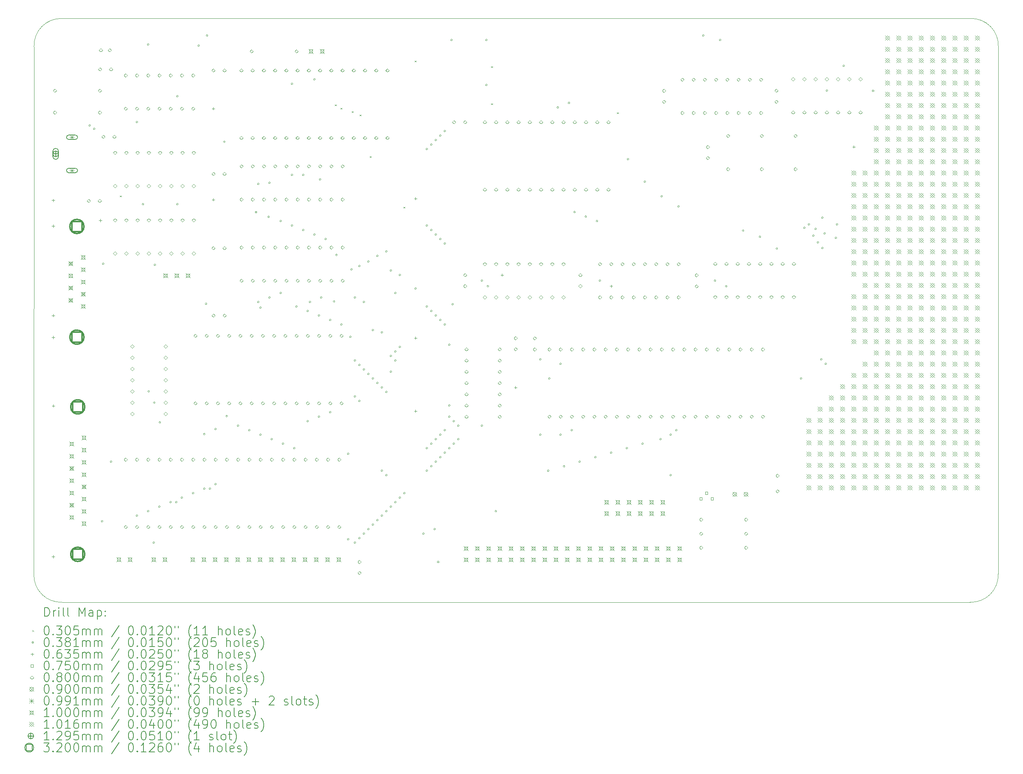
<source format=gbr>
%TF.GenerationSoftware,KiCad,Pcbnew,(7.99.0-363-gaf7eb36925)*%
%TF.CreationDate,2023-03-17T22:26:42-06:00*%
%TF.ProjectId,FennecVTI,46656e6e-6563-4565-9449-2e6b69636164,rev?*%
%TF.SameCoordinates,Original*%
%TF.FileFunction,Drillmap*%
%TF.FilePolarity,Positive*%
%FSLAX45Y45*%
G04 Gerber Fmt 4.5, Leading zero omitted, Abs format (unit mm)*
G04 Created by KiCad (PCBNEW (7.99.0-363-gaf7eb36925)) date 2023-03-17 22:26:42*
%MOMM*%
%LPD*%
G01*
G04 APERTURE LIST*
%ADD10C,0.100000*%
%ADD11C,0.200000*%
%ADD12C,0.030480*%
%ADD13C,0.038100*%
%ADD14C,0.063500*%
%ADD15C,0.075000*%
%ADD16C,0.080000*%
%ADD17C,0.090000*%
%ADD18C,0.099060*%
%ADD19C,0.101600*%
%ADD20C,0.129540*%
%ADD21C,0.320000*%
G04 APERTURE END LIST*
D10*
X25492188Y-3197521D02*
X25488900Y-15110386D01*
X4330549Y-15747926D02*
X24853900Y-15747926D01*
X4331296Y-2562521D02*
G75*
G03*
X3696296Y-3200061I-23191J-611906D01*
G01*
X4331296Y-2562521D02*
X24854648Y-2562521D01*
X3693009Y-15112926D02*
G75*
G03*
X4330549Y-15747926I611904J-23193D01*
G01*
X3696296Y-3200061D02*
X3693009Y-15112926D01*
X25492186Y-3197521D02*
G75*
G03*
X24854648Y-2562521I-611916J23181D01*
G01*
X24853900Y-15747925D02*
G75*
G03*
X25488900Y-15110386I23187J611910D01*
G01*
D11*
D12*
X5636260Y-6563360D02*
X5666740Y-6593840D01*
X5666740Y-6563360D02*
X5636260Y-6593840D01*
X10500360Y-4505960D02*
X10530840Y-4536440D01*
X10530840Y-4505960D02*
X10500360Y-4536440D01*
X10627360Y-4582160D02*
X10657840Y-4612640D01*
X10657840Y-4582160D02*
X10627360Y-4612640D01*
X10881360Y-4658360D02*
X10911840Y-4688840D01*
X10911840Y-4658360D02*
X10881360Y-4688840D01*
X11059160Y-4734560D02*
X11089640Y-4765040D01*
X11089640Y-4734560D02*
X11059160Y-4765040D01*
X11287760Y-5674360D02*
X11318240Y-5704840D01*
X11318240Y-5674360D02*
X11287760Y-5704840D01*
X12049760Y-6817360D02*
X12080240Y-6847840D01*
X12080240Y-6817360D02*
X12049760Y-6847840D01*
X12303760Y-3515360D02*
X12334240Y-3545840D01*
X12334240Y-3515360D02*
X12303760Y-3545840D01*
X14030960Y-3642360D02*
X14061440Y-3672840D01*
X14061440Y-3642360D02*
X14030960Y-3672840D01*
X14030960Y-4480560D02*
X14061440Y-4511040D01*
X14061440Y-4480560D02*
X14030960Y-4511040D01*
X16875760Y-4683760D02*
X16906240Y-4714240D01*
X16906240Y-4683760D02*
X16875760Y-4714240D01*
D13*
X4972050Y-4978400D02*
G75*
G03*
X4972050Y-4978400I-19050J0D01*
G01*
X5073650Y-5054600D02*
G75*
G03*
X5073650Y-5054600I-19050J0D01*
G01*
X5251450Y-13919200D02*
G75*
G03*
X5251450Y-13919200I-19050J0D01*
G01*
X5276850Y-8102600D02*
G75*
G03*
X5276850Y-8102600I-19050J0D01*
G01*
X5454650Y-12573000D02*
G75*
G03*
X5454650Y-12573000I-19050J0D01*
G01*
X6038850Y-4902200D02*
G75*
G03*
X6038850Y-4902200I-19050J0D01*
G01*
X6038850Y-13792200D02*
G75*
G03*
X6038850Y-13792200I-19050J0D01*
G01*
X6178550Y-6756400D02*
G75*
G03*
X6178550Y-6756400I-19050J0D01*
G01*
X6292850Y-3149600D02*
G75*
G03*
X6292850Y-3149600I-19050J0D01*
G01*
X6292850Y-13690600D02*
G75*
G03*
X6292850Y-13690600I-19050J0D01*
G01*
X6305550Y-10985500D02*
G75*
G03*
X6305550Y-10985500I-19050J0D01*
G01*
X6419850Y-14401800D02*
G75*
G03*
X6419850Y-14401800I-19050J0D01*
G01*
X6432550Y-11239500D02*
G75*
G03*
X6432550Y-11239500I-19050J0D01*
G01*
X6445250Y-8128000D02*
G75*
G03*
X6445250Y-8128000I-19050J0D01*
G01*
X6546850Y-13589000D02*
G75*
G03*
X6546850Y-13589000I-19050J0D01*
G01*
X6559550Y-11684000D02*
G75*
G03*
X6559550Y-11684000I-19050J0D01*
G01*
X6800850Y-13487400D02*
G75*
G03*
X6800850Y-13487400I-19050J0D01*
G01*
X6927850Y-13487400D02*
G75*
G03*
X6927850Y-13487400I-19050J0D01*
G01*
X6953250Y-4318000D02*
G75*
G03*
X6953250Y-4318000I-19050J0D01*
G01*
X6953250Y-6756400D02*
G75*
G03*
X6953250Y-6756400I-19050J0D01*
G01*
X7054850Y-13385800D02*
G75*
G03*
X7054850Y-13385800I-19050J0D01*
G01*
X7308850Y-13284200D02*
G75*
G03*
X7308850Y-13284200I-19050J0D01*
G01*
X7435850Y-3175000D02*
G75*
G03*
X7435850Y-3175000I-19050J0D01*
G01*
X7562850Y-11950700D02*
G75*
G03*
X7562850Y-11950700I-19050J0D01*
G01*
X7562850Y-13182600D02*
G75*
G03*
X7562850Y-13182600I-19050J0D01*
G01*
X7601782Y-9006268D02*
G75*
G03*
X7601782Y-9006268I-19050J0D01*
G01*
X7626350Y-2946400D02*
G75*
G03*
X7626350Y-2946400I-19050J0D01*
G01*
X7689850Y-13182600D02*
G75*
G03*
X7689850Y-13182600I-19050J0D01*
G01*
X7816850Y-11836400D02*
G75*
G03*
X7816850Y-11836400I-19050J0D01*
G01*
X7816850Y-13081000D02*
G75*
G03*
X7816850Y-13081000I-19050J0D01*
G01*
X8016050Y-5346700D02*
G75*
G03*
X8016050Y-5346700I-19050J0D01*
G01*
X8070850Y-11544300D02*
G75*
G03*
X8070850Y-11544300I-19050J0D01*
G01*
X8324850Y-11760200D02*
G75*
G03*
X8324850Y-11760200I-19050J0D01*
G01*
X8578850Y-11861800D02*
G75*
G03*
X8578850Y-11861800I-19050J0D01*
G01*
X8733933Y-6936882D02*
G75*
G03*
X8733933Y-6936882I-19050J0D01*
G01*
X8782050Y-6299200D02*
G75*
G03*
X8782050Y-6299200I-19050J0D01*
G01*
X8782050Y-8966200D02*
G75*
G03*
X8782050Y-8966200I-19050J0D01*
G01*
X8832850Y-9093200D02*
G75*
G03*
X8832850Y-9093200I-19050J0D01*
G01*
X8832850Y-11963400D02*
G75*
G03*
X8832850Y-11963400I-19050J0D01*
G01*
X9016888Y-7042262D02*
G75*
G03*
X9016888Y-7042262I-19050J0D01*
G01*
X9036050Y-6273800D02*
G75*
G03*
X9036050Y-6273800I-19050J0D01*
G01*
X9036050Y-8864600D02*
G75*
G03*
X9036050Y-8864600I-19050J0D01*
G01*
X9086850Y-12065000D02*
G75*
G03*
X9086850Y-12065000I-19050J0D01*
G01*
X9290050Y-7137400D02*
G75*
G03*
X9290050Y-7137400I-19050J0D01*
G01*
X9290050Y-8763000D02*
G75*
G03*
X9290050Y-8763000I-19050J0D01*
G01*
X9340850Y-12166600D02*
G75*
G03*
X9340850Y-12166600I-19050J0D01*
G01*
X9544050Y-4038600D02*
G75*
G03*
X9544050Y-4038600I-19050J0D01*
G01*
X9544050Y-6096000D02*
G75*
G03*
X9544050Y-6096000I-19050J0D01*
G01*
X9544050Y-7239000D02*
G75*
G03*
X9544050Y-7239000I-19050J0D01*
G01*
X9594850Y-12268200D02*
G75*
G03*
X9594850Y-12268200I-19050J0D01*
G01*
X9645650Y-9067800D02*
G75*
G03*
X9645650Y-9067800I-19050J0D01*
G01*
X9798050Y-6096000D02*
G75*
G03*
X9798050Y-6096000I-19050J0D01*
G01*
X9798050Y-7340600D02*
G75*
G03*
X9798050Y-7340600I-19050J0D01*
G01*
X9899650Y-9169400D02*
G75*
G03*
X9899650Y-9169400I-19050J0D01*
G01*
X9899650Y-11658600D02*
G75*
G03*
X9899650Y-11658600I-19050J0D01*
G01*
X9950450Y-8966200D02*
G75*
G03*
X9950450Y-8966200I-19050J0D01*
G01*
X10052050Y-3937000D02*
G75*
G03*
X10052050Y-3937000I-19050J0D01*
G01*
X10052050Y-7442200D02*
G75*
G03*
X10052050Y-7442200I-19050J0D01*
G01*
X10153650Y-9271000D02*
G75*
G03*
X10153650Y-9271000I-19050J0D01*
G01*
X10153650Y-11557000D02*
G75*
G03*
X10153650Y-11557000I-19050J0D01*
G01*
X10179050Y-6197600D02*
G75*
G03*
X10179050Y-6197600I-19050J0D01*
G01*
X10204450Y-8864600D02*
G75*
G03*
X10204450Y-8864600I-19050J0D01*
G01*
X10306050Y-7543800D02*
G75*
G03*
X10306050Y-7543800I-19050J0D01*
G01*
X10407650Y-9372600D02*
G75*
G03*
X10407650Y-9372600I-19050J0D01*
G01*
X10407650Y-11455400D02*
G75*
G03*
X10407650Y-11455400I-19050J0D01*
G01*
X10496550Y-8953500D02*
G75*
G03*
X10496550Y-8953500I-19050J0D01*
G01*
X10550525Y-7902575D02*
G75*
G03*
X10550525Y-7902575I-19050J0D01*
G01*
X10661650Y-9474200D02*
G75*
G03*
X10661650Y-9474200I-19050J0D01*
G01*
X10814050Y-12395200D02*
G75*
G03*
X10814050Y-12395200I-19050J0D01*
G01*
X10814050Y-14325600D02*
G75*
G03*
X10814050Y-14325600I-19050J0D01*
G01*
X10864850Y-9753600D02*
G75*
G03*
X10864850Y-9753600I-19050J0D01*
G01*
X10890250Y-8229600D02*
G75*
G03*
X10890250Y-8229600I-19050J0D01*
G01*
X10966450Y-8864600D02*
G75*
G03*
X10966450Y-8864600I-19050J0D01*
G01*
X10966450Y-10287000D02*
G75*
G03*
X10966450Y-10287000I-19050J0D01*
G01*
X10966450Y-11099800D02*
G75*
G03*
X10966450Y-11099800I-19050J0D01*
G01*
X10966450Y-14401800D02*
G75*
G03*
X10966450Y-14401800I-19050J0D01*
G01*
X11068050Y-8153400D02*
G75*
G03*
X11068050Y-8153400I-19050J0D01*
G01*
X11068050Y-10388600D02*
G75*
G03*
X11068050Y-10388600I-19050J0D01*
G01*
X11068050Y-11201400D02*
G75*
G03*
X11068050Y-11201400I-19050J0D01*
G01*
X11068050Y-14300200D02*
G75*
G03*
X11068050Y-14300200I-19050J0D01*
G01*
X11169650Y-8966200D02*
G75*
G03*
X11169650Y-8966200I-19050J0D01*
G01*
X11169650Y-10490200D02*
G75*
G03*
X11169650Y-10490200I-19050J0D01*
G01*
X11169650Y-14198600D02*
G75*
G03*
X11169650Y-14198600I-19050J0D01*
G01*
X11271250Y-8051800D02*
G75*
G03*
X11271250Y-8051800I-19050J0D01*
G01*
X11271250Y-10591800D02*
G75*
G03*
X11271250Y-10591800I-19050J0D01*
G01*
X11271250Y-14097000D02*
G75*
G03*
X11271250Y-14097000I-19050J0D01*
G01*
X11372850Y-9601200D02*
G75*
G03*
X11372850Y-9601200I-19050J0D01*
G01*
X11372850Y-10693400D02*
G75*
G03*
X11372850Y-10693400I-19050J0D01*
G01*
X11372850Y-13995400D02*
G75*
G03*
X11372850Y-13995400I-19050J0D01*
G01*
X11474450Y-7924800D02*
G75*
G03*
X11474450Y-7924800I-19050J0D01*
G01*
X11474450Y-10795000D02*
G75*
G03*
X11474450Y-10795000I-19050J0D01*
G01*
X11474450Y-13893800D02*
G75*
G03*
X11474450Y-13893800I-19050J0D01*
G01*
X11576050Y-9652000D02*
G75*
G03*
X11576050Y-9652000I-19050J0D01*
G01*
X11576050Y-10896600D02*
G75*
G03*
X11576050Y-10896600I-19050J0D01*
G01*
X11576050Y-12776200D02*
G75*
G03*
X11576050Y-12776200I-19050J0D01*
G01*
X11576050Y-13792200D02*
G75*
G03*
X11576050Y-13792200I-19050J0D01*
G01*
X11677650Y-7823200D02*
G75*
G03*
X11677650Y-7823200I-19050J0D01*
G01*
X11677650Y-10998200D02*
G75*
G03*
X11677650Y-10998200I-19050J0D01*
G01*
X11677650Y-12877800D02*
G75*
G03*
X11677650Y-12877800I-19050J0D01*
G01*
X11677650Y-13690600D02*
G75*
G03*
X11677650Y-13690600I-19050J0D01*
G01*
X11779250Y-8255000D02*
G75*
G03*
X11779250Y-8255000I-19050J0D01*
G01*
X11779250Y-10185400D02*
G75*
G03*
X11779250Y-10185400I-19050J0D01*
G01*
X11779250Y-10541000D02*
G75*
G03*
X11779250Y-10541000I-19050J0D01*
G01*
X11779250Y-13589000D02*
G75*
G03*
X11779250Y-13589000I-19050J0D01*
G01*
X11880850Y-8763000D02*
G75*
G03*
X11880850Y-8763000I-19050J0D01*
G01*
X11880850Y-10083800D02*
G75*
G03*
X11880850Y-10083800I-19050J0D01*
G01*
X11880850Y-10287000D02*
G75*
G03*
X11880850Y-10287000I-19050J0D01*
G01*
X11880850Y-13487400D02*
G75*
G03*
X11880850Y-13487400I-19050J0D01*
G01*
X11982450Y-8356600D02*
G75*
G03*
X11982450Y-8356600I-19050J0D01*
G01*
X11982450Y-9982200D02*
G75*
G03*
X11982450Y-9982200I-19050J0D01*
G01*
X11982450Y-13385800D02*
G75*
G03*
X11982450Y-13385800I-19050J0D01*
G01*
X12084050Y-13284200D02*
G75*
G03*
X12084050Y-13284200I-19050J0D01*
G01*
X12338050Y-8661400D02*
G75*
G03*
X12338050Y-8661400I-19050J0D01*
G01*
X12515850Y-14198600D02*
G75*
G03*
X12515850Y-14198600I-19050J0D01*
G01*
X12592050Y-5511800D02*
G75*
G03*
X12592050Y-5511800I-19050J0D01*
G01*
X12592050Y-7239000D02*
G75*
G03*
X12592050Y-7239000I-19050J0D01*
G01*
X12592050Y-9067800D02*
G75*
G03*
X12592050Y-9067800I-19050J0D01*
G01*
X12592050Y-12268200D02*
G75*
G03*
X12592050Y-12268200I-19050J0D01*
G01*
X12592050Y-12776200D02*
G75*
G03*
X12592050Y-12776200I-19050J0D01*
G01*
X12693650Y-5410200D02*
G75*
G03*
X12693650Y-5410200I-19050J0D01*
G01*
X12693650Y-7340600D02*
G75*
G03*
X12693650Y-7340600I-19050J0D01*
G01*
X12693650Y-9169400D02*
G75*
G03*
X12693650Y-9169400I-19050J0D01*
G01*
X12693650Y-12166600D02*
G75*
G03*
X12693650Y-12166600I-19050J0D01*
G01*
X12693650Y-12674600D02*
G75*
G03*
X12693650Y-12674600I-19050J0D01*
G01*
X12769850Y-14097000D02*
G75*
G03*
X12769850Y-14097000I-19050J0D01*
G01*
X12795250Y-5308600D02*
G75*
G03*
X12795250Y-5308600I-19050J0D01*
G01*
X12795250Y-7442200D02*
G75*
G03*
X12795250Y-7442200I-19050J0D01*
G01*
X12795250Y-9271000D02*
G75*
G03*
X12795250Y-9271000I-19050J0D01*
G01*
X12795250Y-12065000D02*
G75*
G03*
X12795250Y-12065000I-19050J0D01*
G01*
X12795250Y-12573000D02*
G75*
G03*
X12795250Y-12573000I-19050J0D01*
G01*
X12896850Y-5207000D02*
G75*
G03*
X12896850Y-5207000I-19050J0D01*
G01*
X12896850Y-7543800D02*
G75*
G03*
X12896850Y-7543800I-19050J0D01*
G01*
X12896850Y-9372600D02*
G75*
G03*
X12896850Y-9372600I-19050J0D01*
G01*
X12896850Y-11963400D02*
G75*
G03*
X12896850Y-11963400I-19050J0D01*
G01*
X12896850Y-12471400D02*
G75*
G03*
X12896850Y-12471400I-19050J0D01*
G01*
X12998450Y-5105400D02*
G75*
G03*
X12998450Y-5105400I-19050J0D01*
G01*
X12998450Y-7645400D02*
G75*
G03*
X12998450Y-7645400I-19050J0D01*
G01*
X12998450Y-9474200D02*
G75*
G03*
X12998450Y-9474200I-19050J0D01*
G01*
X12998450Y-11861800D02*
G75*
G03*
X12998450Y-11861800I-19050J0D01*
G01*
X12998450Y-12369800D02*
G75*
G03*
X12998450Y-12369800I-19050J0D01*
G01*
X13100050Y-9931400D02*
G75*
G03*
X13100050Y-9931400I-19050J0D01*
G01*
X13100050Y-11303000D02*
G75*
G03*
X13100050Y-11303000I-19050J0D01*
G01*
X13100050Y-11557000D02*
G75*
G03*
X13100050Y-11557000I-19050J0D01*
G01*
X13100050Y-12268200D02*
G75*
G03*
X13100050Y-12268200I-19050J0D01*
G01*
X13150850Y-3048000D02*
G75*
G03*
X13150850Y-3048000I-19050J0D01*
G01*
X13176250Y-9017000D02*
G75*
G03*
X13176250Y-9017000I-19050J0D01*
G01*
X13201650Y-11658600D02*
G75*
G03*
X13201650Y-11658600I-19050J0D01*
G01*
X13201650Y-12166600D02*
G75*
G03*
X13201650Y-12166600I-19050J0D01*
G01*
X13303250Y-11760200D02*
G75*
G03*
X13303250Y-11760200I-19050J0D01*
G01*
X13303250Y-12065000D02*
G75*
G03*
X13303250Y-12065000I-19050J0D01*
G01*
X13836650Y-8483600D02*
G75*
G03*
X13836650Y-8483600I-19050J0D01*
G01*
X13836650Y-11760200D02*
G75*
G03*
X13836650Y-11760200I-19050J0D01*
G01*
X13938250Y-3048000D02*
G75*
G03*
X13938250Y-3048000I-19050J0D01*
G01*
X13938250Y-4064000D02*
G75*
G03*
X13938250Y-4064000I-19050J0D01*
G01*
X13972350Y-8606600D02*
G75*
G03*
X13972350Y-8606600I-19050J0D01*
G01*
X14154150Y-13690600D02*
G75*
G03*
X14154150Y-13690600I-19050J0D01*
G01*
X15157450Y-10261600D02*
G75*
G03*
X15157450Y-10261600I-19050J0D01*
G01*
X15157450Y-11963400D02*
G75*
G03*
X15157450Y-11963400I-19050J0D01*
G01*
X15336331Y-12777281D02*
G75*
G03*
X15336331Y-12777281I-19050J0D01*
G01*
X15360650Y-10693400D02*
G75*
G03*
X15360650Y-10693400I-19050J0D01*
G01*
X15551650Y-4571500D02*
G75*
G03*
X15551650Y-4571500I-19050J0D01*
G01*
X15614650Y-10363200D02*
G75*
G03*
X15614650Y-10363200I-19050J0D01*
G01*
X15614650Y-11963400D02*
G75*
G03*
X15614650Y-11963400I-19050J0D01*
G01*
X15694839Y-12678589D02*
G75*
G03*
X15694839Y-12678589I-19050J0D01*
G01*
X15805650Y-4469900D02*
G75*
G03*
X15805650Y-4469900I-19050J0D01*
G01*
X15868650Y-11861800D02*
G75*
G03*
X15868650Y-11861800I-19050J0D01*
G01*
X15932150Y-6934200D02*
G75*
G03*
X15932150Y-6934200I-19050J0D01*
G01*
X16046450Y-12573000D02*
G75*
G03*
X16046450Y-12573000I-19050J0D01*
G01*
X16186150Y-7035800D02*
G75*
G03*
X16186150Y-7035800I-19050J0D01*
G01*
X16402050Y-12471400D02*
G75*
G03*
X16402050Y-12471400I-19050J0D01*
G01*
X16440150Y-7137400D02*
G75*
G03*
X16440150Y-7137400I-19050J0D01*
G01*
X16503650Y-8483600D02*
G75*
G03*
X16503650Y-8483600I-19050J0D01*
G01*
X16757650Y-12369800D02*
G75*
G03*
X16757650Y-12369800I-19050J0D01*
G01*
X17113250Y-12268200D02*
G75*
G03*
X17113250Y-12268200I-19050J0D01*
G01*
X17138650Y-5740400D02*
G75*
G03*
X17138650Y-5740400I-19050J0D01*
G01*
X17468850Y-12166600D02*
G75*
G03*
X17468850Y-12166600I-19050J0D01*
G01*
X17519262Y-6248011D02*
G75*
G03*
X17519262Y-6248011I-19050J0D01*
G01*
X17875250Y-12065000D02*
G75*
G03*
X17875250Y-12065000I-19050J0D01*
G01*
X17900993Y-6578257D02*
G75*
G03*
X17900993Y-6578257I-19050J0D01*
G01*
X18103850Y-11963400D02*
G75*
G03*
X18103850Y-11963400I-19050J0D01*
G01*
X18103850Y-12877800D02*
G75*
G03*
X18103850Y-12877800I-19050J0D01*
G01*
X18230850Y-11861800D02*
G75*
G03*
X18230850Y-11861800I-19050J0D01*
G01*
X18281650Y-6807200D02*
G75*
G03*
X18281650Y-6807200I-19050J0D01*
G01*
X18840450Y-2946400D02*
G75*
G03*
X18840450Y-2946400I-19050J0D01*
G01*
X19107150Y-8483600D02*
G75*
G03*
X19107150Y-8483600I-19050J0D01*
G01*
X19221450Y-3048000D02*
G75*
G03*
X19221450Y-3048000I-19050J0D01*
G01*
X19361150Y-8610600D02*
G75*
G03*
X19361150Y-8610600I-19050J0D01*
G01*
X19742360Y-7353090D02*
G75*
G03*
X19742360Y-7353090I-19050J0D01*
G01*
X20123150Y-7493000D02*
G75*
G03*
X20123150Y-7493000I-19050J0D01*
G01*
X20504150Y-7759700D02*
G75*
G03*
X20504150Y-7759700I-19050J0D01*
G01*
X21050250Y-10693400D02*
G75*
G03*
X21050250Y-10693400I-19050J0D01*
G01*
X21126450Y-7289800D02*
G75*
G03*
X21126450Y-7289800I-19050J0D01*
G01*
X21228050Y-7213600D02*
G75*
G03*
X21228050Y-7213600I-19050J0D01*
G01*
X21329650Y-7467600D02*
G75*
G03*
X21329650Y-7467600I-19050J0D01*
G01*
X21380450Y-7315200D02*
G75*
G03*
X21380450Y-7315200I-19050J0D01*
G01*
X21431250Y-7620000D02*
G75*
G03*
X21431250Y-7620000I-19050J0D01*
G01*
X21507450Y-10261600D02*
G75*
G03*
X21507450Y-10261600I-19050J0D01*
G01*
X21532850Y-7061200D02*
G75*
G03*
X21532850Y-7061200I-19050J0D01*
G01*
X21532850Y-7747000D02*
G75*
G03*
X21532850Y-7747000I-19050J0D01*
G01*
X21583650Y-7416800D02*
G75*
G03*
X21583650Y-7416800I-19050J0D01*
G01*
X21609050Y-10363200D02*
G75*
G03*
X21609050Y-10363200I-19050J0D01*
G01*
X21634850Y-4191400D02*
G75*
G03*
X21634850Y-4191400I-19050J0D01*
G01*
X21837650Y-7518400D02*
G75*
G03*
X21837650Y-7518400I-19050J0D01*
G01*
X21863050Y-7213600D02*
G75*
G03*
X21863050Y-7213600I-19050J0D01*
G01*
X22015450Y-3632200D02*
G75*
G03*
X22015450Y-3632200I-19050J0D01*
G01*
D14*
X4127500Y-6637291D02*
X4127500Y-6700791D01*
X4095750Y-6669041D02*
X4159250Y-6669041D01*
X4127500Y-7219950D02*
X4127500Y-7283450D01*
X4095750Y-7251700D02*
X4159250Y-7251700D01*
X4127500Y-9239250D02*
X4127500Y-9302750D01*
X4095750Y-9271000D02*
X4159250Y-9271000D01*
X4127500Y-9734550D02*
X4127500Y-9798050D01*
X4095750Y-9766300D02*
X4159250Y-9766300D01*
X4127500Y-14687550D02*
X4127500Y-14751050D01*
X4095750Y-14719300D02*
X4159250Y-14719300D01*
X4131945Y-11279505D02*
X4131945Y-11343005D01*
X4100195Y-11311255D02*
X4163695Y-11311255D01*
X5194300Y-7092950D02*
X5194300Y-7156450D01*
X5162550Y-7124700D02*
X5226050Y-7124700D01*
X7747000Y-4565650D02*
X7747000Y-4629150D01*
X7715250Y-4597400D02*
X7778750Y-4597400D01*
X7747000Y-6623050D02*
X7747000Y-6686550D01*
X7715250Y-6654800D02*
X7778750Y-6654800D01*
X12319000Y-6597650D02*
X12319000Y-6661150D01*
X12287250Y-6629400D02*
X12350750Y-6629400D01*
X12319000Y-9747250D02*
X12319000Y-9810750D01*
X12287250Y-9779000D02*
X12350750Y-9779000D01*
X12319000Y-11398250D02*
X12319000Y-11461750D01*
X12287250Y-11430000D02*
X12350750Y-11430000D01*
X12827000Y-14801850D02*
X12827000Y-14865350D01*
X12795250Y-14833600D02*
X12858750Y-14833600D01*
X14274800Y-8324850D02*
X14274800Y-8388350D01*
X14243050Y-8356600D02*
X14306550Y-8356600D01*
X14579600Y-10864850D02*
X14579600Y-10928350D01*
X14547850Y-10896600D02*
X14611350Y-10896600D01*
X16741533Y-8575917D02*
X16741533Y-8639417D01*
X16709783Y-8607667D02*
X16773283Y-8607667D01*
X22225000Y-5429250D02*
X22225000Y-5492750D01*
X22193250Y-5461000D02*
X22256750Y-5461000D01*
X22656800Y-4159250D02*
X22656800Y-4222750D01*
X22625050Y-4191000D02*
X22688550Y-4191000D01*
D15*
X18797117Y-13435617D02*
X18797117Y-13382583D01*
X18744083Y-13382583D01*
X18744083Y-13435617D01*
X18797117Y-13435617D01*
X18924117Y-13308617D02*
X18924117Y-13255583D01*
X18871083Y-13255583D01*
X18871083Y-13308617D01*
X18924117Y-13308617D01*
X19051117Y-13435617D02*
X19051117Y-13382583D01*
X18998083Y-13382583D01*
X18998083Y-13435617D01*
X19051117Y-13435617D01*
D16*
X4165600Y-4231000D02*
X4205600Y-4191000D01*
X4165600Y-4151000D01*
X4125600Y-4191000D01*
X4165600Y-4231000D01*
X4165600Y-4726300D02*
X4205600Y-4686300D01*
X4165600Y-4646300D01*
X4125600Y-4686300D01*
X4165600Y-4726300D01*
X4929600Y-6720200D02*
X4969600Y-6680200D01*
X4929600Y-6640200D01*
X4889600Y-6680200D01*
X4929600Y-6720200D01*
X5179600Y-6720200D02*
X5219600Y-6680200D01*
X5179600Y-6640200D01*
X5139600Y-6680200D01*
X5179600Y-6720200D01*
X5181600Y-4231000D02*
X5221600Y-4191000D01*
X5181600Y-4151000D01*
X5141600Y-4191000D01*
X5181600Y-4231000D01*
X5181600Y-4726300D02*
X5221600Y-4686300D01*
X5181600Y-4646300D01*
X5141600Y-4686300D01*
X5181600Y-4726300D01*
X5183600Y-3748400D02*
X5223600Y-3708400D01*
X5183600Y-3668400D01*
X5143600Y-3708400D01*
X5183600Y-3748400D01*
X5204111Y-3316600D02*
X5244111Y-3276600D01*
X5204111Y-3236600D01*
X5164111Y-3276600D01*
X5204111Y-3316600D01*
X5259800Y-5272400D02*
X5299800Y-5232400D01*
X5259800Y-5192400D01*
X5219800Y-5232400D01*
X5259800Y-5272400D01*
X5404111Y-3316600D02*
X5444111Y-3276600D01*
X5404111Y-3236600D01*
X5364111Y-3276600D01*
X5404111Y-3316600D01*
X5433600Y-3748400D02*
X5473600Y-3708400D01*
X5433600Y-3668400D01*
X5393600Y-3708400D01*
X5433600Y-3748400D01*
X5509800Y-5272400D02*
X5549800Y-5232400D01*
X5509800Y-5192400D01*
X5469800Y-5232400D01*
X5509800Y-5272400D01*
X5524500Y-5633000D02*
X5564500Y-5593000D01*
X5524500Y-5553000D01*
X5484500Y-5593000D01*
X5524500Y-5633000D01*
X5524500Y-6385000D02*
X5564500Y-6345000D01*
X5524500Y-6305000D01*
X5484500Y-6345000D01*
X5524500Y-6385000D01*
X5524500Y-7157000D02*
X5564500Y-7117000D01*
X5524500Y-7077000D01*
X5484500Y-7117000D01*
X5524500Y-7157000D01*
X5524500Y-7909000D02*
X5564500Y-7869000D01*
X5524500Y-7829000D01*
X5484500Y-7869000D01*
X5524500Y-7909000D01*
X5765800Y-3885400D02*
X5805800Y-3845400D01*
X5765800Y-3805400D01*
X5725800Y-3845400D01*
X5765800Y-3885400D01*
X5765800Y-4637400D02*
X5805800Y-4597400D01*
X5765800Y-4557400D01*
X5725800Y-4597400D01*
X5765800Y-4637400D01*
X5765800Y-12566200D02*
X5805800Y-12526200D01*
X5765800Y-12486200D01*
X5725800Y-12526200D01*
X5765800Y-12566200D01*
X5765800Y-14086200D02*
X5805800Y-14046200D01*
X5765800Y-14006200D01*
X5725800Y-14046200D01*
X5765800Y-14086200D01*
X5778500Y-5633000D02*
X5818500Y-5593000D01*
X5778500Y-5553000D01*
X5738500Y-5593000D01*
X5778500Y-5633000D01*
X5778500Y-6385000D02*
X5818500Y-6345000D01*
X5778500Y-6305000D01*
X5738500Y-6345000D01*
X5778500Y-6385000D01*
X5778500Y-7157000D02*
X5818500Y-7117000D01*
X5778500Y-7077000D01*
X5738500Y-7117000D01*
X5778500Y-7157000D01*
X5778500Y-7909000D02*
X5818500Y-7869000D01*
X5778500Y-7829000D01*
X5738500Y-7869000D01*
X5778500Y-7909000D01*
X5915500Y-10009500D02*
X5955500Y-9969500D01*
X5915500Y-9929500D01*
X5875500Y-9969500D01*
X5915500Y-10009500D01*
X5915500Y-10263500D02*
X5955500Y-10223500D01*
X5915500Y-10183500D01*
X5875500Y-10223500D01*
X5915500Y-10263500D01*
X5915500Y-10517500D02*
X5955500Y-10477500D01*
X5915500Y-10437500D01*
X5875500Y-10477500D01*
X5915500Y-10517500D01*
X5915500Y-10771500D02*
X5955500Y-10731500D01*
X5915500Y-10691500D01*
X5875500Y-10731500D01*
X5915500Y-10771500D01*
X5915500Y-11025500D02*
X5955500Y-10985500D01*
X5915500Y-10945500D01*
X5875500Y-10985500D01*
X5915500Y-11025500D01*
X5915500Y-11279500D02*
X5955500Y-11239500D01*
X5915500Y-11199500D01*
X5875500Y-11239500D01*
X5915500Y-11279500D01*
X5915500Y-11533500D02*
X5955500Y-11493500D01*
X5915500Y-11453500D01*
X5875500Y-11493500D01*
X5915500Y-11533500D01*
X6019800Y-3885400D02*
X6059800Y-3845400D01*
X6019800Y-3805400D01*
X5979800Y-3845400D01*
X6019800Y-3885400D01*
X6019800Y-4637400D02*
X6059800Y-4597400D01*
X6019800Y-4557400D01*
X5979800Y-4597400D01*
X6019800Y-4637400D01*
X6019800Y-12566200D02*
X6059800Y-12526200D01*
X6019800Y-12486200D01*
X5979800Y-12526200D01*
X6019800Y-12566200D01*
X6019800Y-14086200D02*
X6059800Y-14046200D01*
X6019800Y-14006200D01*
X5979800Y-14046200D01*
X6019800Y-14086200D01*
X6032500Y-5633000D02*
X6072500Y-5593000D01*
X6032500Y-5553000D01*
X5992500Y-5593000D01*
X6032500Y-5633000D01*
X6032500Y-6385000D02*
X6072500Y-6345000D01*
X6032500Y-6305000D01*
X5992500Y-6345000D01*
X6032500Y-6385000D01*
X6032500Y-7157000D02*
X6072500Y-7117000D01*
X6032500Y-7077000D01*
X5992500Y-7117000D01*
X6032500Y-7157000D01*
X6032500Y-7909000D02*
X6072500Y-7869000D01*
X6032500Y-7829000D01*
X5992500Y-7869000D01*
X6032500Y-7909000D01*
X6273800Y-3885400D02*
X6313800Y-3845400D01*
X6273800Y-3805400D01*
X6233800Y-3845400D01*
X6273800Y-3885400D01*
X6273800Y-4637400D02*
X6313800Y-4597400D01*
X6273800Y-4557400D01*
X6233800Y-4597400D01*
X6273800Y-4637400D01*
X6273800Y-12566200D02*
X6313800Y-12526200D01*
X6273800Y-12486200D01*
X6233800Y-12526200D01*
X6273800Y-12566200D01*
X6273800Y-14086200D02*
X6313800Y-14046200D01*
X6273800Y-14006200D01*
X6233800Y-14046200D01*
X6273800Y-14086200D01*
X6286500Y-5633000D02*
X6326500Y-5593000D01*
X6286500Y-5553000D01*
X6246500Y-5593000D01*
X6286500Y-5633000D01*
X6286500Y-6385000D02*
X6326500Y-6345000D01*
X6286500Y-6305000D01*
X6246500Y-6345000D01*
X6286500Y-6385000D01*
X6286500Y-7157000D02*
X6326500Y-7117000D01*
X6286500Y-7077000D01*
X6246500Y-7117000D01*
X6286500Y-7157000D01*
X6286500Y-7909000D02*
X6326500Y-7869000D01*
X6286500Y-7829000D01*
X6246500Y-7869000D01*
X6286500Y-7909000D01*
X6527800Y-3885400D02*
X6567800Y-3845400D01*
X6527800Y-3805400D01*
X6487800Y-3845400D01*
X6527800Y-3885400D01*
X6527800Y-4637400D02*
X6567800Y-4597400D01*
X6527800Y-4557400D01*
X6487800Y-4597400D01*
X6527800Y-4637400D01*
X6527800Y-12566200D02*
X6567800Y-12526200D01*
X6527800Y-12486200D01*
X6487800Y-12526200D01*
X6527800Y-12566200D01*
X6527800Y-14086200D02*
X6567800Y-14046200D01*
X6527800Y-14006200D01*
X6487800Y-14046200D01*
X6527800Y-14086200D01*
X6540500Y-5633000D02*
X6580500Y-5593000D01*
X6540500Y-5553000D01*
X6500500Y-5593000D01*
X6540500Y-5633000D01*
X6540500Y-6385000D02*
X6580500Y-6345000D01*
X6540500Y-6305000D01*
X6500500Y-6345000D01*
X6540500Y-6385000D01*
X6540500Y-7157000D02*
X6580500Y-7117000D01*
X6540500Y-7077000D01*
X6500500Y-7117000D01*
X6540500Y-7157000D01*
X6540500Y-7909000D02*
X6580500Y-7869000D01*
X6540500Y-7829000D01*
X6500500Y-7869000D01*
X6540500Y-7909000D01*
X6667500Y-10009500D02*
X6707500Y-9969500D01*
X6667500Y-9929500D01*
X6627500Y-9969500D01*
X6667500Y-10009500D01*
X6667500Y-10263500D02*
X6707500Y-10223500D01*
X6667500Y-10183500D01*
X6627500Y-10223500D01*
X6667500Y-10263500D01*
X6667500Y-10517500D02*
X6707500Y-10477500D01*
X6667500Y-10437500D01*
X6627500Y-10477500D01*
X6667500Y-10517500D01*
X6667500Y-10771500D02*
X6707500Y-10731500D01*
X6667500Y-10691500D01*
X6627500Y-10731500D01*
X6667500Y-10771500D01*
X6667500Y-11025500D02*
X6707500Y-10985500D01*
X6667500Y-10945500D01*
X6627500Y-10985500D01*
X6667500Y-11025500D01*
X6667500Y-11279500D02*
X6707500Y-11239500D01*
X6667500Y-11199500D01*
X6627500Y-11239500D01*
X6667500Y-11279500D01*
X6667500Y-11533500D02*
X6707500Y-11493500D01*
X6667500Y-11453500D01*
X6627500Y-11493500D01*
X6667500Y-11533500D01*
X6781800Y-3885400D02*
X6821800Y-3845400D01*
X6781800Y-3805400D01*
X6741800Y-3845400D01*
X6781800Y-3885400D01*
X6781800Y-4637400D02*
X6821800Y-4597400D01*
X6781800Y-4557400D01*
X6741800Y-4597400D01*
X6781800Y-4637400D01*
X6781800Y-12566200D02*
X6821800Y-12526200D01*
X6781800Y-12486200D01*
X6741800Y-12526200D01*
X6781800Y-12566200D01*
X6781800Y-14086200D02*
X6821800Y-14046200D01*
X6781800Y-14006200D01*
X6741800Y-14046200D01*
X6781800Y-14086200D01*
X6794500Y-5633000D02*
X6834500Y-5593000D01*
X6794500Y-5553000D01*
X6754500Y-5593000D01*
X6794500Y-5633000D01*
X6794500Y-6385000D02*
X6834500Y-6345000D01*
X6794500Y-6305000D01*
X6754500Y-6345000D01*
X6794500Y-6385000D01*
X6794500Y-7157000D02*
X6834500Y-7117000D01*
X6794500Y-7077000D01*
X6754500Y-7117000D01*
X6794500Y-7157000D01*
X6794500Y-7909000D02*
X6834500Y-7869000D01*
X6794500Y-7829000D01*
X6754500Y-7869000D01*
X6794500Y-7909000D01*
X7035800Y-3885400D02*
X7075800Y-3845400D01*
X7035800Y-3805400D01*
X6995800Y-3845400D01*
X7035800Y-3885400D01*
X7035800Y-4637400D02*
X7075800Y-4597400D01*
X7035800Y-4557400D01*
X6995800Y-4597400D01*
X7035800Y-4637400D01*
X7035800Y-12566200D02*
X7075800Y-12526200D01*
X7035800Y-12486200D01*
X6995800Y-12526200D01*
X7035800Y-12566200D01*
X7035800Y-14086200D02*
X7075800Y-14046200D01*
X7035800Y-14006200D01*
X6995800Y-14046200D01*
X7035800Y-14086200D01*
X7048500Y-5633000D02*
X7088500Y-5593000D01*
X7048500Y-5553000D01*
X7008500Y-5593000D01*
X7048500Y-5633000D01*
X7048500Y-6385000D02*
X7088500Y-6345000D01*
X7048500Y-6305000D01*
X7008500Y-6345000D01*
X7048500Y-6385000D01*
X7048500Y-7157000D02*
X7088500Y-7117000D01*
X7048500Y-7077000D01*
X7008500Y-7117000D01*
X7048500Y-7157000D01*
X7048500Y-7909000D02*
X7088500Y-7869000D01*
X7048500Y-7829000D01*
X7008500Y-7869000D01*
X7048500Y-7909000D01*
X7289800Y-3885400D02*
X7329800Y-3845400D01*
X7289800Y-3805400D01*
X7249800Y-3845400D01*
X7289800Y-3885400D01*
X7289800Y-4637400D02*
X7329800Y-4597400D01*
X7289800Y-4557400D01*
X7249800Y-4597400D01*
X7289800Y-4637400D01*
X7289800Y-12566200D02*
X7329800Y-12526200D01*
X7289800Y-12486200D01*
X7249800Y-12526200D01*
X7289800Y-12566200D01*
X7289800Y-14086200D02*
X7329800Y-14046200D01*
X7289800Y-14006200D01*
X7249800Y-14046200D01*
X7289800Y-14086200D01*
X7302500Y-5633000D02*
X7342500Y-5593000D01*
X7302500Y-5553000D01*
X7262500Y-5593000D01*
X7302500Y-5633000D01*
X7302500Y-6385000D02*
X7342500Y-6345000D01*
X7302500Y-6305000D01*
X7262500Y-6345000D01*
X7302500Y-6385000D01*
X7302500Y-7157000D02*
X7342500Y-7117000D01*
X7302500Y-7077000D01*
X7262500Y-7117000D01*
X7302500Y-7157000D01*
X7302500Y-7909000D02*
X7342500Y-7869000D01*
X7302500Y-7829000D01*
X7262500Y-7869000D01*
X7302500Y-7909000D01*
X7340600Y-9768200D02*
X7380600Y-9728200D01*
X7340600Y-9688200D01*
X7300600Y-9728200D01*
X7340600Y-9768200D01*
X7340600Y-11292200D02*
X7380600Y-11252200D01*
X7340600Y-11212200D01*
X7300600Y-11252200D01*
X7340600Y-11292200D01*
X7543800Y-12566200D02*
X7583800Y-12526200D01*
X7543800Y-12486200D01*
X7503800Y-12526200D01*
X7543800Y-12566200D01*
X7543800Y-14086200D02*
X7583800Y-14046200D01*
X7543800Y-14006200D01*
X7503800Y-14046200D01*
X7543800Y-14086200D01*
X7594600Y-9768200D02*
X7634600Y-9728200D01*
X7594600Y-9688200D01*
X7554600Y-9728200D01*
X7594600Y-9768200D01*
X7594600Y-11292200D02*
X7634600Y-11252200D01*
X7594600Y-11212200D01*
X7554600Y-11252200D01*
X7594600Y-11292200D01*
X7747000Y-3773800D02*
X7787000Y-3733800D01*
X7747000Y-3693800D01*
X7707000Y-3733800D01*
X7747000Y-3773800D01*
X7747000Y-7787000D02*
X7787000Y-7747000D01*
X7747000Y-7707000D01*
X7707000Y-7747000D01*
X7747000Y-7787000D01*
X7749000Y-6110600D02*
X7789000Y-6070600D01*
X7749000Y-6030600D01*
X7709000Y-6070600D01*
X7749000Y-6110600D01*
X7751000Y-9311000D02*
X7791000Y-9271000D01*
X7751000Y-9231000D01*
X7711000Y-9271000D01*
X7751000Y-9311000D01*
X7797800Y-12566200D02*
X7837800Y-12526200D01*
X7797800Y-12486200D01*
X7757800Y-12526200D01*
X7797800Y-12566200D01*
X7797800Y-14086200D02*
X7837800Y-14046200D01*
X7797800Y-14006200D01*
X7757800Y-14046200D01*
X7797800Y-14086200D01*
X7848600Y-9768200D02*
X7888600Y-9728200D01*
X7848600Y-9688200D01*
X7808600Y-9728200D01*
X7848600Y-9768200D01*
X7848600Y-9768700D02*
X7888600Y-9728700D01*
X7848600Y-9688700D01*
X7808600Y-9728700D01*
X7848600Y-9768700D01*
X7848600Y-11292200D02*
X7888600Y-11252200D01*
X7848600Y-11212200D01*
X7808600Y-11252200D01*
X7848600Y-11292200D01*
X7848600Y-11292700D02*
X7888600Y-11252700D01*
X7848600Y-11212700D01*
X7808600Y-11252700D01*
X7848600Y-11292700D01*
X7997000Y-3773800D02*
X8037000Y-3733800D01*
X7997000Y-3693800D01*
X7957000Y-3733800D01*
X7997000Y-3773800D01*
X7997000Y-7787000D02*
X8037000Y-7747000D01*
X7997000Y-7707000D01*
X7957000Y-7747000D01*
X7997000Y-7787000D01*
X7999000Y-6110600D02*
X8039000Y-6070600D01*
X7999000Y-6030600D01*
X7959000Y-6070600D01*
X7999000Y-6110600D01*
X8001000Y-9311000D02*
X8041000Y-9271000D01*
X8001000Y-9231000D01*
X7961000Y-9271000D01*
X8001000Y-9311000D01*
X8051800Y-12566200D02*
X8091800Y-12526200D01*
X8051800Y-12486200D01*
X8011800Y-12526200D01*
X8051800Y-12566200D01*
X8051800Y-14086200D02*
X8091800Y-14046200D01*
X8051800Y-14006200D01*
X8011800Y-14046200D01*
X8051800Y-14086200D01*
X8102600Y-9768200D02*
X8142600Y-9728200D01*
X8102600Y-9688200D01*
X8062600Y-9728200D01*
X8102600Y-9768200D01*
X8102600Y-9768700D02*
X8142600Y-9728700D01*
X8102600Y-9688700D01*
X8062600Y-9728700D01*
X8102600Y-9768700D01*
X8102600Y-11292200D02*
X8142600Y-11252200D01*
X8102600Y-11212200D01*
X8062600Y-11252200D01*
X8102600Y-11292200D01*
X8102600Y-11292700D02*
X8142600Y-11252700D01*
X8102600Y-11212700D01*
X8062600Y-11252700D01*
X8102600Y-11292700D01*
X8305800Y-12566200D02*
X8345800Y-12526200D01*
X8305800Y-12486200D01*
X8265800Y-12526200D01*
X8305800Y-12566200D01*
X8305800Y-14086200D02*
X8345800Y-14046200D01*
X8305800Y-14006200D01*
X8265800Y-14046200D01*
X8305800Y-14086200D01*
X8356600Y-9768200D02*
X8396600Y-9728200D01*
X8356600Y-9688200D01*
X8316600Y-9728200D01*
X8356600Y-9768200D01*
X8356600Y-9768700D02*
X8396600Y-9728700D01*
X8356600Y-9688700D01*
X8316600Y-9728700D01*
X8356600Y-9768700D01*
X8356600Y-11292200D02*
X8396600Y-11252200D01*
X8356600Y-11212200D01*
X8316600Y-11252200D01*
X8356600Y-11292200D01*
X8356600Y-11292700D02*
X8396600Y-11252700D01*
X8356600Y-11212700D01*
X8316600Y-11252700D01*
X8356600Y-11292700D01*
X8380500Y-3773800D02*
X8420500Y-3733800D01*
X8380500Y-3693800D01*
X8340500Y-3733800D01*
X8380500Y-3773800D01*
X8380500Y-5297800D02*
X8420500Y-5257800D01*
X8380500Y-5217800D01*
X8340500Y-5257800D01*
X8380500Y-5297800D01*
X8382000Y-5937800D02*
X8422000Y-5897800D01*
X8382000Y-5857800D01*
X8342000Y-5897800D01*
X8382000Y-5937800D01*
X8382000Y-6689800D02*
X8422000Y-6649800D01*
X8382000Y-6609800D01*
X8342000Y-6649800D01*
X8382000Y-6689800D01*
X8382000Y-7771600D02*
X8422000Y-7731600D01*
X8382000Y-7691600D01*
X8342000Y-7731600D01*
X8382000Y-7771600D01*
X8382000Y-8523600D02*
X8422000Y-8483600D01*
X8382000Y-8443600D01*
X8342000Y-8483600D01*
X8382000Y-8523600D01*
X8559800Y-12566200D02*
X8599800Y-12526200D01*
X8559800Y-12486200D01*
X8519800Y-12526200D01*
X8559800Y-12566200D01*
X8559800Y-14086200D02*
X8599800Y-14046200D01*
X8559800Y-14006200D01*
X8519800Y-14046200D01*
X8559800Y-14086200D01*
X8610600Y-3342000D02*
X8650600Y-3302000D01*
X8610600Y-3262000D01*
X8570600Y-3302000D01*
X8610600Y-3342000D01*
X8610600Y-9768200D02*
X8650600Y-9728200D01*
X8610600Y-9688200D01*
X8570600Y-9728200D01*
X8610600Y-9768200D01*
X8610600Y-9768700D02*
X8650600Y-9728700D01*
X8610600Y-9688700D01*
X8570600Y-9728700D01*
X8610600Y-9768700D01*
X8610600Y-11292200D02*
X8650600Y-11252200D01*
X8610600Y-11212200D01*
X8570600Y-11252200D01*
X8610600Y-11292200D01*
X8610600Y-11292700D02*
X8650600Y-11252700D01*
X8610600Y-11212700D01*
X8570600Y-11252700D01*
X8610600Y-11292700D01*
X8634500Y-3773800D02*
X8674500Y-3733800D01*
X8634500Y-3693800D01*
X8594500Y-3733800D01*
X8634500Y-3773800D01*
X8634500Y-5297800D02*
X8674500Y-5257800D01*
X8634500Y-5217800D01*
X8594500Y-5257800D01*
X8634500Y-5297800D01*
X8636000Y-5937800D02*
X8676000Y-5897800D01*
X8636000Y-5857800D01*
X8596000Y-5897800D01*
X8636000Y-5937800D01*
X8636000Y-6689800D02*
X8676000Y-6649800D01*
X8636000Y-6609800D01*
X8596000Y-6649800D01*
X8636000Y-6689800D01*
X8636000Y-7771600D02*
X8676000Y-7731600D01*
X8636000Y-7691600D01*
X8596000Y-7731600D01*
X8636000Y-7771600D01*
X8636000Y-8523600D02*
X8676000Y-8483600D01*
X8636000Y-8443600D01*
X8596000Y-8483600D01*
X8636000Y-8523600D01*
X8813800Y-12566200D02*
X8853800Y-12526200D01*
X8813800Y-12486200D01*
X8773800Y-12526200D01*
X8813800Y-12566200D01*
X8813800Y-14086200D02*
X8853800Y-14046200D01*
X8813800Y-14006200D01*
X8773800Y-14046200D01*
X8813800Y-14086200D01*
X8864600Y-9768200D02*
X8904600Y-9728200D01*
X8864600Y-9688200D01*
X8824600Y-9728200D01*
X8864600Y-9768200D01*
X8864600Y-9768700D02*
X8904600Y-9728700D01*
X8864600Y-9688700D01*
X8824600Y-9728700D01*
X8864600Y-9768700D01*
X8864600Y-11292200D02*
X8904600Y-11252200D01*
X8864600Y-11212200D01*
X8824600Y-11252200D01*
X8864600Y-11292200D01*
X8864600Y-11292700D02*
X8904600Y-11252700D01*
X8864600Y-11212700D01*
X8824600Y-11252700D01*
X8864600Y-11292700D01*
X8888500Y-3773800D02*
X8928500Y-3733800D01*
X8888500Y-3693800D01*
X8848500Y-3733800D01*
X8888500Y-3773800D01*
X8888500Y-5297800D02*
X8928500Y-5257800D01*
X8888500Y-5217800D01*
X8848500Y-5257800D01*
X8888500Y-5297800D01*
X8889500Y-3773800D02*
X8929500Y-3733800D01*
X8889500Y-3693800D01*
X8849500Y-3733800D01*
X8889500Y-3773800D01*
X8889500Y-5297800D02*
X8929500Y-5257800D01*
X8889500Y-5217800D01*
X8849500Y-5257800D01*
X8889500Y-5297800D01*
X8890000Y-5937800D02*
X8930000Y-5897800D01*
X8890000Y-5857800D01*
X8850000Y-5897800D01*
X8890000Y-5937800D01*
X8890000Y-6689800D02*
X8930000Y-6649800D01*
X8890000Y-6609800D01*
X8850000Y-6649800D01*
X8890000Y-6689800D01*
X8890000Y-7771600D02*
X8930000Y-7731600D01*
X8890000Y-7691600D01*
X8850000Y-7731600D01*
X8890000Y-7771600D01*
X8890000Y-8523600D02*
X8930000Y-8483600D01*
X8890000Y-8443600D01*
X8850000Y-8483600D01*
X8890000Y-8523600D01*
X9067800Y-12566200D02*
X9107800Y-12526200D01*
X9067800Y-12486200D01*
X9027800Y-12526200D01*
X9067800Y-12566200D01*
X9067800Y-14086200D02*
X9107800Y-14046200D01*
X9067800Y-14006200D01*
X9027800Y-14046200D01*
X9067800Y-14086200D01*
X9118600Y-9768200D02*
X9158600Y-9728200D01*
X9118600Y-9688200D01*
X9078600Y-9728200D01*
X9118600Y-9768200D01*
X9118600Y-9768700D02*
X9158600Y-9728700D01*
X9118600Y-9688700D01*
X9078600Y-9728700D01*
X9118600Y-9768700D01*
X9118600Y-11292200D02*
X9158600Y-11252200D01*
X9118600Y-11212200D01*
X9078600Y-11252200D01*
X9118600Y-11292200D01*
X9118600Y-11292700D02*
X9158600Y-11252700D01*
X9118600Y-11212700D01*
X9078600Y-11252700D01*
X9118600Y-11292700D01*
X9142500Y-3773800D02*
X9182500Y-3733800D01*
X9142500Y-3693800D01*
X9102500Y-3733800D01*
X9142500Y-3773800D01*
X9142500Y-5297800D02*
X9182500Y-5257800D01*
X9142500Y-5217800D01*
X9102500Y-5257800D01*
X9142500Y-5297800D01*
X9143500Y-3773800D02*
X9183500Y-3733800D01*
X9143500Y-3693800D01*
X9103500Y-3733800D01*
X9143500Y-3773800D01*
X9143500Y-5297800D02*
X9183500Y-5257800D01*
X9143500Y-5217800D01*
X9103500Y-5257800D01*
X9143500Y-5297800D01*
X9144000Y-5937800D02*
X9184000Y-5897800D01*
X9144000Y-5857800D01*
X9104000Y-5897800D01*
X9144000Y-5937800D01*
X9144000Y-6689800D02*
X9184000Y-6649800D01*
X9144000Y-6609800D01*
X9104000Y-6649800D01*
X9144000Y-6689800D01*
X9144000Y-7771600D02*
X9184000Y-7731600D01*
X9144000Y-7691600D01*
X9104000Y-7731600D01*
X9144000Y-7771600D01*
X9144000Y-8523600D02*
X9184000Y-8483600D01*
X9144000Y-8443600D01*
X9104000Y-8483600D01*
X9144000Y-8523600D01*
X9321800Y-12566200D02*
X9361800Y-12526200D01*
X9321800Y-12486200D01*
X9281800Y-12526200D01*
X9321800Y-12566200D01*
X9321800Y-14086200D02*
X9361800Y-14046200D01*
X9321800Y-14006200D01*
X9281800Y-14046200D01*
X9321800Y-14086200D01*
X9372600Y-9768200D02*
X9412600Y-9728200D01*
X9372600Y-9688200D01*
X9332600Y-9728200D01*
X9372600Y-9768200D01*
X9372600Y-9768700D02*
X9412600Y-9728700D01*
X9372600Y-9688700D01*
X9332600Y-9728700D01*
X9372600Y-9768700D01*
X9372600Y-11292200D02*
X9412600Y-11252200D01*
X9372600Y-11212200D01*
X9332600Y-11252200D01*
X9372600Y-11292200D01*
X9372600Y-11292700D02*
X9412600Y-11252700D01*
X9372600Y-11212700D01*
X9332600Y-11252700D01*
X9372600Y-11292700D01*
X9396500Y-3773800D02*
X9436500Y-3733800D01*
X9396500Y-3693800D01*
X9356500Y-3733800D01*
X9396500Y-3773800D01*
X9396500Y-5297800D02*
X9436500Y-5257800D01*
X9396500Y-5217800D01*
X9356500Y-5257800D01*
X9396500Y-5297800D01*
X9397500Y-3773800D02*
X9437500Y-3733800D01*
X9397500Y-3693800D01*
X9357500Y-3733800D01*
X9397500Y-3773800D01*
X9397500Y-5297800D02*
X9437500Y-5257800D01*
X9397500Y-5217800D01*
X9357500Y-5257800D01*
X9397500Y-5297800D01*
X9398000Y-5937800D02*
X9438000Y-5897800D01*
X9398000Y-5857800D01*
X9358000Y-5897800D01*
X9398000Y-5937800D01*
X9398000Y-6689800D02*
X9438000Y-6649800D01*
X9398000Y-6609800D01*
X9358000Y-6649800D01*
X9398000Y-6689800D01*
X9398000Y-7771600D02*
X9438000Y-7731600D01*
X9398000Y-7691600D01*
X9358000Y-7731600D01*
X9398000Y-7771600D01*
X9398000Y-8523600D02*
X9438000Y-8483600D01*
X9398000Y-8443600D01*
X9358000Y-8483600D01*
X9398000Y-8523600D01*
X9575800Y-12566200D02*
X9615800Y-12526200D01*
X9575800Y-12486200D01*
X9535800Y-12526200D01*
X9575800Y-12566200D01*
X9575800Y-14086200D02*
X9615800Y-14046200D01*
X9575800Y-14006200D01*
X9535800Y-14046200D01*
X9575800Y-14086200D01*
X9626600Y-3342000D02*
X9666600Y-3302000D01*
X9626600Y-3262000D01*
X9586600Y-3302000D01*
X9626600Y-3342000D01*
X9626600Y-9768200D02*
X9666600Y-9728200D01*
X9626600Y-9688200D01*
X9586600Y-9728200D01*
X9626600Y-9768200D01*
X9626600Y-9768700D02*
X9666600Y-9728700D01*
X9626600Y-9688700D01*
X9586600Y-9728700D01*
X9626600Y-9768700D01*
X9626600Y-11292200D02*
X9666600Y-11252200D01*
X9626600Y-11212200D01*
X9586600Y-11252200D01*
X9626600Y-11292200D01*
X9626600Y-11292700D02*
X9666600Y-11252700D01*
X9626600Y-11212700D01*
X9586600Y-11252700D01*
X9626600Y-11292700D01*
X9650500Y-3773800D02*
X9690500Y-3733800D01*
X9650500Y-3693800D01*
X9610500Y-3733800D01*
X9650500Y-3773800D01*
X9650500Y-5297800D02*
X9690500Y-5257800D01*
X9650500Y-5217800D01*
X9610500Y-5257800D01*
X9650500Y-5297800D01*
X9651500Y-3773800D02*
X9691500Y-3733800D01*
X9651500Y-3693800D01*
X9611500Y-3733800D01*
X9651500Y-3773800D01*
X9651500Y-5297800D02*
X9691500Y-5257800D01*
X9651500Y-5217800D01*
X9611500Y-5257800D01*
X9651500Y-5297800D01*
X9652000Y-5937800D02*
X9692000Y-5897800D01*
X9652000Y-5857800D01*
X9612000Y-5897800D01*
X9652000Y-5937800D01*
X9652000Y-6689800D02*
X9692000Y-6649800D01*
X9652000Y-6609800D01*
X9612000Y-6649800D01*
X9652000Y-6689800D01*
X9652000Y-7771600D02*
X9692000Y-7731600D01*
X9652000Y-7691600D01*
X9612000Y-7731600D01*
X9652000Y-7771600D01*
X9652000Y-8523600D02*
X9692000Y-8483600D01*
X9652000Y-8443600D01*
X9612000Y-8483600D01*
X9652000Y-8523600D01*
X9829800Y-12566200D02*
X9869800Y-12526200D01*
X9829800Y-12486200D01*
X9789800Y-12526200D01*
X9829800Y-12566200D01*
X9829800Y-14086200D02*
X9869800Y-14046200D01*
X9829800Y-14006200D01*
X9789800Y-14046200D01*
X9829800Y-14086200D01*
X9880600Y-9768200D02*
X9920600Y-9728200D01*
X9880600Y-9688200D01*
X9840600Y-9728200D01*
X9880600Y-9768200D01*
X9880600Y-9768700D02*
X9920600Y-9728700D01*
X9880600Y-9688700D01*
X9840600Y-9728700D01*
X9880600Y-9768700D01*
X9880600Y-11292200D02*
X9920600Y-11252200D01*
X9880600Y-11212200D01*
X9840600Y-11252200D01*
X9880600Y-11292200D01*
X9880600Y-11292700D02*
X9920600Y-11252700D01*
X9880600Y-11212700D01*
X9840600Y-11252700D01*
X9880600Y-11292700D01*
X9904500Y-3773800D02*
X9944500Y-3733800D01*
X9904500Y-3693800D01*
X9864500Y-3733800D01*
X9904500Y-3773800D01*
X9904500Y-5297800D02*
X9944500Y-5257800D01*
X9904500Y-5217800D01*
X9864500Y-5257800D01*
X9904500Y-5297800D01*
X9905500Y-3773800D02*
X9945500Y-3733800D01*
X9905500Y-3693800D01*
X9865500Y-3733800D01*
X9905500Y-3773800D01*
X9905500Y-5297800D02*
X9945500Y-5257800D01*
X9905500Y-5217800D01*
X9865500Y-5257800D01*
X9905500Y-5297800D01*
X9906000Y-5937800D02*
X9946000Y-5897800D01*
X9906000Y-5857800D01*
X9866000Y-5897800D01*
X9906000Y-5937800D01*
X9906000Y-6689800D02*
X9946000Y-6649800D01*
X9906000Y-6609800D01*
X9866000Y-6649800D01*
X9906000Y-6689800D01*
X9906000Y-7771600D02*
X9946000Y-7731600D01*
X9906000Y-7691600D01*
X9866000Y-7731600D01*
X9906000Y-7771600D01*
X9906000Y-8523600D02*
X9946000Y-8483600D01*
X9906000Y-8443600D01*
X9866000Y-8483600D01*
X9906000Y-8523600D01*
X10083800Y-12566200D02*
X10123800Y-12526200D01*
X10083800Y-12486200D01*
X10043800Y-12526200D01*
X10083800Y-12566200D01*
X10083800Y-14086200D02*
X10123800Y-14046200D01*
X10083800Y-14006200D01*
X10043800Y-14046200D01*
X10083800Y-14086200D01*
X10134600Y-9768200D02*
X10174600Y-9728200D01*
X10134600Y-9688200D01*
X10094600Y-9728200D01*
X10134600Y-9768200D01*
X10134600Y-9768700D02*
X10174600Y-9728700D01*
X10134600Y-9688700D01*
X10094600Y-9728700D01*
X10134600Y-9768700D01*
X10134600Y-11292200D02*
X10174600Y-11252200D01*
X10134600Y-11212200D01*
X10094600Y-11252200D01*
X10134600Y-11292200D01*
X10134600Y-11292700D02*
X10174600Y-11252700D01*
X10134600Y-11212700D01*
X10094600Y-11252700D01*
X10134600Y-11292700D01*
X10158500Y-3773800D02*
X10198500Y-3733800D01*
X10158500Y-3693800D01*
X10118500Y-3733800D01*
X10158500Y-3773800D01*
X10158500Y-5297800D02*
X10198500Y-5257800D01*
X10158500Y-5217800D01*
X10118500Y-5257800D01*
X10158500Y-5297800D01*
X10159500Y-3773800D02*
X10199500Y-3733800D01*
X10159500Y-3693800D01*
X10119500Y-3733800D01*
X10159500Y-3773800D01*
X10159500Y-5297800D02*
X10199500Y-5257800D01*
X10159500Y-5217800D01*
X10119500Y-5257800D01*
X10159500Y-5297800D01*
X10160000Y-5937800D02*
X10200000Y-5897800D01*
X10160000Y-5857800D01*
X10120000Y-5897800D01*
X10160000Y-5937800D01*
X10160000Y-6689800D02*
X10200000Y-6649800D01*
X10160000Y-6609800D01*
X10120000Y-6649800D01*
X10160000Y-6689800D01*
X10160000Y-7771600D02*
X10200000Y-7731600D01*
X10160000Y-7691600D01*
X10120000Y-7731600D01*
X10160000Y-7771600D01*
X10160000Y-8523600D02*
X10200000Y-8483600D01*
X10160000Y-8443600D01*
X10120000Y-8483600D01*
X10160000Y-8523600D01*
X10337800Y-12566200D02*
X10377800Y-12526200D01*
X10337800Y-12486200D01*
X10297800Y-12526200D01*
X10337800Y-12566200D01*
X10337800Y-14086200D02*
X10377800Y-14046200D01*
X10337800Y-14006200D01*
X10297800Y-14046200D01*
X10337800Y-14086200D01*
X10388600Y-9768200D02*
X10428600Y-9728200D01*
X10388600Y-9688200D01*
X10348600Y-9728200D01*
X10388600Y-9768200D01*
X10388600Y-9768700D02*
X10428600Y-9728700D01*
X10388600Y-9688700D01*
X10348600Y-9728700D01*
X10388600Y-9768700D01*
X10388600Y-11292200D02*
X10428600Y-11252200D01*
X10388600Y-11212200D01*
X10348600Y-11252200D01*
X10388600Y-11292200D01*
X10388600Y-11292700D02*
X10428600Y-11252700D01*
X10388600Y-11212700D01*
X10348600Y-11252700D01*
X10388600Y-11292700D01*
X10412500Y-3773800D02*
X10452500Y-3733800D01*
X10412500Y-3693800D01*
X10372500Y-3733800D01*
X10412500Y-3773800D01*
X10412500Y-5297800D02*
X10452500Y-5257800D01*
X10412500Y-5217800D01*
X10372500Y-5257800D01*
X10412500Y-5297800D01*
X10413500Y-3773800D02*
X10453500Y-3733800D01*
X10413500Y-3693800D01*
X10373500Y-3733800D01*
X10413500Y-3773800D01*
X10413500Y-5297800D02*
X10453500Y-5257800D01*
X10413500Y-5217800D01*
X10373500Y-5257800D01*
X10413500Y-5297800D01*
X10414000Y-5937800D02*
X10454000Y-5897800D01*
X10414000Y-5857800D01*
X10374000Y-5897800D01*
X10414000Y-5937800D01*
X10414000Y-6689800D02*
X10454000Y-6649800D01*
X10414000Y-6609800D01*
X10374000Y-6649800D01*
X10414000Y-6689800D01*
X10414000Y-7771600D02*
X10454000Y-7731600D01*
X10414000Y-7691600D01*
X10374000Y-7731600D01*
X10414000Y-7771600D01*
X10414000Y-8523600D02*
X10454000Y-8483600D01*
X10414000Y-8443600D01*
X10374000Y-8483600D01*
X10414000Y-8523600D01*
X10591800Y-12566200D02*
X10631800Y-12526200D01*
X10591800Y-12486200D01*
X10551800Y-12526200D01*
X10591800Y-12566200D01*
X10591800Y-14086200D02*
X10631800Y-14046200D01*
X10591800Y-14006200D01*
X10551800Y-14046200D01*
X10591800Y-14086200D01*
X10642600Y-9768200D02*
X10682600Y-9728200D01*
X10642600Y-9688200D01*
X10602600Y-9728200D01*
X10642600Y-9768200D01*
X10642600Y-9768700D02*
X10682600Y-9728700D01*
X10642600Y-9688700D01*
X10602600Y-9728700D01*
X10642600Y-9768700D01*
X10642600Y-11292200D02*
X10682600Y-11252200D01*
X10642600Y-11212200D01*
X10602600Y-11252200D01*
X10642600Y-11292200D01*
X10642600Y-11292700D02*
X10682600Y-11252700D01*
X10642600Y-11212700D01*
X10602600Y-11252700D01*
X10642600Y-11292700D01*
X10666500Y-3773800D02*
X10706500Y-3733800D01*
X10666500Y-3693800D01*
X10626500Y-3733800D01*
X10666500Y-3773800D01*
X10666500Y-5297800D02*
X10706500Y-5257800D01*
X10666500Y-5217800D01*
X10626500Y-5257800D01*
X10666500Y-5297800D01*
X10667500Y-3773800D02*
X10707500Y-3733800D01*
X10667500Y-3693800D01*
X10627500Y-3733800D01*
X10667500Y-3773800D01*
X10667500Y-5297800D02*
X10707500Y-5257800D01*
X10667500Y-5217800D01*
X10627500Y-5257800D01*
X10667500Y-5297800D01*
X10668000Y-5937800D02*
X10708000Y-5897800D01*
X10668000Y-5857800D01*
X10628000Y-5897800D01*
X10668000Y-5937800D01*
X10668000Y-6689800D02*
X10708000Y-6649800D01*
X10668000Y-6609800D01*
X10628000Y-6649800D01*
X10668000Y-6689800D01*
X10668000Y-7771600D02*
X10708000Y-7731600D01*
X10668000Y-7691600D01*
X10628000Y-7731600D01*
X10668000Y-7771600D01*
X10668000Y-8523600D02*
X10708000Y-8483600D01*
X10668000Y-8443600D01*
X10628000Y-8483600D01*
X10668000Y-8523600D01*
X10920500Y-3773800D02*
X10960500Y-3733800D01*
X10920500Y-3693800D01*
X10880500Y-3733800D01*
X10920500Y-3773800D01*
X10920500Y-5297800D02*
X10960500Y-5257800D01*
X10920500Y-5217800D01*
X10880500Y-5257800D01*
X10920500Y-5297800D01*
X10921500Y-3773800D02*
X10961500Y-3733800D01*
X10921500Y-3693800D01*
X10881500Y-3733800D01*
X10921500Y-3773800D01*
X10921500Y-5297800D02*
X10961500Y-5257800D01*
X10921500Y-5217800D01*
X10881500Y-5257800D01*
X10921500Y-5297800D01*
X11049000Y-14875600D02*
X11089000Y-14835600D01*
X11049000Y-14795600D01*
X11009000Y-14835600D01*
X11049000Y-14875600D01*
X11049000Y-15125600D02*
X11089000Y-15085600D01*
X11049000Y-15045600D01*
X11009000Y-15085600D01*
X11049000Y-15125600D01*
X11174500Y-3773800D02*
X11214500Y-3733800D01*
X11174500Y-3693800D01*
X11134500Y-3733800D01*
X11174500Y-3773800D01*
X11174500Y-5297800D02*
X11214500Y-5257800D01*
X11174500Y-5217800D01*
X11134500Y-5257800D01*
X11174500Y-5297800D01*
X11175500Y-3773800D02*
X11215500Y-3733800D01*
X11175500Y-3693800D01*
X11135500Y-3733800D01*
X11175500Y-3773800D01*
X11175500Y-5297800D02*
X11215500Y-5257800D01*
X11175500Y-5217800D01*
X11135500Y-5257800D01*
X11175500Y-5297800D01*
X11428500Y-3773800D02*
X11468500Y-3733800D01*
X11428500Y-3693800D01*
X11388500Y-3733800D01*
X11428500Y-3773800D01*
X11428500Y-5297800D02*
X11468500Y-5257800D01*
X11428500Y-5217800D01*
X11388500Y-5257800D01*
X11428500Y-5297800D01*
X11429500Y-3773800D02*
X11469500Y-3733800D01*
X11429500Y-3693800D01*
X11389500Y-3733800D01*
X11429500Y-3773800D01*
X11429500Y-5297800D02*
X11469500Y-5257800D01*
X11429500Y-5217800D01*
X11389500Y-5257800D01*
X11429500Y-5297800D01*
X11682500Y-3773800D02*
X11722500Y-3733800D01*
X11682500Y-3693800D01*
X11642500Y-3733800D01*
X11682500Y-3773800D01*
X11682500Y-5297800D02*
X11722500Y-5257800D01*
X11682500Y-5217800D01*
X11642500Y-5257800D01*
X11682500Y-5297800D01*
X11683500Y-3773800D02*
X11723500Y-3733800D01*
X11683500Y-3693800D01*
X11643500Y-3733800D01*
X11683500Y-3773800D01*
X11683500Y-5297800D02*
X11723500Y-5257800D01*
X11683500Y-5217800D01*
X11643500Y-5257800D01*
X11683500Y-5297800D01*
X13186600Y-4942200D02*
X13226600Y-4902200D01*
X13186600Y-4862200D01*
X13146600Y-4902200D01*
X13186600Y-4942200D01*
X13436600Y-4942200D02*
X13476600Y-4902200D01*
X13436600Y-4862200D01*
X13396600Y-4902200D01*
X13436600Y-4942200D01*
X13436600Y-8396600D02*
X13476600Y-8356600D01*
X13436600Y-8316600D01*
X13396600Y-8356600D01*
X13436600Y-8396600D01*
X13436600Y-8646600D02*
X13476600Y-8606600D01*
X13436600Y-8566600D01*
X13396600Y-8606600D01*
X13436600Y-8646600D01*
X13467000Y-10073000D02*
X13507000Y-10033000D01*
X13467000Y-9993000D01*
X13427000Y-10033000D01*
X13467000Y-10073000D01*
X13467000Y-10327000D02*
X13507000Y-10287000D01*
X13467000Y-10247000D01*
X13427000Y-10287000D01*
X13467000Y-10327000D01*
X13467000Y-10581000D02*
X13507000Y-10541000D01*
X13467000Y-10501000D01*
X13427000Y-10541000D01*
X13467000Y-10581000D01*
X13467000Y-10835000D02*
X13507000Y-10795000D01*
X13467000Y-10755000D01*
X13427000Y-10795000D01*
X13467000Y-10835000D01*
X13467000Y-11089000D02*
X13507000Y-11049000D01*
X13467000Y-11009000D01*
X13427000Y-11049000D01*
X13467000Y-11089000D01*
X13467000Y-11343000D02*
X13507000Y-11303000D01*
X13467000Y-11263000D01*
X13427000Y-11303000D01*
X13467000Y-11343000D01*
X13467000Y-11597000D02*
X13507000Y-11557000D01*
X13467000Y-11517000D01*
X13427000Y-11557000D01*
X13467000Y-11597000D01*
X13881100Y-4942200D02*
X13921100Y-4902200D01*
X13881100Y-4862200D01*
X13841100Y-4902200D01*
X13881100Y-4942200D01*
X13881100Y-6466200D02*
X13921100Y-6426200D01*
X13881100Y-6386200D01*
X13841100Y-6426200D01*
X13881100Y-6466200D01*
X13881100Y-8147600D02*
X13921100Y-8107600D01*
X13881100Y-8067600D01*
X13841100Y-8107600D01*
X13881100Y-8147600D01*
X13881100Y-8899600D02*
X13921100Y-8859600D01*
X13881100Y-8819600D01*
X13841100Y-8859600D01*
X13881100Y-8899600D01*
X14135100Y-4942200D02*
X14175100Y-4902200D01*
X14135100Y-4862200D01*
X14095100Y-4902200D01*
X14135100Y-4942200D01*
X14135100Y-6466200D02*
X14175100Y-6426200D01*
X14135100Y-6386200D01*
X14095100Y-6426200D01*
X14135100Y-6466200D01*
X14135100Y-8147600D02*
X14175100Y-8107600D01*
X14135100Y-8067600D01*
X14095100Y-8107600D01*
X14135100Y-8147600D01*
X14135100Y-8899600D02*
X14175100Y-8859600D01*
X14135100Y-8819600D01*
X14095100Y-8859600D01*
X14135100Y-8899600D01*
X14219000Y-10073000D02*
X14259000Y-10033000D01*
X14219000Y-9993000D01*
X14179000Y-10033000D01*
X14219000Y-10073000D01*
X14219000Y-10327000D02*
X14259000Y-10287000D01*
X14219000Y-10247000D01*
X14179000Y-10287000D01*
X14219000Y-10327000D01*
X14219000Y-10581000D02*
X14259000Y-10541000D01*
X14219000Y-10501000D01*
X14179000Y-10541000D01*
X14219000Y-10581000D01*
X14219000Y-10835000D02*
X14259000Y-10795000D01*
X14219000Y-10755000D01*
X14179000Y-10795000D01*
X14219000Y-10835000D01*
X14219000Y-11089000D02*
X14259000Y-11049000D01*
X14219000Y-11009000D01*
X14179000Y-11049000D01*
X14219000Y-11089000D01*
X14219000Y-11343000D02*
X14259000Y-11303000D01*
X14219000Y-11263000D01*
X14179000Y-11303000D01*
X14219000Y-11343000D01*
X14219000Y-11597000D02*
X14259000Y-11557000D01*
X14219000Y-11517000D01*
X14179000Y-11557000D01*
X14219000Y-11597000D01*
X14389100Y-4942200D02*
X14429100Y-4902200D01*
X14389100Y-4862200D01*
X14349100Y-4902200D01*
X14389100Y-4942200D01*
X14389100Y-6466200D02*
X14429100Y-6426200D01*
X14389100Y-6386200D01*
X14349100Y-6426200D01*
X14389100Y-6466200D01*
X14389100Y-8147600D02*
X14429100Y-8107600D01*
X14389100Y-8067600D01*
X14349100Y-8107600D01*
X14389100Y-8147600D01*
X14389100Y-8899600D02*
X14429100Y-8859600D01*
X14389100Y-8819600D01*
X14349100Y-8859600D01*
X14389100Y-8899600D01*
X14579600Y-9821000D02*
X14619600Y-9781000D01*
X14579600Y-9741000D01*
X14539600Y-9781000D01*
X14579600Y-9821000D01*
X14579600Y-10071000D02*
X14619600Y-10031000D01*
X14579600Y-9991000D01*
X14539600Y-10031000D01*
X14579600Y-10071000D01*
X14643100Y-4942200D02*
X14683100Y-4902200D01*
X14643100Y-4862200D01*
X14603100Y-4902200D01*
X14643100Y-4942200D01*
X14643100Y-6466200D02*
X14683100Y-6426200D01*
X14643100Y-6386200D01*
X14603100Y-6426200D01*
X14643100Y-6466200D01*
X14643100Y-8147600D02*
X14683100Y-8107600D01*
X14643100Y-8067600D01*
X14603100Y-8107600D01*
X14643100Y-8147600D01*
X14643100Y-8899600D02*
X14683100Y-8859600D01*
X14643100Y-8819600D01*
X14603100Y-8859600D01*
X14643100Y-8899600D01*
X14897100Y-4942200D02*
X14937100Y-4902200D01*
X14897100Y-4862200D01*
X14857100Y-4902200D01*
X14897100Y-4942200D01*
X14897100Y-6466200D02*
X14937100Y-6426200D01*
X14897100Y-6386200D01*
X14857100Y-6426200D01*
X14897100Y-6466200D01*
X14897100Y-8147600D02*
X14937100Y-8107600D01*
X14897100Y-8067600D01*
X14857100Y-8107600D01*
X14897100Y-8147600D01*
X14897100Y-8899600D02*
X14937100Y-8859600D01*
X14897100Y-8819600D01*
X14857100Y-8859600D01*
X14897100Y-8899600D01*
X15011400Y-9825000D02*
X15051400Y-9785000D01*
X15011400Y-9745000D01*
X14971400Y-9785000D01*
X15011400Y-9825000D01*
X15011400Y-10075000D02*
X15051400Y-10035000D01*
X15011400Y-9995000D01*
X14971400Y-10035000D01*
X15011400Y-10075000D01*
X15151100Y-4942200D02*
X15191100Y-4902200D01*
X15151100Y-4862200D01*
X15111100Y-4902200D01*
X15151100Y-4942200D01*
X15151100Y-6466200D02*
X15191100Y-6426200D01*
X15151100Y-6386200D01*
X15111100Y-6426200D01*
X15151100Y-6466200D01*
X15151100Y-8147600D02*
X15191100Y-8107600D01*
X15151100Y-8067600D01*
X15111100Y-8107600D01*
X15151100Y-8147600D01*
X15151100Y-8899600D02*
X15191100Y-8859600D01*
X15151100Y-8819600D01*
X15111100Y-8859600D01*
X15151100Y-8899600D01*
X15341600Y-10075000D02*
X15381600Y-10035000D01*
X15341600Y-9995000D01*
X15301600Y-10035000D01*
X15341600Y-10075000D01*
X15341600Y-11595000D02*
X15381600Y-11555000D01*
X15341600Y-11515000D01*
X15301600Y-11555000D01*
X15341600Y-11595000D01*
X15405100Y-4942200D02*
X15445100Y-4902200D01*
X15405100Y-4862200D01*
X15365100Y-4902200D01*
X15405100Y-4942200D01*
X15405100Y-6466200D02*
X15445100Y-6426200D01*
X15405100Y-6386200D01*
X15365100Y-6426200D01*
X15405100Y-6466200D01*
X15405100Y-8147600D02*
X15445100Y-8107600D01*
X15405100Y-8067600D01*
X15365100Y-8107600D01*
X15405100Y-8147600D01*
X15405100Y-8899600D02*
X15445100Y-8859600D01*
X15405100Y-8819600D01*
X15365100Y-8859600D01*
X15405100Y-8899600D01*
X15595600Y-10075000D02*
X15635600Y-10035000D01*
X15595600Y-9995000D01*
X15555600Y-10035000D01*
X15595600Y-10075000D01*
X15595600Y-11595000D02*
X15635600Y-11555000D01*
X15595600Y-11515000D01*
X15555600Y-11555000D01*
X15595600Y-11595000D01*
X15659100Y-4942200D02*
X15699100Y-4902200D01*
X15659100Y-4862200D01*
X15619100Y-4902200D01*
X15659100Y-4942200D01*
X15659100Y-6466200D02*
X15699100Y-6426200D01*
X15659100Y-6386200D01*
X15619100Y-6426200D01*
X15659100Y-6466200D01*
X15659100Y-8147600D02*
X15699100Y-8107600D01*
X15659100Y-8067600D01*
X15619100Y-8107600D01*
X15659100Y-8147600D01*
X15659100Y-8899600D02*
X15699100Y-8859600D01*
X15659100Y-8819600D01*
X15619100Y-8859600D01*
X15659100Y-8899600D01*
X15849600Y-10075000D02*
X15889600Y-10035000D01*
X15849600Y-9995000D01*
X15809600Y-10035000D01*
X15849600Y-10075000D01*
X15849600Y-11595000D02*
X15889600Y-11555000D01*
X15849600Y-11515000D01*
X15809600Y-11555000D01*
X15849600Y-11595000D01*
X15913100Y-4942200D02*
X15953100Y-4902200D01*
X15913100Y-4862200D01*
X15873100Y-4902200D01*
X15913100Y-4942200D01*
X15913100Y-6466200D02*
X15953100Y-6426200D01*
X15913100Y-6386200D01*
X15873100Y-6426200D01*
X15913100Y-6466200D01*
X16040100Y-8396600D02*
X16080100Y-8356600D01*
X16040100Y-8316600D01*
X16000100Y-8356600D01*
X16040100Y-8396600D01*
X16040100Y-8646600D02*
X16080100Y-8606600D01*
X16040100Y-8566600D01*
X16000100Y-8606600D01*
X16040100Y-8646600D01*
X16103600Y-10075000D02*
X16143600Y-10035000D01*
X16103600Y-9995000D01*
X16063600Y-10035000D01*
X16103600Y-10075000D01*
X16103600Y-11595000D02*
X16143600Y-11555000D01*
X16103600Y-11515000D01*
X16063600Y-11555000D01*
X16103600Y-11595000D01*
X16167100Y-4942200D02*
X16207100Y-4902200D01*
X16167100Y-4862200D01*
X16127100Y-4902200D01*
X16167100Y-4942200D01*
X16167100Y-6466200D02*
X16207100Y-6426200D01*
X16167100Y-6386200D01*
X16127100Y-6426200D01*
X16167100Y-6466200D01*
X16357600Y-10075000D02*
X16397600Y-10035000D01*
X16357600Y-9995000D01*
X16317600Y-10035000D01*
X16357600Y-10075000D01*
X16357600Y-11595000D02*
X16397600Y-11555000D01*
X16357600Y-11515000D01*
X16317600Y-11555000D01*
X16357600Y-11595000D01*
X16421100Y-4942200D02*
X16461100Y-4902200D01*
X16421100Y-4862200D01*
X16381100Y-4902200D01*
X16421100Y-4942200D01*
X16421100Y-6466200D02*
X16461100Y-6426200D01*
X16421100Y-6386200D01*
X16381100Y-6426200D01*
X16421100Y-6466200D01*
X16484600Y-8147600D02*
X16524600Y-8107600D01*
X16484600Y-8067600D01*
X16444600Y-8107600D01*
X16484600Y-8147600D01*
X16484600Y-8899600D02*
X16524600Y-8859600D01*
X16484600Y-8819600D01*
X16444600Y-8859600D01*
X16484600Y-8899600D01*
X16611600Y-10075000D02*
X16651600Y-10035000D01*
X16611600Y-9995000D01*
X16571600Y-10035000D01*
X16611600Y-10075000D01*
X16611600Y-11595000D02*
X16651600Y-11555000D01*
X16611600Y-11515000D01*
X16571600Y-11555000D01*
X16611600Y-11595000D01*
X16675100Y-4942200D02*
X16715100Y-4902200D01*
X16675100Y-4862200D01*
X16635100Y-4902200D01*
X16675100Y-4942200D01*
X16675100Y-6466200D02*
X16715100Y-6426200D01*
X16675100Y-6386200D01*
X16635100Y-6426200D01*
X16675100Y-6466200D01*
X16738600Y-8147600D02*
X16778600Y-8107600D01*
X16738600Y-8067600D01*
X16698600Y-8107600D01*
X16738600Y-8147600D01*
X16738600Y-8899600D02*
X16778600Y-8859600D01*
X16738600Y-8819600D01*
X16698600Y-8859600D01*
X16738600Y-8899600D01*
X16865600Y-10075000D02*
X16905600Y-10035000D01*
X16865600Y-9995000D01*
X16825600Y-10035000D01*
X16865600Y-10075000D01*
X16865600Y-11595000D02*
X16905600Y-11555000D01*
X16865600Y-11515000D01*
X16825600Y-11555000D01*
X16865600Y-11595000D01*
X16992600Y-8147600D02*
X17032600Y-8107600D01*
X16992600Y-8067600D01*
X16952600Y-8107600D01*
X16992600Y-8147600D01*
X16992600Y-8899600D02*
X17032600Y-8859600D01*
X16992600Y-8819600D01*
X16952600Y-8859600D01*
X16992600Y-8899600D01*
X17119600Y-10075000D02*
X17159600Y-10035000D01*
X17119600Y-9995000D01*
X17079600Y-10035000D01*
X17119600Y-10075000D01*
X17119600Y-11595000D02*
X17159600Y-11555000D01*
X17119600Y-11515000D01*
X17079600Y-11555000D01*
X17119600Y-11595000D01*
X17246600Y-8147600D02*
X17286600Y-8107600D01*
X17246600Y-8067600D01*
X17206600Y-8107600D01*
X17246600Y-8147600D01*
X17246600Y-8899600D02*
X17286600Y-8859600D01*
X17246600Y-8819600D01*
X17206600Y-8859600D01*
X17246600Y-8899600D01*
X17373600Y-10075000D02*
X17413600Y-10035000D01*
X17373600Y-9995000D01*
X17333600Y-10035000D01*
X17373600Y-10075000D01*
X17373600Y-11595000D02*
X17413600Y-11555000D01*
X17373600Y-11515000D01*
X17333600Y-11555000D01*
X17373600Y-11595000D01*
X17500600Y-8147600D02*
X17540600Y-8107600D01*
X17500600Y-8067600D01*
X17460600Y-8107600D01*
X17500600Y-8147600D01*
X17500600Y-8899600D02*
X17540600Y-8859600D01*
X17500600Y-8819600D01*
X17460600Y-8859600D01*
X17500600Y-8899600D01*
X17627600Y-10075000D02*
X17667600Y-10035000D01*
X17627600Y-9995000D01*
X17587600Y-10035000D01*
X17627600Y-10075000D01*
X17627600Y-11595000D02*
X17667600Y-11555000D01*
X17627600Y-11515000D01*
X17587600Y-11555000D01*
X17627600Y-11595000D01*
X17754600Y-8147600D02*
X17794600Y-8107600D01*
X17754600Y-8067600D01*
X17714600Y-8107600D01*
X17754600Y-8147600D01*
X17754600Y-8899600D02*
X17794600Y-8859600D01*
X17754600Y-8819600D01*
X17714600Y-8859600D01*
X17754600Y-8899600D01*
X17881600Y-10075000D02*
X17921600Y-10035000D01*
X17881600Y-9995000D01*
X17841600Y-10035000D01*
X17881600Y-10075000D01*
X17881600Y-11595000D02*
X17921600Y-11555000D01*
X17881600Y-11515000D01*
X17841600Y-11555000D01*
X17881600Y-11595000D01*
X17932400Y-4233000D02*
X17972400Y-4193000D01*
X17932400Y-4153000D01*
X17892400Y-4193000D01*
X17932400Y-4233000D01*
X17932400Y-4483000D02*
X17972400Y-4443000D01*
X17932400Y-4403000D01*
X17892400Y-4443000D01*
X17932400Y-4483000D01*
X18008600Y-8147600D02*
X18048600Y-8107600D01*
X18008600Y-8067600D01*
X17968600Y-8107600D01*
X18008600Y-8147600D01*
X18008600Y-8899600D02*
X18048600Y-8859600D01*
X18008600Y-8819600D01*
X17968600Y-8859600D01*
X18008600Y-8899600D01*
X18135600Y-10075000D02*
X18175600Y-10035000D01*
X18135600Y-9995000D01*
X18095600Y-10035000D01*
X18135600Y-10075000D01*
X18135600Y-11595000D02*
X18175600Y-11555000D01*
X18135600Y-11515000D01*
X18095600Y-11555000D01*
X18135600Y-11595000D01*
X18262600Y-8147600D02*
X18302600Y-8107600D01*
X18262600Y-8067600D01*
X18222600Y-8107600D01*
X18262600Y-8147600D01*
X18262600Y-8899600D02*
X18302600Y-8859600D01*
X18262600Y-8819600D01*
X18222600Y-8859600D01*
X18262600Y-8899600D01*
X18348850Y-3982000D02*
X18388850Y-3942000D01*
X18348850Y-3902000D01*
X18308850Y-3942000D01*
X18348850Y-3982000D01*
X18348850Y-4734000D02*
X18388850Y-4694000D01*
X18348850Y-4654000D01*
X18308850Y-4694000D01*
X18348850Y-4734000D01*
X18389600Y-10075000D02*
X18429600Y-10035000D01*
X18389600Y-9995000D01*
X18349600Y-10035000D01*
X18389600Y-10075000D01*
X18389600Y-11595000D02*
X18429600Y-11555000D01*
X18389600Y-11515000D01*
X18349600Y-11555000D01*
X18389600Y-11595000D01*
X18602850Y-3982000D02*
X18642850Y-3942000D01*
X18602850Y-3902000D01*
X18562850Y-3942000D01*
X18602850Y-3982000D01*
X18602850Y-4734000D02*
X18642850Y-4694000D01*
X18602850Y-4654000D01*
X18562850Y-4694000D01*
X18602850Y-4734000D01*
X18643600Y-10075000D02*
X18683600Y-10035000D01*
X18643600Y-9995000D01*
X18603600Y-10035000D01*
X18643600Y-10075000D01*
X18643600Y-11595000D02*
X18683600Y-11555000D01*
X18643600Y-11515000D01*
X18603600Y-11555000D01*
X18643600Y-11595000D01*
X18669000Y-8400600D02*
X18709000Y-8360600D01*
X18669000Y-8320600D01*
X18629000Y-8360600D01*
X18669000Y-8400600D01*
X18669000Y-8650600D02*
X18709000Y-8610600D01*
X18669000Y-8570600D01*
X18629000Y-8610600D01*
X18669000Y-8650600D01*
X18770600Y-13921100D02*
X18810600Y-13881100D01*
X18770600Y-13841100D01*
X18730600Y-13881100D01*
X18770600Y-13921100D01*
X18770600Y-14238600D02*
X18810600Y-14198600D01*
X18770600Y-14158600D01*
X18730600Y-14198600D01*
X18770600Y-14238600D01*
X18770600Y-14556100D02*
X18810600Y-14516100D01*
X18770600Y-14476100D01*
X18730600Y-14516100D01*
X18770600Y-14556100D01*
X18856850Y-3982000D02*
X18896850Y-3942000D01*
X18856850Y-3902000D01*
X18816850Y-3942000D01*
X18856850Y-3982000D01*
X18856850Y-4734000D02*
X18896850Y-4694000D01*
X18856850Y-4654000D01*
X18816850Y-4694000D01*
X18856850Y-4734000D01*
X18897600Y-10075000D02*
X18937600Y-10035000D01*
X18897600Y-9995000D01*
X18857600Y-10035000D01*
X18897600Y-10075000D01*
X18897600Y-11595000D02*
X18937600Y-11555000D01*
X18897600Y-11515000D01*
X18857600Y-11555000D01*
X18897600Y-11595000D01*
X18923000Y-5503000D02*
X18963000Y-5463000D01*
X18923000Y-5423000D01*
X18883000Y-5463000D01*
X18923000Y-5503000D01*
X18923000Y-5753000D02*
X18963000Y-5713000D01*
X18923000Y-5673000D01*
X18883000Y-5713000D01*
X18923000Y-5753000D01*
X19088100Y-8142600D02*
X19128100Y-8102600D01*
X19088100Y-8062600D01*
X19048100Y-8102600D01*
X19088100Y-8142600D01*
X19088100Y-8894600D02*
X19128100Y-8854600D01*
X19088100Y-8814600D01*
X19048100Y-8854600D01*
X19088100Y-8894600D01*
X19110850Y-3982000D02*
X19150850Y-3942000D01*
X19110850Y-3902000D01*
X19070850Y-3942000D01*
X19110850Y-3982000D01*
X19110850Y-4734000D02*
X19150850Y-4694000D01*
X19110850Y-4654000D01*
X19070850Y-4694000D01*
X19110850Y-4734000D01*
X19151600Y-10075000D02*
X19191600Y-10035000D01*
X19151600Y-9995000D01*
X19111600Y-10035000D01*
X19151600Y-10075000D01*
X19151600Y-11595000D02*
X19191600Y-11555000D01*
X19151600Y-11515000D01*
X19111600Y-11555000D01*
X19151600Y-11595000D01*
X19342100Y-8142600D02*
X19382100Y-8102600D01*
X19342100Y-8062600D01*
X19302100Y-8102600D01*
X19342100Y-8142600D01*
X19342100Y-8894600D02*
X19382100Y-8854600D01*
X19342100Y-8814600D01*
X19302100Y-8854600D01*
X19342100Y-8894600D01*
X19364850Y-3982000D02*
X19404850Y-3942000D01*
X19364850Y-3902000D01*
X19324850Y-3942000D01*
X19364850Y-3982000D01*
X19364850Y-4734000D02*
X19404850Y-4694000D01*
X19364850Y-4654000D01*
X19324850Y-4694000D01*
X19364850Y-4734000D01*
X19380200Y-5252000D02*
X19420200Y-5212000D01*
X19380200Y-5172000D01*
X19340200Y-5212000D01*
X19380200Y-5252000D01*
X19380200Y-6004000D02*
X19420200Y-5964000D01*
X19380200Y-5924000D01*
X19340200Y-5964000D01*
X19380200Y-6004000D01*
X19405600Y-10075000D02*
X19445600Y-10035000D01*
X19405600Y-9995000D01*
X19365600Y-10035000D01*
X19405600Y-10075000D01*
X19405600Y-11595000D02*
X19445600Y-11555000D01*
X19405600Y-11515000D01*
X19365600Y-11555000D01*
X19405600Y-11595000D01*
X19596100Y-8142600D02*
X19636100Y-8102600D01*
X19596100Y-8062600D01*
X19556100Y-8102600D01*
X19596100Y-8142600D01*
X19596100Y-8894600D02*
X19636100Y-8854600D01*
X19596100Y-8814600D01*
X19556100Y-8854600D01*
X19596100Y-8894600D01*
X19618850Y-3982000D02*
X19658850Y-3942000D01*
X19618850Y-3902000D01*
X19578850Y-3942000D01*
X19618850Y-3982000D01*
X19618850Y-4734000D02*
X19658850Y-4694000D01*
X19618850Y-4654000D01*
X19578850Y-4694000D01*
X19618850Y-4734000D01*
X19659600Y-10075000D02*
X19699600Y-10035000D01*
X19659600Y-9995000D01*
X19619600Y-10035000D01*
X19659600Y-10075000D01*
X19659600Y-11595000D02*
X19699600Y-11555000D01*
X19659600Y-11515000D01*
X19619600Y-11555000D01*
X19659600Y-11595000D01*
X19786600Y-13921100D02*
X19826600Y-13881100D01*
X19786600Y-13841100D01*
X19746600Y-13881100D01*
X19786600Y-13921100D01*
X19786600Y-14238600D02*
X19826600Y-14198600D01*
X19786600Y-14158600D01*
X19746600Y-14198600D01*
X19786600Y-14238600D01*
X19786600Y-14556100D02*
X19826600Y-14516100D01*
X19786600Y-14476100D01*
X19746600Y-14516100D01*
X19786600Y-14556100D01*
X19850100Y-8142600D02*
X19890100Y-8102600D01*
X19850100Y-8062600D01*
X19810100Y-8102600D01*
X19850100Y-8142600D01*
X19850100Y-8894600D02*
X19890100Y-8854600D01*
X19850100Y-8814600D01*
X19810100Y-8854600D01*
X19850100Y-8894600D01*
X19872850Y-3982000D02*
X19912850Y-3942000D01*
X19872850Y-3902000D01*
X19832850Y-3942000D01*
X19872850Y-3982000D01*
X19872850Y-4734000D02*
X19912850Y-4694000D01*
X19872850Y-4654000D01*
X19832850Y-4694000D01*
X19872850Y-4734000D01*
X19913600Y-10075000D02*
X19953600Y-10035000D01*
X19913600Y-9995000D01*
X19873600Y-10035000D01*
X19913600Y-10075000D01*
X19913600Y-11595000D02*
X19953600Y-11555000D01*
X19913600Y-11515000D01*
X19873600Y-11555000D01*
X19913600Y-11595000D01*
X20104100Y-8142600D02*
X20144100Y-8102600D01*
X20104100Y-8062600D01*
X20064100Y-8102600D01*
X20104100Y-8142600D01*
X20104100Y-8894600D02*
X20144100Y-8854600D01*
X20104100Y-8814600D01*
X20064100Y-8854600D01*
X20104100Y-8894600D01*
X20126850Y-3982000D02*
X20166850Y-3942000D01*
X20126850Y-3902000D01*
X20086850Y-3942000D01*
X20126850Y-3982000D01*
X20126850Y-4734000D02*
X20166850Y-4694000D01*
X20126850Y-4654000D01*
X20086850Y-4694000D01*
X20126850Y-4734000D01*
X20142200Y-5252000D02*
X20182200Y-5212000D01*
X20142200Y-5172000D01*
X20102200Y-5212000D01*
X20142200Y-5252000D01*
X20142200Y-6004000D02*
X20182200Y-5964000D01*
X20142200Y-5924000D01*
X20102200Y-5964000D01*
X20142200Y-6004000D01*
X20167600Y-10075000D02*
X20207600Y-10035000D01*
X20167600Y-9995000D01*
X20127600Y-10035000D01*
X20167600Y-10075000D01*
X20167600Y-11595000D02*
X20207600Y-11555000D01*
X20167600Y-11515000D01*
X20127600Y-11555000D01*
X20167600Y-11595000D01*
X20358100Y-8142600D02*
X20398100Y-8102600D01*
X20358100Y-8062600D01*
X20318100Y-8102600D01*
X20358100Y-8142600D01*
X20358100Y-8894600D02*
X20398100Y-8854600D01*
X20358100Y-8814600D01*
X20318100Y-8854600D01*
X20358100Y-8894600D01*
X20472400Y-4231400D02*
X20512400Y-4191400D01*
X20472400Y-4151400D01*
X20432400Y-4191400D01*
X20472400Y-4231400D01*
X20472400Y-4481400D02*
X20512400Y-4441400D01*
X20472400Y-4401400D01*
X20432400Y-4441400D01*
X20472400Y-4481400D01*
X20497800Y-12930335D02*
X20537800Y-12890335D01*
X20497800Y-12850335D01*
X20457800Y-12890335D01*
X20497800Y-12930335D01*
X20497800Y-13280335D02*
X20537800Y-13240335D01*
X20497800Y-13200335D01*
X20457800Y-13240335D01*
X20497800Y-13280335D01*
X20612100Y-8142600D02*
X20652100Y-8102600D01*
X20612100Y-8062600D01*
X20572100Y-8102600D01*
X20612100Y-8142600D01*
X20612100Y-8894600D02*
X20652100Y-8854600D01*
X20612100Y-8814600D01*
X20572100Y-8854600D01*
X20612100Y-8894600D01*
X20851250Y-3969700D02*
X20891250Y-3929700D01*
X20851250Y-3889700D01*
X20811250Y-3929700D01*
X20851250Y-3969700D01*
X20851250Y-4721700D02*
X20891250Y-4681700D01*
X20851250Y-4641700D01*
X20811250Y-4681700D01*
X20851250Y-4721700D01*
X20866100Y-8142600D02*
X20906100Y-8102600D01*
X20866100Y-8062600D01*
X20826100Y-8102600D01*
X20866100Y-8142600D01*
X20866100Y-8894600D02*
X20906100Y-8854600D01*
X20866100Y-8814600D01*
X20826100Y-8854600D01*
X20866100Y-8894600D01*
X20904200Y-5252000D02*
X20944200Y-5212000D01*
X20904200Y-5172000D01*
X20864200Y-5212000D01*
X20904200Y-5252000D01*
X20904200Y-6004000D02*
X20944200Y-5964000D01*
X20904200Y-5924000D01*
X20864200Y-5964000D01*
X20904200Y-6004000D01*
X21105250Y-3969700D02*
X21145250Y-3929700D01*
X21105250Y-3889700D01*
X21065250Y-3929700D01*
X21105250Y-3969700D01*
X21105250Y-4721700D02*
X21145250Y-4681700D01*
X21105250Y-4641700D01*
X21065250Y-4681700D01*
X21105250Y-4721700D01*
X21359250Y-3969700D02*
X21399250Y-3929700D01*
X21359250Y-3889700D01*
X21319250Y-3929700D01*
X21359250Y-3969700D01*
X21359250Y-4721700D02*
X21399250Y-4681700D01*
X21359250Y-4641700D01*
X21319250Y-4681700D01*
X21359250Y-4721700D01*
X21613250Y-3969700D02*
X21653250Y-3929700D01*
X21613250Y-3889700D01*
X21573250Y-3929700D01*
X21613250Y-3969700D01*
X21613250Y-4721700D02*
X21653250Y-4681700D01*
X21613250Y-4641700D01*
X21573250Y-4681700D01*
X21613250Y-4721700D01*
X21867250Y-3969700D02*
X21907250Y-3929700D01*
X21867250Y-3889700D01*
X21827250Y-3929700D01*
X21867250Y-3969700D01*
X21867250Y-4721700D02*
X21907250Y-4681700D01*
X21867250Y-4641700D01*
X21827250Y-4681700D01*
X21867250Y-4721700D01*
X22121250Y-3969700D02*
X22161250Y-3929700D01*
X22121250Y-3889700D01*
X22081250Y-3929700D01*
X22121250Y-3969700D01*
X22121250Y-4721700D02*
X22161250Y-4681700D01*
X22121250Y-4641700D01*
X22081250Y-4681700D01*
X22121250Y-4721700D01*
X22375250Y-3969700D02*
X22415250Y-3929700D01*
X22375250Y-3889700D01*
X22335250Y-3929700D01*
X22375250Y-3969700D01*
X22375250Y-4721700D02*
X22415250Y-4681700D01*
X22375250Y-4641700D01*
X22335250Y-4681700D01*
X22375250Y-4721700D01*
D17*
X19488100Y-13264600D02*
X19578100Y-13354600D01*
X19578100Y-13264600D02*
X19488100Y-13354600D01*
X19578100Y-13309600D02*
G75*
G03*
X19578100Y-13309600I-45000J0D01*
G01*
X19742100Y-13264600D02*
X19832100Y-13354600D01*
X19832100Y-13264600D02*
X19742100Y-13354600D01*
X19832100Y-13309600D02*
G75*
G03*
X19832100Y-13309600I-45000J0D01*
G01*
D18*
X4505470Y-5195970D02*
X4604530Y-5295030D01*
X4604530Y-5195970D02*
X4505470Y-5295030D01*
X4555000Y-5195970D02*
X4555000Y-5295030D01*
X4505470Y-5245500D02*
X4604530Y-5245500D01*
D11*
X4629930Y-5195970D02*
X4480070Y-5195970D01*
X4480070Y-5195970D02*
G75*
G03*
X4480070Y-5295030I0J-49530D01*
G01*
X4480070Y-5295030D02*
X4629930Y-5295030D01*
X4629930Y-5295030D02*
G75*
G03*
X4629930Y-5195970I0J49530D01*
G01*
D18*
X4505470Y-5945970D02*
X4604530Y-6045030D01*
X4604530Y-5945970D02*
X4505470Y-6045030D01*
X4555000Y-5945970D02*
X4555000Y-6045030D01*
X4505470Y-5995500D02*
X4604530Y-5995500D01*
D11*
X4629930Y-5945970D02*
X4480070Y-5945970D01*
X4480070Y-5945970D02*
G75*
G03*
X4480070Y-6045030I0J-49530D01*
G01*
X4480070Y-6045030D02*
X4629930Y-6045030D01*
X4629930Y-6045030D02*
G75*
G03*
X4629930Y-5945970I0J49530D01*
G01*
D10*
X4473033Y-8044500D02*
X4573033Y-8144500D01*
X4573033Y-8044500D02*
X4473033Y-8144500D01*
X4558389Y-8129856D02*
X4558389Y-8059144D01*
X4487677Y-8059144D01*
X4487677Y-8129856D01*
X4558389Y-8129856D01*
X4473033Y-8321500D02*
X4573033Y-8421500D01*
X4573033Y-8321500D02*
X4473033Y-8421500D01*
X4558389Y-8406856D02*
X4558389Y-8336144D01*
X4487677Y-8336144D01*
X4487677Y-8406856D01*
X4558389Y-8406856D01*
X4473033Y-8598500D02*
X4573033Y-8698500D01*
X4573033Y-8598500D02*
X4473033Y-8698500D01*
X4558389Y-8683856D02*
X4558389Y-8613144D01*
X4487677Y-8613144D01*
X4487677Y-8683856D01*
X4558389Y-8683856D01*
X4473033Y-8875500D02*
X4573033Y-8975500D01*
X4573033Y-8875500D02*
X4473033Y-8975500D01*
X4558389Y-8960856D02*
X4558389Y-8890144D01*
X4487677Y-8890144D01*
X4487677Y-8960856D01*
X4558389Y-8960856D01*
X4492000Y-12119500D02*
X4592000Y-12219500D01*
X4592000Y-12119500D02*
X4492000Y-12219500D01*
X4577356Y-12204856D02*
X4577356Y-12134144D01*
X4506644Y-12134144D01*
X4506644Y-12204856D01*
X4577356Y-12204856D01*
X4492000Y-12396500D02*
X4592000Y-12496500D01*
X4592000Y-12396500D02*
X4492000Y-12496500D01*
X4577356Y-12481856D02*
X4577356Y-12411144D01*
X4506644Y-12411144D01*
X4506644Y-12481856D01*
X4577356Y-12481856D01*
X4492000Y-12673500D02*
X4592000Y-12773500D01*
X4592000Y-12673500D02*
X4492000Y-12773500D01*
X4577356Y-12758856D02*
X4577356Y-12688144D01*
X4506644Y-12688144D01*
X4506644Y-12758856D01*
X4577356Y-12758856D01*
X4492000Y-12950500D02*
X4592000Y-13050500D01*
X4592000Y-12950500D02*
X4492000Y-13050500D01*
X4577356Y-13035856D02*
X4577356Y-12965144D01*
X4506644Y-12965144D01*
X4506644Y-13035856D01*
X4577356Y-13035856D01*
X4492000Y-13227500D02*
X4592000Y-13327500D01*
X4592000Y-13227500D02*
X4492000Y-13327500D01*
X4577356Y-13312856D02*
X4577356Y-13242144D01*
X4506644Y-13242144D01*
X4506644Y-13312856D01*
X4577356Y-13312856D01*
X4492000Y-13504500D02*
X4592000Y-13604500D01*
X4592000Y-13504500D02*
X4492000Y-13604500D01*
X4577356Y-13589856D02*
X4577356Y-13519144D01*
X4506644Y-13519144D01*
X4506644Y-13589856D01*
X4577356Y-13589856D01*
X4492000Y-13781500D02*
X4592000Y-13881500D01*
X4592000Y-13781500D02*
X4492000Y-13881500D01*
X4577356Y-13866856D02*
X4577356Y-13796144D01*
X4506644Y-13796144D01*
X4506644Y-13866856D01*
X4577356Y-13866856D01*
X4757033Y-7906000D02*
X4857033Y-8006000D01*
X4857033Y-7906000D02*
X4757033Y-8006000D01*
X4842389Y-7991356D02*
X4842389Y-7920644D01*
X4771677Y-7920644D01*
X4771677Y-7991356D01*
X4842389Y-7991356D01*
X4757033Y-8183000D02*
X4857033Y-8283000D01*
X4857033Y-8183000D02*
X4757033Y-8283000D01*
X4842389Y-8268356D02*
X4842389Y-8197644D01*
X4771677Y-8197644D01*
X4771677Y-8268356D01*
X4842389Y-8268356D01*
X4757033Y-8460000D02*
X4857033Y-8560000D01*
X4857033Y-8460000D02*
X4757033Y-8560000D01*
X4842389Y-8545356D02*
X4842389Y-8474644D01*
X4771677Y-8474644D01*
X4771677Y-8545356D01*
X4842389Y-8545356D01*
X4757033Y-8737000D02*
X4857033Y-8837000D01*
X4857033Y-8737000D02*
X4757033Y-8837000D01*
X4842389Y-8822356D02*
X4842389Y-8751644D01*
X4771677Y-8751644D01*
X4771677Y-8822356D01*
X4842389Y-8822356D01*
X4757033Y-9014000D02*
X4857033Y-9114000D01*
X4857033Y-9014000D02*
X4757033Y-9114000D01*
X4842389Y-9099356D02*
X4842389Y-9028644D01*
X4771677Y-9028644D01*
X4771677Y-9099356D01*
X4842389Y-9099356D01*
X4776000Y-11981000D02*
X4876000Y-12081000D01*
X4876000Y-11981000D02*
X4776000Y-12081000D01*
X4861356Y-12066356D02*
X4861356Y-11995644D01*
X4790644Y-11995644D01*
X4790644Y-12066356D01*
X4861356Y-12066356D01*
X4776000Y-12258000D02*
X4876000Y-12358000D01*
X4876000Y-12258000D02*
X4776000Y-12358000D01*
X4861356Y-12343356D02*
X4861356Y-12272644D01*
X4790644Y-12272644D01*
X4790644Y-12343356D01*
X4861356Y-12343356D01*
X4776000Y-12535000D02*
X4876000Y-12635000D01*
X4876000Y-12535000D02*
X4776000Y-12635000D01*
X4861356Y-12620356D02*
X4861356Y-12549644D01*
X4790644Y-12549644D01*
X4790644Y-12620356D01*
X4861356Y-12620356D01*
X4776000Y-12812000D02*
X4876000Y-12912000D01*
X4876000Y-12812000D02*
X4776000Y-12912000D01*
X4861356Y-12897356D02*
X4861356Y-12826644D01*
X4790644Y-12826644D01*
X4790644Y-12897356D01*
X4861356Y-12897356D01*
X4776000Y-13089000D02*
X4876000Y-13189000D01*
X4876000Y-13089000D02*
X4776000Y-13189000D01*
X4861356Y-13174356D02*
X4861356Y-13103644D01*
X4790644Y-13103644D01*
X4790644Y-13174356D01*
X4861356Y-13174356D01*
X4776000Y-13366000D02*
X4876000Y-13466000D01*
X4876000Y-13366000D02*
X4776000Y-13466000D01*
X4861356Y-13451356D02*
X4861356Y-13380644D01*
X4790644Y-13380644D01*
X4790644Y-13451356D01*
X4861356Y-13451356D01*
X4776000Y-13643000D02*
X4876000Y-13743000D01*
X4876000Y-13643000D02*
X4776000Y-13743000D01*
X4861356Y-13728356D02*
X4861356Y-13657644D01*
X4790644Y-13657644D01*
X4790644Y-13728356D01*
X4861356Y-13728356D01*
X4776000Y-13920000D02*
X4876000Y-14020000D01*
X4876000Y-13920000D02*
X4776000Y-14020000D01*
X4861356Y-14005356D02*
X4861356Y-13934644D01*
X4790644Y-13934644D01*
X4790644Y-14005356D01*
X4861356Y-14005356D01*
X5562900Y-14732800D02*
X5662900Y-14832800D01*
X5662900Y-14732800D02*
X5562900Y-14832800D01*
X5648256Y-14818156D02*
X5648256Y-14747444D01*
X5577544Y-14747444D01*
X5577544Y-14818156D01*
X5648256Y-14818156D01*
X5816900Y-14732800D02*
X5916900Y-14832800D01*
X5916900Y-14732800D02*
X5816900Y-14832800D01*
X5902256Y-14818156D02*
X5902256Y-14747444D01*
X5831544Y-14747444D01*
X5831544Y-14818156D01*
X5902256Y-14818156D01*
X6350800Y-14732800D02*
X6450800Y-14832800D01*
X6450800Y-14732800D02*
X6350800Y-14832800D01*
X6436156Y-14818156D02*
X6436156Y-14747444D01*
X6365444Y-14747444D01*
X6365444Y-14818156D01*
X6436156Y-14818156D01*
X6604800Y-14732800D02*
X6704800Y-14832800D01*
X6704800Y-14732800D02*
X6604800Y-14832800D01*
X6690156Y-14818156D02*
X6690156Y-14747444D01*
X6619444Y-14747444D01*
X6619444Y-14818156D01*
X6690156Y-14818156D01*
X6616000Y-8319300D02*
X6716000Y-8419300D01*
X6716000Y-8319300D02*
X6616000Y-8419300D01*
X6701356Y-8404656D02*
X6701356Y-8333944D01*
X6630644Y-8333944D01*
X6630644Y-8404656D01*
X6701356Y-8404656D01*
X6870000Y-8319300D02*
X6970000Y-8419300D01*
X6970000Y-8319300D02*
X6870000Y-8419300D01*
X6955356Y-8404656D02*
X6955356Y-8333944D01*
X6884644Y-8333944D01*
X6884644Y-8404656D01*
X6955356Y-8404656D01*
X7124000Y-8319300D02*
X7224000Y-8419300D01*
X7224000Y-8319300D02*
X7124000Y-8419300D01*
X7209356Y-8404656D02*
X7209356Y-8333944D01*
X7138644Y-8333944D01*
X7138644Y-8404656D01*
X7209356Y-8404656D01*
X7227100Y-14732800D02*
X7327100Y-14832800D01*
X7327100Y-14732800D02*
X7227100Y-14832800D01*
X7312456Y-14818156D02*
X7312456Y-14747444D01*
X7241744Y-14747444D01*
X7241744Y-14818156D01*
X7312456Y-14818156D01*
X7481100Y-14732800D02*
X7581100Y-14832800D01*
X7581100Y-14732800D02*
X7481100Y-14832800D01*
X7566456Y-14818156D02*
X7566456Y-14747444D01*
X7495744Y-14747444D01*
X7495744Y-14818156D01*
X7566456Y-14818156D01*
X7735100Y-14732800D02*
X7835100Y-14832800D01*
X7835100Y-14732800D02*
X7735100Y-14832800D01*
X7820456Y-14818156D02*
X7820456Y-14747444D01*
X7749744Y-14747444D01*
X7749744Y-14818156D01*
X7820456Y-14818156D01*
X7989100Y-14732800D02*
X8089100Y-14832800D01*
X8089100Y-14732800D02*
X7989100Y-14832800D01*
X8074456Y-14818156D02*
X8074456Y-14747444D01*
X8003744Y-14747444D01*
X8003744Y-14818156D01*
X8074456Y-14818156D01*
X8243100Y-14732800D02*
X8343100Y-14832800D01*
X8343100Y-14732800D02*
X8243100Y-14832800D01*
X8328456Y-14818156D02*
X8328456Y-14747444D01*
X8257744Y-14747444D01*
X8257744Y-14818156D01*
X8328456Y-14818156D01*
X8497100Y-14732800D02*
X8597100Y-14832800D01*
X8597100Y-14732800D02*
X8497100Y-14832800D01*
X8582456Y-14818156D02*
X8582456Y-14747444D01*
X8511744Y-14747444D01*
X8511744Y-14818156D01*
X8582456Y-14818156D01*
X8751100Y-14732800D02*
X8851100Y-14832800D01*
X8851100Y-14732800D02*
X8751100Y-14832800D01*
X8836456Y-14818156D02*
X8836456Y-14747444D01*
X8765744Y-14747444D01*
X8765744Y-14818156D01*
X8836456Y-14818156D01*
X9005100Y-14732800D02*
X9105100Y-14832800D01*
X9105100Y-14732800D02*
X9005100Y-14832800D01*
X9090456Y-14818156D02*
X9090456Y-14747444D01*
X9019744Y-14747444D01*
X9019744Y-14818156D01*
X9090456Y-14818156D01*
X9259100Y-14732800D02*
X9359100Y-14832800D01*
X9359100Y-14732800D02*
X9259100Y-14832800D01*
X9344456Y-14818156D02*
X9344456Y-14747444D01*
X9273744Y-14747444D01*
X9273744Y-14818156D01*
X9344456Y-14818156D01*
X9513100Y-14732800D02*
X9613100Y-14832800D01*
X9613100Y-14732800D02*
X9513100Y-14832800D01*
X9598456Y-14818156D02*
X9598456Y-14747444D01*
X9527744Y-14747444D01*
X9527744Y-14818156D01*
X9598456Y-14818156D01*
X9767100Y-14732800D02*
X9867100Y-14832800D01*
X9867100Y-14732800D02*
X9767100Y-14832800D01*
X9852456Y-14818156D02*
X9852456Y-14747444D01*
X9781744Y-14747444D01*
X9781744Y-14818156D01*
X9852456Y-14818156D01*
X9906800Y-3252000D02*
X10006800Y-3352000D01*
X10006800Y-3252000D02*
X9906800Y-3352000D01*
X9992156Y-3337356D02*
X9992156Y-3266644D01*
X9921444Y-3266644D01*
X9921444Y-3337356D01*
X9992156Y-3337356D01*
X10021100Y-14732800D02*
X10121100Y-14832800D01*
X10121100Y-14732800D02*
X10021100Y-14832800D01*
X10106456Y-14818156D02*
X10106456Y-14747444D01*
X10035744Y-14747444D01*
X10035744Y-14818156D01*
X10106456Y-14818156D01*
X10160800Y-3252000D02*
X10260800Y-3352000D01*
X10260800Y-3252000D02*
X10160800Y-3352000D01*
X10246156Y-3337356D02*
X10246156Y-3266644D01*
X10175444Y-3266644D01*
X10175444Y-3337356D01*
X10246156Y-3337356D01*
X10275100Y-14732800D02*
X10375100Y-14832800D01*
X10375100Y-14732800D02*
X10275100Y-14832800D01*
X10360456Y-14818156D02*
X10360456Y-14747444D01*
X10289744Y-14747444D01*
X10289744Y-14818156D01*
X10360456Y-14818156D01*
X10529100Y-14732800D02*
X10629100Y-14832800D01*
X10629100Y-14732800D02*
X10529100Y-14832800D01*
X10614456Y-14818156D02*
X10614456Y-14747444D01*
X10543744Y-14747444D01*
X10543744Y-14818156D01*
X10614456Y-14818156D01*
X13412000Y-14479300D02*
X13512000Y-14579300D01*
X13512000Y-14479300D02*
X13412000Y-14579300D01*
X13497356Y-14564656D02*
X13497356Y-14493945D01*
X13426644Y-14493945D01*
X13426644Y-14564656D01*
X13497356Y-14564656D01*
X13412000Y-14733300D02*
X13512000Y-14833300D01*
X13512000Y-14733300D02*
X13412000Y-14833300D01*
X13497356Y-14818656D02*
X13497356Y-14747945D01*
X13426644Y-14747945D01*
X13426644Y-14818656D01*
X13497356Y-14818656D01*
X13666000Y-14479300D02*
X13766000Y-14579300D01*
X13766000Y-14479300D02*
X13666000Y-14579300D01*
X13751356Y-14564656D02*
X13751356Y-14493945D01*
X13680644Y-14493945D01*
X13680644Y-14564656D01*
X13751356Y-14564656D01*
X13666000Y-14733300D02*
X13766000Y-14833300D01*
X13766000Y-14733300D02*
X13666000Y-14833300D01*
X13751356Y-14818656D02*
X13751356Y-14747945D01*
X13680644Y-14747945D01*
X13680644Y-14818656D01*
X13751356Y-14818656D01*
X13920000Y-14479300D02*
X14020000Y-14579300D01*
X14020000Y-14479300D02*
X13920000Y-14579300D01*
X14005356Y-14564656D02*
X14005356Y-14493945D01*
X13934644Y-14493945D01*
X13934644Y-14564656D01*
X14005356Y-14564656D01*
X13920000Y-14733300D02*
X14020000Y-14833300D01*
X14020000Y-14733300D02*
X13920000Y-14833300D01*
X14005356Y-14818656D02*
X14005356Y-14747945D01*
X13934644Y-14747945D01*
X13934644Y-14818656D01*
X14005356Y-14818656D01*
X14174000Y-14479300D02*
X14274000Y-14579300D01*
X14274000Y-14479300D02*
X14174000Y-14579300D01*
X14259356Y-14564656D02*
X14259356Y-14493945D01*
X14188644Y-14493945D01*
X14188644Y-14564656D01*
X14259356Y-14564656D01*
X14174000Y-14733300D02*
X14274000Y-14833300D01*
X14274000Y-14733300D02*
X14174000Y-14833300D01*
X14259356Y-14818656D02*
X14259356Y-14747945D01*
X14188644Y-14747945D01*
X14188644Y-14818656D01*
X14259356Y-14818656D01*
X14428000Y-14479300D02*
X14528000Y-14579300D01*
X14528000Y-14479300D02*
X14428000Y-14579300D01*
X14513356Y-14564656D02*
X14513356Y-14493945D01*
X14442644Y-14493945D01*
X14442644Y-14564656D01*
X14513356Y-14564656D01*
X14428000Y-14733300D02*
X14528000Y-14833300D01*
X14528000Y-14733300D02*
X14428000Y-14833300D01*
X14513356Y-14818656D02*
X14513356Y-14747945D01*
X14442644Y-14747945D01*
X14442644Y-14818656D01*
X14513356Y-14818656D01*
X14682000Y-14479300D02*
X14782000Y-14579300D01*
X14782000Y-14479300D02*
X14682000Y-14579300D01*
X14767356Y-14564656D02*
X14767356Y-14493945D01*
X14696644Y-14493945D01*
X14696644Y-14564656D01*
X14767356Y-14564656D01*
X14682000Y-14733300D02*
X14782000Y-14833300D01*
X14782000Y-14733300D02*
X14682000Y-14833300D01*
X14767356Y-14818656D02*
X14767356Y-14747945D01*
X14696644Y-14747945D01*
X14696644Y-14818656D01*
X14767356Y-14818656D01*
X14936000Y-14479300D02*
X15036000Y-14579300D01*
X15036000Y-14479300D02*
X14936000Y-14579300D01*
X15021356Y-14564656D02*
X15021356Y-14493945D01*
X14950644Y-14493945D01*
X14950644Y-14564656D01*
X15021356Y-14564656D01*
X14936000Y-14733300D02*
X15036000Y-14833300D01*
X15036000Y-14733300D02*
X14936000Y-14833300D01*
X15021356Y-14818656D02*
X15021356Y-14747945D01*
X14950644Y-14747945D01*
X14950644Y-14818656D01*
X15021356Y-14818656D01*
X15190000Y-14479300D02*
X15290000Y-14579300D01*
X15290000Y-14479300D02*
X15190000Y-14579300D01*
X15275356Y-14564656D02*
X15275356Y-14493945D01*
X15204644Y-14493945D01*
X15204644Y-14564656D01*
X15275356Y-14564656D01*
X15190000Y-14733300D02*
X15290000Y-14833300D01*
X15290000Y-14733300D02*
X15190000Y-14833300D01*
X15275356Y-14818656D02*
X15275356Y-14747945D01*
X15204644Y-14747945D01*
X15204644Y-14818656D01*
X15275356Y-14818656D01*
X15444000Y-14479300D02*
X15544000Y-14579300D01*
X15544000Y-14479300D02*
X15444000Y-14579300D01*
X15529356Y-14564656D02*
X15529356Y-14493945D01*
X15458644Y-14493945D01*
X15458644Y-14564656D01*
X15529356Y-14564656D01*
X15444000Y-14733300D02*
X15544000Y-14833300D01*
X15544000Y-14733300D02*
X15444000Y-14833300D01*
X15529356Y-14818656D02*
X15529356Y-14747945D01*
X15458644Y-14747945D01*
X15458644Y-14818656D01*
X15529356Y-14818656D01*
X15698000Y-14479300D02*
X15798000Y-14579300D01*
X15798000Y-14479300D02*
X15698000Y-14579300D01*
X15783356Y-14564656D02*
X15783356Y-14493945D01*
X15712644Y-14493945D01*
X15712644Y-14564656D01*
X15783356Y-14564656D01*
X15698000Y-14733300D02*
X15798000Y-14833300D01*
X15798000Y-14733300D02*
X15698000Y-14833300D01*
X15783356Y-14818656D02*
X15783356Y-14747945D01*
X15712644Y-14747945D01*
X15712644Y-14818656D01*
X15783356Y-14818656D01*
X15952000Y-14479300D02*
X16052000Y-14579300D01*
X16052000Y-14479300D02*
X15952000Y-14579300D01*
X16037356Y-14564656D02*
X16037356Y-14493945D01*
X15966644Y-14493945D01*
X15966644Y-14564656D01*
X16037356Y-14564656D01*
X15952000Y-14733300D02*
X16052000Y-14833300D01*
X16052000Y-14733300D02*
X15952000Y-14833300D01*
X16037356Y-14818656D02*
X16037356Y-14747945D01*
X15966644Y-14747945D01*
X15966644Y-14818656D01*
X16037356Y-14818656D01*
X16206000Y-14479300D02*
X16306000Y-14579300D01*
X16306000Y-14479300D02*
X16206000Y-14579300D01*
X16291356Y-14564656D02*
X16291356Y-14493945D01*
X16220644Y-14493945D01*
X16220644Y-14564656D01*
X16291356Y-14564656D01*
X16206000Y-14733300D02*
X16306000Y-14833300D01*
X16306000Y-14733300D02*
X16206000Y-14833300D01*
X16291356Y-14818656D02*
X16291356Y-14747945D01*
X16220644Y-14747945D01*
X16220644Y-14818656D01*
X16291356Y-14818656D01*
X16460000Y-14479300D02*
X16560000Y-14579300D01*
X16560000Y-14479300D02*
X16460000Y-14579300D01*
X16545356Y-14564656D02*
X16545356Y-14493945D01*
X16474644Y-14493945D01*
X16474644Y-14564656D01*
X16545356Y-14564656D01*
X16460000Y-14733300D02*
X16560000Y-14833300D01*
X16560000Y-14733300D02*
X16460000Y-14833300D01*
X16545356Y-14818656D02*
X16545356Y-14747945D01*
X16474644Y-14747945D01*
X16474644Y-14818656D01*
X16545356Y-14818656D01*
X16587000Y-13437400D02*
X16687000Y-13537400D01*
X16687000Y-13437400D02*
X16587000Y-13537400D01*
X16672356Y-13522756D02*
X16672356Y-13452044D01*
X16601644Y-13452044D01*
X16601644Y-13522756D01*
X16672356Y-13522756D01*
X16587000Y-13691400D02*
X16687000Y-13791400D01*
X16687000Y-13691400D02*
X16587000Y-13791400D01*
X16672356Y-13776756D02*
X16672356Y-13706044D01*
X16601644Y-13706044D01*
X16601644Y-13776756D01*
X16672356Y-13776756D01*
X16714000Y-14479300D02*
X16814000Y-14579300D01*
X16814000Y-14479300D02*
X16714000Y-14579300D01*
X16799356Y-14564656D02*
X16799356Y-14493945D01*
X16728644Y-14493945D01*
X16728644Y-14564656D01*
X16799356Y-14564656D01*
X16714000Y-14733300D02*
X16814000Y-14833300D01*
X16814000Y-14733300D02*
X16714000Y-14833300D01*
X16799356Y-14818656D02*
X16799356Y-14747945D01*
X16728644Y-14747945D01*
X16728644Y-14818656D01*
X16799356Y-14818656D01*
X16841000Y-13437400D02*
X16941000Y-13537400D01*
X16941000Y-13437400D02*
X16841000Y-13537400D01*
X16926356Y-13522756D02*
X16926356Y-13452044D01*
X16855644Y-13452044D01*
X16855644Y-13522756D01*
X16926356Y-13522756D01*
X16841000Y-13691400D02*
X16941000Y-13791400D01*
X16941000Y-13691400D02*
X16841000Y-13791400D01*
X16926356Y-13776756D02*
X16926356Y-13706044D01*
X16855644Y-13706044D01*
X16855644Y-13776756D01*
X16926356Y-13776756D01*
X16968000Y-14479300D02*
X17068000Y-14579300D01*
X17068000Y-14479300D02*
X16968000Y-14579300D01*
X17053356Y-14564656D02*
X17053356Y-14493945D01*
X16982644Y-14493945D01*
X16982644Y-14564656D01*
X17053356Y-14564656D01*
X16968000Y-14733300D02*
X17068000Y-14833300D01*
X17068000Y-14733300D02*
X16968000Y-14833300D01*
X17053356Y-14818656D02*
X17053356Y-14747945D01*
X16982644Y-14747945D01*
X16982644Y-14818656D01*
X17053356Y-14818656D01*
X17095000Y-13437400D02*
X17195000Y-13537400D01*
X17195000Y-13437400D02*
X17095000Y-13537400D01*
X17180356Y-13522756D02*
X17180356Y-13452044D01*
X17109644Y-13452044D01*
X17109644Y-13522756D01*
X17180356Y-13522756D01*
X17095000Y-13691400D02*
X17195000Y-13791400D01*
X17195000Y-13691400D02*
X17095000Y-13791400D01*
X17180356Y-13776756D02*
X17180356Y-13706044D01*
X17109644Y-13706044D01*
X17109644Y-13776756D01*
X17180356Y-13776756D01*
X17222000Y-14479300D02*
X17322000Y-14579300D01*
X17322000Y-14479300D02*
X17222000Y-14579300D01*
X17307356Y-14564656D02*
X17307356Y-14493945D01*
X17236644Y-14493945D01*
X17236644Y-14564656D01*
X17307356Y-14564656D01*
X17222000Y-14733300D02*
X17322000Y-14833300D01*
X17322000Y-14733300D02*
X17222000Y-14833300D01*
X17307356Y-14818656D02*
X17307356Y-14747945D01*
X17236644Y-14747945D01*
X17236644Y-14818656D01*
X17307356Y-14818656D01*
X17349000Y-13437400D02*
X17449000Y-13537400D01*
X17449000Y-13437400D02*
X17349000Y-13537400D01*
X17434356Y-13522756D02*
X17434356Y-13452044D01*
X17363644Y-13452044D01*
X17363644Y-13522756D01*
X17434356Y-13522756D01*
X17349000Y-13691400D02*
X17449000Y-13791400D01*
X17449000Y-13691400D02*
X17349000Y-13791400D01*
X17434356Y-13776756D02*
X17434356Y-13706044D01*
X17363644Y-13706044D01*
X17363644Y-13776756D01*
X17434356Y-13776756D01*
X17476000Y-14479300D02*
X17576000Y-14579300D01*
X17576000Y-14479300D02*
X17476000Y-14579300D01*
X17561356Y-14564656D02*
X17561356Y-14493945D01*
X17490644Y-14493945D01*
X17490644Y-14564656D01*
X17561356Y-14564656D01*
X17476000Y-14733300D02*
X17576000Y-14833300D01*
X17576000Y-14733300D02*
X17476000Y-14833300D01*
X17561356Y-14818656D02*
X17561356Y-14747945D01*
X17490644Y-14747945D01*
X17490644Y-14818656D01*
X17561356Y-14818656D01*
X17603000Y-13437400D02*
X17703000Y-13537400D01*
X17703000Y-13437400D02*
X17603000Y-13537400D01*
X17688356Y-13522756D02*
X17688356Y-13452044D01*
X17617644Y-13452044D01*
X17617644Y-13522756D01*
X17688356Y-13522756D01*
X17603000Y-13691400D02*
X17703000Y-13791400D01*
X17703000Y-13691400D02*
X17603000Y-13791400D01*
X17688356Y-13776756D02*
X17688356Y-13706044D01*
X17617644Y-13706044D01*
X17617644Y-13776756D01*
X17688356Y-13776756D01*
X17730000Y-14479300D02*
X17830000Y-14579300D01*
X17830000Y-14479300D02*
X17730000Y-14579300D01*
X17815356Y-14564656D02*
X17815356Y-14493945D01*
X17744644Y-14493945D01*
X17744644Y-14564656D01*
X17815356Y-14564656D01*
X17730000Y-14733300D02*
X17830000Y-14833300D01*
X17830000Y-14733300D02*
X17730000Y-14833300D01*
X17815356Y-14818656D02*
X17815356Y-14747945D01*
X17744644Y-14747945D01*
X17744644Y-14818656D01*
X17815356Y-14818656D01*
X17857000Y-13437400D02*
X17957000Y-13537400D01*
X17957000Y-13437400D02*
X17857000Y-13537400D01*
X17942356Y-13522756D02*
X17942356Y-13452044D01*
X17871644Y-13452044D01*
X17871644Y-13522756D01*
X17942356Y-13522756D01*
X17857000Y-13691400D02*
X17957000Y-13791400D01*
X17957000Y-13691400D02*
X17857000Y-13791400D01*
X17942356Y-13776756D02*
X17942356Y-13706044D01*
X17871644Y-13706044D01*
X17871644Y-13776756D01*
X17942356Y-13776756D01*
X17984000Y-14479300D02*
X18084000Y-14579300D01*
X18084000Y-14479300D02*
X17984000Y-14579300D01*
X18069356Y-14564656D02*
X18069356Y-14493945D01*
X17998644Y-14493945D01*
X17998644Y-14564656D01*
X18069356Y-14564656D01*
X17984000Y-14733300D02*
X18084000Y-14833300D01*
X18084000Y-14733300D02*
X17984000Y-14833300D01*
X18069356Y-14818656D02*
X18069356Y-14747945D01*
X17998644Y-14747945D01*
X17998644Y-14818656D01*
X18069356Y-14818656D01*
X18238000Y-14479300D02*
X18338000Y-14579300D01*
X18338000Y-14479300D02*
X18238000Y-14579300D01*
X18323356Y-14564656D02*
X18323356Y-14493945D01*
X18252644Y-14493945D01*
X18252644Y-14564656D01*
X18323356Y-14564656D01*
X18238000Y-14733300D02*
X18338000Y-14833300D01*
X18338000Y-14733300D02*
X18238000Y-14833300D01*
X18323356Y-14818656D02*
X18323356Y-14747945D01*
X18252644Y-14747945D01*
X18252644Y-14818656D01*
X18323356Y-14818656D01*
D19*
X21158200Y-11582400D02*
X21259800Y-11684000D01*
X21259800Y-11582400D02*
X21158200Y-11684000D01*
X21209000Y-11684000D02*
X21259800Y-11633200D01*
X21209000Y-11582400D01*
X21158200Y-11633200D01*
X21209000Y-11684000D01*
X21158200Y-11836400D02*
X21259800Y-11938000D01*
X21259800Y-11836400D02*
X21158200Y-11938000D01*
X21209000Y-11938000D02*
X21259800Y-11887200D01*
X21209000Y-11836400D01*
X21158200Y-11887200D01*
X21209000Y-11938000D01*
X21158200Y-12090400D02*
X21259800Y-12192000D01*
X21259800Y-12090400D02*
X21158200Y-12192000D01*
X21209000Y-12192000D02*
X21259800Y-12141200D01*
X21209000Y-12090400D01*
X21158200Y-12141200D01*
X21209000Y-12192000D01*
X21158200Y-12344400D02*
X21259800Y-12446000D01*
X21259800Y-12344400D02*
X21158200Y-12446000D01*
X21209000Y-12446000D02*
X21259800Y-12395200D01*
X21209000Y-12344400D01*
X21158200Y-12395200D01*
X21209000Y-12446000D01*
X21158200Y-12598400D02*
X21259800Y-12700000D01*
X21259800Y-12598400D02*
X21158200Y-12700000D01*
X21209000Y-12700000D02*
X21259800Y-12649200D01*
X21209000Y-12598400D01*
X21158200Y-12649200D01*
X21209000Y-12700000D01*
X21158200Y-12852400D02*
X21259800Y-12954000D01*
X21259800Y-12852400D02*
X21158200Y-12954000D01*
X21209000Y-12954000D02*
X21259800Y-12903200D01*
X21209000Y-12852400D01*
X21158200Y-12903200D01*
X21209000Y-12954000D01*
X21158200Y-13106400D02*
X21259800Y-13208000D01*
X21259800Y-13106400D02*
X21158200Y-13208000D01*
X21209000Y-13208000D02*
X21259800Y-13157200D01*
X21209000Y-13106400D01*
X21158200Y-13157200D01*
X21209000Y-13208000D01*
X21412200Y-11328400D02*
X21513800Y-11430000D01*
X21513800Y-11328400D02*
X21412200Y-11430000D01*
X21463000Y-11430000D02*
X21513800Y-11379200D01*
X21463000Y-11328400D01*
X21412200Y-11379200D01*
X21463000Y-11430000D01*
X21412200Y-11582400D02*
X21513800Y-11684000D01*
X21513800Y-11582400D02*
X21412200Y-11684000D01*
X21463000Y-11684000D02*
X21513800Y-11633200D01*
X21463000Y-11582400D01*
X21412200Y-11633200D01*
X21463000Y-11684000D01*
X21412200Y-11836400D02*
X21513800Y-11938000D01*
X21513800Y-11836400D02*
X21412200Y-11938000D01*
X21463000Y-11938000D02*
X21513800Y-11887200D01*
X21463000Y-11836400D01*
X21412200Y-11887200D01*
X21463000Y-11938000D01*
X21412200Y-12090400D02*
X21513800Y-12192000D01*
X21513800Y-12090400D02*
X21412200Y-12192000D01*
X21463000Y-12192000D02*
X21513800Y-12141200D01*
X21463000Y-12090400D01*
X21412200Y-12141200D01*
X21463000Y-12192000D01*
X21412200Y-12344400D02*
X21513800Y-12446000D01*
X21513800Y-12344400D02*
X21412200Y-12446000D01*
X21463000Y-12446000D02*
X21513800Y-12395200D01*
X21463000Y-12344400D01*
X21412200Y-12395200D01*
X21463000Y-12446000D01*
X21412200Y-12598400D02*
X21513800Y-12700000D01*
X21513800Y-12598400D02*
X21412200Y-12700000D01*
X21463000Y-12700000D02*
X21513800Y-12649200D01*
X21463000Y-12598400D01*
X21412200Y-12649200D01*
X21463000Y-12700000D01*
X21412200Y-12852400D02*
X21513800Y-12954000D01*
X21513800Y-12852400D02*
X21412200Y-12954000D01*
X21463000Y-12954000D02*
X21513800Y-12903200D01*
X21463000Y-12852400D01*
X21412200Y-12903200D01*
X21463000Y-12954000D01*
X21412200Y-13106400D02*
X21513800Y-13208000D01*
X21513800Y-13106400D02*
X21412200Y-13208000D01*
X21463000Y-13208000D02*
X21513800Y-13157200D01*
X21463000Y-13106400D01*
X21412200Y-13157200D01*
X21463000Y-13208000D01*
X21666200Y-11074400D02*
X21767800Y-11176000D01*
X21767800Y-11074400D02*
X21666200Y-11176000D01*
X21717000Y-11176000D02*
X21767800Y-11125200D01*
X21717000Y-11074400D01*
X21666200Y-11125200D01*
X21717000Y-11176000D01*
X21666200Y-11328400D02*
X21767800Y-11430000D01*
X21767800Y-11328400D02*
X21666200Y-11430000D01*
X21717000Y-11430000D02*
X21767800Y-11379200D01*
X21717000Y-11328400D01*
X21666200Y-11379200D01*
X21717000Y-11430000D01*
X21666200Y-11582400D02*
X21767800Y-11684000D01*
X21767800Y-11582400D02*
X21666200Y-11684000D01*
X21717000Y-11684000D02*
X21767800Y-11633200D01*
X21717000Y-11582400D01*
X21666200Y-11633200D01*
X21717000Y-11684000D01*
X21666200Y-11836400D02*
X21767800Y-11938000D01*
X21767800Y-11836400D02*
X21666200Y-11938000D01*
X21717000Y-11938000D02*
X21767800Y-11887200D01*
X21717000Y-11836400D01*
X21666200Y-11887200D01*
X21717000Y-11938000D01*
X21666200Y-12090400D02*
X21767800Y-12192000D01*
X21767800Y-12090400D02*
X21666200Y-12192000D01*
X21717000Y-12192000D02*
X21767800Y-12141200D01*
X21717000Y-12090400D01*
X21666200Y-12141200D01*
X21717000Y-12192000D01*
X21666200Y-12344400D02*
X21767800Y-12446000D01*
X21767800Y-12344400D02*
X21666200Y-12446000D01*
X21717000Y-12446000D02*
X21767800Y-12395200D01*
X21717000Y-12344400D01*
X21666200Y-12395200D01*
X21717000Y-12446000D01*
X21666200Y-12598400D02*
X21767800Y-12700000D01*
X21767800Y-12598400D02*
X21666200Y-12700000D01*
X21717000Y-12700000D02*
X21767800Y-12649200D01*
X21717000Y-12598400D01*
X21666200Y-12649200D01*
X21717000Y-12700000D01*
X21666200Y-12852400D02*
X21767800Y-12954000D01*
X21767800Y-12852400D02*
X21666200Y-12954000D01*
X21717000Y-12954000D02*
X21767800Y-12903200D01*
X21717000Y-12852400D01*
X21666200Y-12903200D01*
X21717000Y-12954000D01*
X21666200Y-13106400D02*
X21767800Y-13208000D01*
X21767800Y-13106400D02*
X21666200Y-13208000D01*
X21717000Y-13208000D02*
X21767800Y-13157200D01*
X21717000Y-13106400D01*
X21666200Y-13157200D01*
X21717000Y-13208000D01*
X21920200Y-10820400D02*
X22021800Y-10922000D01*
X22021800Y-10820400D02*
X21920200Y-10922000D01*
X21971000Y-10922000D02*
X22021800Y-10871200D01*
X21971000Y-10820400D01*
X21920200Y-10871200D01*
X21971000Y-10922000D01*
X21920200Y-11074400D02*
X22021800Y-11176000D01*
X22021800Y-11074400D02*
X21920200Y-11176000D01*
X21971000Y-11176000D02*
X22021800Y-11125200D01*
X21971000Y-11074400D01*
X21920200Y-11125200D01*
X21971000Y-11176000D01*
X21920200Y-11328400D02*
X22021800Y-11430000D01*
X22021800Y-11328400D02*
X21920200Y-11430000D01*
X21971000Y-11430000D02*
X22021800Y-11379200D01*
X21971000Y-11328400D01*
X21920200Y-11379200D01*
X21971000Y-11430000D01*
X21920200Y-11582400D02*
X22021800Y-11684000D01*
X22021800Y-11582400D02*
X21920200Y-11684000D01*
X21971000Y-11684000D02*
X22021800Y-11633200D01*
X21971000Y-11582400D01*
X21920200Y-11633200D01*
X21971000Y-11684000D01*
X21920200Y-11836400D02*
X22021800Y-11938000D01*
X22021800Y-11836400D02*
X21920200Y-11938000D01*
X21971000Y-11938000D02*
X22021800Y-11887200D01*
X21971000Y-11836400D01*
X21920200Y-11887200D01*
X21971000Y-11938000D01*
X21920200Y-12090400D02*
X22021800Y-12192000D01*
X22021800Y-12090400D02*
X21920200Y-12192000D01*
X21971000Y-12192000D02*
X22021800Y-12141200D01*
X21971000Y-12090400D01*
X21920200Y-12141200D01*
X21971000Y-12192000D01*
X21920200Y-12344400D02*
X22021800Y-12446000D01*
X22021800Y-12344400D02*
X21920200Y-12446000D01*
X21971000Y-12446000D02*
X22021800Y-12395200D01*
X21971000Y-12344400D01*
X21920200Y-12395200D01*
X21971000Y-12446000D01*
X21920200Y-12598400D02*
X22021800Y-12700000D01*
X22021800Y-12598400D02*
X21920200Y-12700000D01*
X21971000Y-12700000D02*
X22021800Y-12649200D01*
X21971000Y-12598400D01*
X21920200Y-12649200D01*
X21971000Y-12700000D01*
X21920200Y-12852400D02*
X22021800Y-12954000D01*
X22021800Y-12852400D02*
X21920200Y-12954000D01*
X21971000Y-12954000D02*
X22021800Y-12903200D01*
X21971000Y-12852400D01*
X21920200Y-12903200D01*
X21971000Y-12954000D01*
X21920200Y-13106400D02*
X22021800Y-13208000D01*
X22021800Y-13106400D02*
X21920200Y-13208000D01*
X21971000Y-13208000D02*
X22021800Y-13157200D01*
X21971000Y-13106400D01*
X21920200Y-13157200D01*
X21971000Y-13208000D01*
X22174200Y-5994400D02*
X22275800Y-6096000D01*
X22275800Y-5994400D02*
X22174200Y-6096000D01*
X22225000Y-6096000D02*
X22275800Y-6045200D01*
X22225000Y-5994400D01*
X22174200Y-6045200D01*
X22225000Y-6096000D01*
X22174200Y-6248400D02*
X22275800Y-6350000D01*
X22275800Y-6248400D02*
X22174200Y-6350000D01*
X22225000Y-6350000D02*
X22275800Y-6299200D01*
X22225000Y-6248400D01*
X22174200Y-6299200D01*
X22225000Y-6350000D01*
X22174200Y-6502400D02*
X22275800Y-6604000D01*
X22275800Y-6502400D02*
X22174200Y-6604000D01*
X22225000Y-6604000D02*
X22275800Y-6553200D01*
X22225000Y-6502400D01*
X22174200Y-6553200D01*
X22225000Y-6604000D01*
X22174200Y-6756400D02*
X22275800Y-6858000D01*
X22275800Y-6756400D02*
X22174200Y-6858000D01*
X22225000Y-6858000D02*
X22275800Y-6807200D01*
X22225000Y-6756400D01*
X22174200Y-6807200D01*
X22225000Y-6858000D01*
X22174200Y-7010400D02*
X22275800Y-7112000D01*
X22275800Y-7010400D02*
X22174200Y-7112000D01*
X22225000Y-7112000D02*
X22275800Y-7061200D01*
X22225000Y-7010400D01*
X22174200Y-7061200D01*
X22225000Y-7112000D01*
X22174200Y-7264400D02*
X22275800Y-7366000D01*
X22275800Y-7264400D02*
X22174200Y-7366000D01*
X22225000Y-7366000D02*
X22275800Y-7315200D01*
X22225000Y-7264400D01*
X22174200Y-7315200D01*
X22225000Y-7366000D01*
X22174200Y-7518400D02*
X22275800Y-7620000D01*
X22275800Y-7518400D02*
X22174200Y-7620000D01*
X22225000Y-7620000D02*
X22275800Y-7569200D01*
X22225000Y-7518400D01*
X22174200Y-7569200D01*
X22225000Y-7620000D01*
X22174200Y-7772400D02*
X22275800Y-7874000D01*
X22275800Y-7772400D02*
X22174200Y-7874000D01*
X22225000Y-7874000D02*
X22275800Y-7823200D01*
X22225000Y-7772400D01*
X22174200Y-7823200D01*
X22225000Y-7874000D01*
X22174200Y-8026400D02*
X22275800Y-8128000D01*
X22275800Y-8026400D02*
X22174200Y-8128000D01*
X22225000Y-8128000D02*
X22275800Y-8077200D01*
X22225000Y-8026400D01*
X22174200Y-8077200D01*
X22225000Y-8128000D01*
X22174200Y-8280400D02*
X22275800Y-8382000D01*
X22275800Y-8280400D02*
X22174200Y-8382000D01*
X22225000Y-8382000D02*
X22275800Y-8331200D01*
X22225000Y-8280400D01*
X22174200Y-8331200D01*
X22225000Y-8382000D01*
X22174200Y-8788400D02*
X22275800Y-8890000D01*
X22275800Y-8788400D02*
X22174200Y-8890000D01*
X22225000Y-8890000D02*
X22275800Y-8839200D01*
X22225000Y-8788400D01*
X22174200Y-8839200D01*
X22225000Y-8890000D01*
X22174200Y-9042400D02*
X22275800Y-9144000D01*
X22275800Y-9042400D02*
X22174200Y-9144000D01*
X22225000Y-9144000D02*
X22275800Y-9093200D01*
X22225000Y-9042400D01*
X22174200Y-9093200D01*
X22225000Y-9144000D01*
X22174200Y-9296400D02*
X22275800Y-9398000D01*
X22275800Y-9296400D02*
X22174200Y-9398000D01*
X22225000Y-9398000D02*
X22275800Y-9347200D01*
X22225000Y-9296400D01*
X22174200Y-9347200D01*
X22225000Y-9398000D01*
X22174200Y-9550400D02*
X22275800Y-9652000D01*
X22275800Y-9550400D02*
X22174200Y-9652000D01*
X22225000Y-9652000D02*
X22275800Y-9601200D01*
X22225000Y-9550400D01*
X22174200Y-9601200D01*
X22225000Y-9652000D01*
X22174200Y-9804400D02*
X22275800Y-9906000D01*
X22275800Y-9804400D02*
X22174200Y-9906000D01*
X22225000Y-9906000D02*
X22275800Y-9855200D01*
X22225000Y-9804400D01*
X22174200Y-9855200D01*
X22225000Y-9906000D01*
X22174200Y-10566400D02*
X22275800Y-10668000D01*
X22275800Y-10566400D02*
X22174200Y-10668000D01*
X22225000Y-10668000D02*
X22275800Y-10617200D01*
X22225000Y-10566400D01*
X22174200Y-10617200D01*
X22225000Y-10668000D01*
X22174200Y-10820400D02*
X22275800Y-10922000D01*
X22275800Y-10820400D02*
X22174200Y-10922000D01*
X22225000Y-10922000D02*
X22275800Y-10871200D01*
X22225000Y-10820400D01*
X22174200Y-10871200D01*
X22225000Y-10922000D01*
X22174200Y-11074400D02*
X22275800Y-11176000D01*
X22275800Y-11074400D02*
X22174200Y-11176000D01*
X22225000Y-11176000D02*
X22275800Y-11125200D01*
X22225000Y-11074400D01*
X22174200Y-11125200D01*
X22225000Y-11176000D01*
X22174200Y-11328400D02*
X22275800Y-11430000D01*
X22275800Y-11328400D02*
X22174200Y-11430000D01*
X22225000Y-11430000D02*
X22275800Y-11379200D01*
X22225000Y-11328400D01*
X22174200Y-11379200D01*
X22225000Y-11430000D01*
X22174200Y-11582400D02*
X22275800Y-11684000D01*
X22275800Y-11582400D02*
X22174200Y-11684000D01*
X22225000Y-11684000D02*
X22275800Y-11633200D01*
X22225000Y-11582400D01*
X22174200Y-11633200D01*
X22225000Y-11684000D01*
X22174200Y-11836400D02*
X22275800Y-11938000D01*
X22275800Y-11836400D02*
X22174200Y-11938000D01*
X22225000Y-11938000D02*
X22275800Y-11887200D01*
X22225000Y-11836400D01*
X22174200Y-11887200D01*
X22225000Y-11938000D01*
X22174200Y-12090400D02*
X22275800Y-12192000D01*
X22275800Y-12090400D02*
X22174200Y-12192000D01*
X22225000Y-12192000D02*
X22275800Y-12141200D01*
X22225000Y-12090400D01*
X22174200Y-12141200D01*
X22225000Y-12192000D01*
X22174200Y-12344400D02*
X22275800Y-12446000D01*
X22275800Y-12344400D02*
X22174200Y-12446000D01*
X22225000Y-12446000D02*
X22275800Y-12395200D01*
X22225000Y-12344400D01*
X22174200Y-12395200D01*
X22225000Y-12446000D01*
X22174200Y-12598400D02*
X22275800Y-12700000D01*
X22275800Y-12598400D02*
X22174200Y-12700000D01*
X22225000Y-12700000D02*
X22275800Y-12649200D01*
X22225000Y-12598400D01*
X22174200Y-12649200D01*
X22225000Y-12700000D01*
X22174200Y-12852400D02*
X22275800Y-12954000D01*
X22275800Y-12852400D02*
X22174200Y-12954000D01*
X22225000Y-12954000D02*
X22275800Y-12903200D01*
X22225000Y-12852400D01*
X22174200Y-12903200D01*
X22225000Y-12954000D01*
X22174200Y-13106400D02*
X22275800Y-13208000D01*
X22275800Y-13106400D02*
X22174200Y-13208000D01*
X22225000Y-13208000D02*
X22275800Y-13157200D01*
X22225000Y-13106400D01*
X22174200Y-13157200D01*
X22225000Y-13208000D01*
X22428200Y-5994400D02*
X22529800Y-6096000D01*
X22529800Y-5994400D02*
X22428200Y-6096000D01*
X22479000Y-6096000D02*
X22529800Y-6045200D01*
X22479000Y-5994400D01*
X22428200Y-6045200D01*
X22479000Y-6096000D01*
X22428200Y-6248400D02*
X22529800Y-6350000D01*
X22529800Y-6248400D02*
X22428200Y-6350000D01*
X22479000Y-6350000D02*
X22529800Y-6299200D01*
X22479000Y-6248400D01*
X22428200Y-6299200D01*
X22479000Y-6350000D01*
X22428200Y-6502400D02*
X22529800Y-6604000D01*
X22529800Y-6502400D02*
X22428200Y-6604000D01*
X22479000Y-6604000D02*
X22529800Y-6553200D01*
X22479000Y-6502400D01*
X22428200Y-6553200D01*
X22479000Y-6604000D01*
X22428200Y-6756400D02*
X22529800Y-6858000D01*
X22529800Y-6756400D02*
X22428200Y-6858000D01*
X22479000Y-6858000D02*
X22529800Y-6807200D01*
X22479000Y-6756400D01*
X22428200Y-6807200D01*
X22479000Y-6858000D01*
X22428200Y-7010400D02*
X22529800Y-7112000D01*
X22529800Y-7010400D02*
X22428200Y-7112000D01*
X22479000Y-7112000D02*
X22529800Y-7061200D01*
X22479000Y-7010400D01*
X22428200Y-7061200D01*
X22479000Y-7112000D01*
X22428200Y-7264400D02*
X22529800Y-7366000D01*
X22529800Y-7264400D02*
X22428200Y-7366000D01*
X22479000Y-7366000D02*
X22529800Y-7315200D01*
X22479000Y-7264400D01*
X22428200Y-7315200D01*
X22479000Y-7366000D01*
X22428200Y-7518400D02*
X22529800Y-7620000D01*
X22529800Y-7518400D02*
X22428200Y-7620000D01*
X22479000Y-7620000D02*
X22529800Y-7569200D01*
X22479000Y-7518400D01*
X22428200Y-7569200D01*
X22479000Y-7620000D01*
X22428200Y-7772400D02*
X22529800Y-7874000D01*
X22529800Y-7772400D02*
X22428200Y-7874000D01*
X22479000Y-7874000D02*
X22529800Y-7823200D01*
X22479000Y-7772400D01*
X22428200Y-7823200D01*
X22479000Y-7874000D01*
X22428200Y-8026400D02*
X22529800Y-8128000D01*
X22529800Y-8026400D02*
X22428200Y-8128000D01*
X22479000Y-8128000D02*
X22529800Y-8077200D01*
X22479000Y-8026400D01*
X22428200Y-8077200D01*
X22479000Y-8128000D01*
X22428200Y-8280400D02*
X22529800Y-8382000D01*
X22529800Y-8280400D02*
X22428200Y-8382000D01*
X22479000Y-8382000D02*
X22529800Y-8331200D01*
X22479000Y-8280400D01*
X22428200Y-8331200D01*
X22479000Y-8382000D01*
X22428200Y-8534400D02*
X22529800Y-8636000D01*
X22529800Y-8534400D02*
X22428200Y-8636000D01*
X22479000Y-8636000D02*
X22529800Y-8585200D01*
X22479000Y-8534400D01*
X22428200Y-8585200D01*
X22479000Y-8636000D01*
X22428200Y-8788400D02*
X22529800Y-8890000D01*
X22529800Y-8788400D02*
X22428200Y-8890000D01*
X22479000Y-8890000D02*
X22529800Y-8839200D01*
X22479000Y-8788400D01*
X22428200Y-8839200D01*
X22479000Y-8890000D01*
X22428200Y-9042400D02*
X22529800Y-9144000D01*
X22529800Y-9042400D02*
X22428200Y-9144000D01*
X22479000Y-9144000D02*
X22529800Y-9093200D01*
X22479000Y-9042400D01*
X22428200Y-9093200D01*
X22479000Y-9144000D01*
X22428200Y-9296400D02*
X22529800Y-9398000D01*
X22529800Y-9296400D02*
X22428200Y-9398000D01*
X22479000Y-9398000D02*
X22529800Y-9347200D01*
X22479000Y-9296400D01*
X22428200Y-9347200D01*
X22479000Y-9398000D01*
X22428200Y-9550400D02*
X22529800Y-9652000D01*
X22529800Y-9550400D02*
X22428200Y-9652000D01*
X22479000Y-9652000D02*
X22529800Y-9601200D01*
X22479000Y-9550400D01*
X22428200Y-9601200D01*
X22479000Y-9652000D01*
X22428200Y-9804400D02*
X22529800Y-9906000D01*
X22529800Y-9804400D02*
X22428200Y-9906000D01*
X22479000Y-9906000D02*
X22529800Y-9855200D01*
X22479000Y-9804400D01*
X22428200Y-9855200D01*
X22479000Y-9906000D01*
X22428200Y-10312400D02*
X22529800Y-10414000D01*
X22529800Y-10312400D02*
X22428200Y-10414000D01*
X22479000Y-10414000D02*
X22529800Y-10363200D01*
X22479000Y-10312400D01*
X22428200Y-10363200D01*
X22479000Y-10414000D01*
X22428200Y-10566400D02*
X22529800Y-10668000D01*
X22529800Y-10566400D02*
X22428200Y-10668000D01*
X22479000Y-10668000D02*
X22529800Y-10617200D01*
X22479000Y-10566400D01*
X22428200Y-10617200D01*
X22479000Y-10668000D01*
X22428200Y-10820400D02*
X22529800Y-10922000D01*
X22529800Y-10820400D02*
X22428200Y-10922000D01*
X22479000Y-10922000D02*
X22529800Y-10871200D01*
X22479000Y-10820400D01*
X22428200Y-10871200D01*
X22479000Y-10922000D01*
X22428200Y-11074400D02*
X22529800Y-11176000D01*
X22529800Y-11074400D02*
X22428200Y-11176000D01*
X22479000Y-11176000D02*
X22529800Y-11125200D01*
X22479000Y-11074400D01*
X22428200Y-11125200D01*
X22479000Y-11176000D01*
X22428200Y-11328400D02*
X22529800Y-11430000D01*
X22529800Y-11328400D02*
X22428200Y-11430000D01*
X22479000Y-11430000D02*
X22529800Y-11379200D01*
X22479000Y-11328400D01*
X22428200Y-11379200D01*
X22479000Y-11430000D01*
X22428200Y-11582400D02*
X22529800Y-11684000D01*
X22529800Y-11582400D02*
X22428200Y-11684000D01*
X22479000Y-11684000D02*
X22529800Y-11633200D01*
X22479000Y-11582400D01*
X22428200Y-11633200D01*
X22479000Y-11684000D01*
X22428200Y-11836400D02*
X22529800Y-11938000D01*
X22529800Y-11836400D02*
X22428200Y-11938000D01*
X22479000Y-11938000D02*
X22529800Y-11887200D01*
X22479000Y-11836400D01*
X22428200Y-11887200D01*
X22479000Y-11938000D01*
X22428200Y-12090400D02*
X22529800Y-12192000D01*
X22529800Y-12090400D02*
X22428200Y-12192000D01*
X22479000Y-12192000D02*
X22529800Y-12141200D01*
X22479000Y-12090400D01*
X22428200Y-12141200D01*
X22479000Y-12192000D01*
X22428200Y-12344400D02*
X22529800Y-12446000D01*
X22529800Y-12344400D02*
X22428200Y-12446000D01*
X22479000Y-12446000D02*
X22529800Y-12395200D01*
X22479000Y-12344400D01*
X22428200Y-12395200D01*
X22479000Y-12446000D01*
X22428200Y-12598400D02*
X22529800Y-12700000D01*
X22529800Y-12598400D02*
X22428200Y-12700000D01*
X22479000Y-12700000D02*
X22529800Y-12649200D01*
X22479000Y-12598400D01*
X22428200Y-12649200D01*
X22479000Y-12700000D01*
X22428200Y-12852400D02*
X22529800Y-12954000D01*
X22529800Y-12852400D02*
X22428200Y-12954000D01*
X22479000Y-12954000D02*
X22529800Y-12903200D01*
X22479000Y-12852400D01*
X22428200Y-12903200D01*
X22479000Y-12954000D01*
X22428200Y-13106400D02*
X22529800Y-13208000D01*
X22529800Y-13106400D02*
X22428200Y-13208000D01*
X22479000Y-13208000D02*
X22529800Y-13157200D01*
X22479000Y-13106400D01*
X22428200Y-13157200D01*
X22479000Y-13208000D01*
X22682200Y-4978400D02*
X22783800Y-5080000D01*
X22783800Y-4978400D02*
X22682200Y-5080000D01*
X22733000Y-5080000D02*
X22783800Y-5029200D01*
X22733000Y-4978400D01*
X22682200Y-5029200D01*
X22733000Y-5080000D01*
X22682200Y-5232400D02*
X22783800Y-5334000D01*
X22783800Y-5232400D02*
X22682200Y-5334000D01*
X22733000Y-5334000D02*
X22783800Y-5283200D01*
X22733000Y-5232400D01*
X22682200Y-5283200D01*
X22733000Y-5334000D01*
X22682200Y-5486400D02*
X22783800Y-5588000D01*
X22783800Y-5486400D02*
X22682200Y-5588000D01*
X22733000Y-5588000D02*
X22783800Y-5537200D01*
X22733000Y-5486400D01*
X22682200Y-5537200D01*
X22733000Y-5588000D01*
X22682200Y-5740400D02*
X22783800Y-5842000D01*
X22783800Y-5740400D02*
X22682200Y-5842000D01*
X22733000Y-5842000D02*
X22783800Y-5791200D01*
X22733000Y-5740400D01*
X22682200Y-5791200D01*
X22733000Y-5842000D01*
X22682200Y-5994400D02*
X22783800Y-6096000D01*
X22783800Y-5994400D02*
X22682200Y-6096000D01*
X22733000Y-6096000D02*
X22783800Y-6045200D01*
X22733000Y-5994400D01*
X22682200Y-6045200D01*
X22733000Y-6096000D01*
X22682200Y-6248400D02*
X22783800Y-6350000D01*
X22783800Y-6248400D02*
X22682200Y-6350000D01*
X22733000Y-6350000D02*
X22783800Y-6299200D01*
X22733000Y-6248400D01*
X22682200Y-6299200D01*
X22733000Y-6350000D01*
X22682200Y-6502400D02*
X22783800Y-6604000D01*
X22783800Y-6502400D02*
X22682200Y-6604000D01*
X22733000Y-6604000D02*
X22783800Y-6553200D01*
X22733000Y-6502400D01*
X22682200Y-6553200D01*
X22733000Y-6604000D01*
X22682200Y-6756400D02*
X22783800Y-6858000D01*
X22783800Y-6756400D02*
X22682200Y-6858000D01*
X22733000Y-6858000D02*
X22783800Y-6807200D01*
X22733000Y-6756400D01*
X22682200Y-6807200D01*
X22733000Y-6858000D01*
X22682200Y-7010400D02*
X22783800Y-7112000D01*
X22783800Y-7010400D02*
X22682200Y-7112000D01*
X22733000Y-7112000D02*
X22783800Y-7061200D01*
X22733000Y-7010400D01*
X22682200Y-7061200D01*
X22733000Y-7112000D01*
X22682200Y-7264400D02*
X22783800Y-7366000D01*
X22783800Y-7264400D02*
X22682200Y-7366000D01*
X22733000Y-7366000D02*
X22783800Y-7315200D01*
X22733000Y-7264400D01*
X22682200Y-7315200D01*
X22733000Y-7366000D01*
X22682200Y-7518400D02*
X22783800Y-7620000D01*
X22783800Y-7518400D02*
X22682200Y-7620000D01*
X22733000Y-7620000D02*
X22783800Y-7569200D01*
X22733000Y-7518400D01*
X22682200Y-7569200D01*
X22733000Y-7620000D01*
X22682200Y-7772400D02*
X22783800Y-7874000D01*
X22783800Y-7772400D02*
X22682200Y-7874000D01*
X22733000Y-7874000D02*
X22783800Y-7823200D01*
X22733000Y-7772400D01*
X22682200Y-7823200D01*
X22733000Y-7874000D01*
X22682200Y-8026400D02*
X22783800Y-8128000D01*
X22783800Y-8026400D02*
X22682200Y-8128000D01*
X22733000Y-8128000D02*
X22783800Y-8077200D01*
X22733000Y-8026400D01*
X22682200Y-8077200D01*
X22733000Y-8128000D01*
X22682200Y-8280400D02*
X22783800Y-8382000D01*
X22783800Y-8280400D02*
X22682200Y-8382000D01*
X22733000Y-8382000D02*
X22783800Y-8331200D01*
X22733000Y-8280400D01*
X22682200Y-8331200D01*
X22733000Y-8382000D01*
X22682200Y-8534400D02*
X22783800Y-8636000D01*
X22783800Y-8534400D02*
X22682200Y-8636000D01*
X22733000Y-8636000D02*
X22783800Y-8585200D01*
X22733000Y-8534400D01*
X22682200Y-8585200D01*
X22733000Y-8636000D01*
X22682200Y-8788400D02*
X22783800Y-8890000D01*
X22783800Y-8788400D02*
X22682200Y-8890000D01*
X22733000Y-8890000D02*
X22783800Y-8839200D01*
X22733000Y-8788400D01*
X22682200Y-8839200D01*
X22733000Y-8890000D01*
X22682200Y-9042400D02*
X22783800Y-9144000D01*
X22783800Y-9042400D02*
X22682200Y-9144000D01*
X22733000Y-9144000D02*
X22783800Y-9093200D01*
X22733000Y-9042400D01*
X22682200Y-9093200D01*
X22733000Y-9144000D01*
X22682200Y-9296400D02*
X22783800Y-9398000D01*
X22783800Y-9296400D02*
X22682200Y-9398000D01*
X22733000Y-9398000D02*
X22783800Y-9347200D01*
X22733000Y-9296400D01*
X22682200Y-9347200D01*
X22733000Y-9398000D01*
X22682200Y-9550400D02*
X22783800Y-9652000D01*
X22783800Y-9550400D02*
X22682200Y-9652000D01*
X22733000Y-9652000D02*
X22783800Y-9601200D01*
X22733000Y-9550400D01*
X22682200Y-9601200D01*
X22733000Y-9652000D01*
X22682200Y-9804400D02*
X22783800Y-9906000D01*
X22783800Y-9804400D02*
X22682200Y-9906000D01*
X22733000Y-9906000D02*
X22783800Y-9855200D01*
X22733000Y-9804400D01*
X22682200Y-9855200D01*
X22733000Y-9906000D01*
X22682200Y-10058400D02*
X22783800Y-10160000D01*
X22783800Y-10058400D02*
X22682200Y-10160000D01*
X22733000Y-10160000D02*
X22783800Y-10109200D01*
X22733000Y-10058400D01*
X22682200Y-10109200D01*
X22733000Y-10160000D01*
X22682200Y-10312400D02*
X22783800Y-10414000D01*
X22783800Y-10312400D02*
X22682200Y-10414000D01*
X22733000Y-10414000D02*
X22783800Y-10363200D01*
X22733000Y-10312400D01*
X22682200Y-10363200D01*
X22733000Y-10414000D01*
X22682200Y-10566400D02*
X22783800Y-10668000D01*
X22783800Y-10566400D02*
X22682200Y-10668000D01*
X22733000Y-10668000D02*
X22783800Y-10617200D01*
X22733000Y-10566400D01*
X22682200Y-10617200D01*
X22733000Y-10668000D01*
X22682200Y-10820400D02*
X22783800Y-10922000D01*
X22783800Y-10820400D02*
X22682200Y-10922000D01*
X22733000Y-10922000D02*
X22783800Y-10871200D01*
X22733000Y-10820400D01*
X22682200Y-10871200D01*
X22733000Y-10922000D01*
X22682200Y-11074400D02*
X22783800Y-11176000D01*
X22783800Y-11074400D02*
X22682200Y-11176000D01*
X22733000Y-11176000D02*
X22783800Y-11125200D01*
X22733000Y-11074400D01*
X22682200Y-11125200D01*
X22733000Y-11176000D01*
X22682200Y-11328400D02*
X22783800Y-11430000D01*
X22783800Y-11328400D02*
X22682200Y-11430000D01*
X22733000Y-11430000D02*
X22783800Y-11379200D01*
X22733000Y-11328400D01*
X22682200Y-11379200D01*
X22733000Y-11430000D01*
X22682200Y-11582400D02*
X22783800Y-11684000D01*
X22783800Y-11582400D02*
X22682200Y-11684000D01*
X22733000Y-11684000D02*
X22783800Y-11633200D01*
X22733000Y-11582400D01*
X22682200Y-11633200D01*
X22733000Y-11684000D01*
X22682200Y-11836400D02*
X22783800Y-11938000D01*
X22783800Y-11836400D02*
X22682200Y-11938000D01*
X22733000Y-11938000D02*
X22783800Y-11887200D01*
X22733000Y-11836400D01*
X22682200Y-11887200D01*
X22733000Y-11938000D01*
X22682200Y-12090400D02*
X22783800Y-12192000D01*
X22783800Y-12090400D02*
X22682200Y-12192000D01*
X22733000Y-12192000D02*
X22783800Y-12141200D01*
X22733000Y-12090400D01*
X22682200Y-12141200D01*
X22733000Y-12192000D01*
X22682200Y-12344400D02*
X22783800Y-12446000D01*
X22783800Y-12344400D02*
X22682200Y-12446000D01*
X22733000Y-12446000D02*
X22783800Y-12395200D01*
X22733000Y-12344400D01*
X22682200Y-12395200D01*
X22733000Y-12446000D01*
X22682200Y-12598400D02*
X22783800Y-12700000D01*
X22783800Y-12598400D02*
X22682200Y-12700000D01*
X22733000Y-12700000D02*
X22783800Y-12649200D01*
X22733000Y-12598400D01*
X22682200Y-12649200D01*
X22733000Y-12700000D01*
X22682200Y-12852400D02*
X22783800Y-12954000D01*
X22783800Y-12852400D02*
X22682200Y-12954000D01*
X22733000Y-12954000D02*
X22783800Y-12903200D01*
X22733000Y-12852400D01*
X22682200Y-12903200D01*
X22733000Y-12954000D01*
X22682200Y-13106400D02*
X22783800Y-13208000D01*
X22783800Y-13106400D02*
X22682200Y-13208000D01*
X22733000Y-13208000D02*
X22783800Y-13157200D01*
X22733000Y-13106400D01*
X22682200Y-13157200D01*
X22733000Y-13208000D01*
X22936200Y-2946400D02*
X23037800Y-3048000D01*
X23037800Y-2946400D02*
X22936200Y-3048000D01*
X22987000Y-3048000D02*
X23037800Y-2997200D01*
X22987000Y-2946400D01*
X22936200Y-2997200D01*
X22987000Y-3048000D01*
X22936200Y-3200400D02*
X23037800Y-3302000D01*
X23037800Y-3200400D02*
X22936200Y-3302000D01*
X22987000Y-3302000D02*
X23037800Y-3251200D01*
X22987000Y-3200400D01*
X22936200Y-3251200D01*
X22987000Y-3302000D01*
X22936200Y-3454400D02*
X23037800Y-3556000D01*
X23037800Y-3454400D02*
X22936200Y-3556000D01*
X22987000Y-3556000D02*
X23037800Y-3505200D01*
X22987000Y-3454400D01*
X22936200Y-3505200D01*
X22987000Y-3556000D01*
X22936200Y-3708400D02*
X23037800Y-3810000D01*
X23037800Y-3708400D02*
X22936200Y-3810000D01*
X22987000Y-3810000D02*
X23037800Y-3759200D01*
X22987000Y-3708400D01*
X22936200Y-3759200D01*
X22987000Y-3810000D01*
X22936200Y-3962400D02*
X23037800Y-4064000D01*
X23037800Y-3962400D02*
X22936200Y-4064000D01*
X22987000Y-4064000D02*
X23037800Y-4013200D01*
X22987000Y-3962400D01*
X22936200Y-4013200D01*
X22987000Y-4064000D01*
X22936200Y-4216400D02*
X23037800Y-4318000D01*
X23037800Y-4216400D02*
X22936200Y-4318000D01*
X22987000Y-4318000D02*
X23037800Y-4267200D01*
X22987000Y-4216400D01*
X22936200Y-4267200D01*
X22987000Y-4318000D01*
X22936200Y-4470400D02*
X23037800Y-4572000D01*
X23037800Y-4470400D02*
X22936200Y-4572000D01*
X22987000Y-4572000D02*
X23037800Y-4521200D01*
X22987000Y-4470400D01*
X22936200Y-4521200D01*
X22987000Y-4572000D01*
X22936200Y-4724400D02*
X23037800Y-4826000D01*
X23037800Y-4724400D02*
X22936200Y-4826000D01*
X22987000Y-4826000D02*
X23037800Y-4775200D01*
X22987000Y-4724400D01*
X22936200Y-4775200D01*
X22987000Y-4826000D01*
X22936200Y-4978400D02*
X23037800Y-5080000D01*
X23037800Y-4978400D02*
X22936200Y-5080000D01*
X22987000Y-5080000D02*
X23037800Y-5029200D01*
X22987000Y-4978400D01*
X22936200Y-5029200D01*
X22987000Y-5080000D01*
X22936200Y-5232400D02*
X23037800Y-5334000D01*
X23037800Y-5232400D02*
X22936200Y-5334000D01*
X22987000Y-5334000D02*
X23037800Y-5283200D01*
X22987000Y-5232400D01*
X22936200Y-5283200D01*
X22987000Y-5334000D01*
X22936200Y-5486400D02*
X23037800Y-5588000D01*
X23037800Y-5486400D02*
X22936200Y-5588000D01*
X22987000Y-5588000D02*
X23037800Y-5537200D01*
X22987000Y-5486400D01*
X22936200Y-5537200D01*
X22987000Y-5588000D01*
X22936200Y-5740400D02*
X23037800Y-5842000D01*
X23037800Y-5740400D02*
X22936200Y-5842000D01*
X22987000Y-5842000D02*
X23037800Y-5791200D01*
X22987000Y-5740400D01*
X22936200Y-5791200D01*
X22987000Y-5842000D01*
X22936200Y-5994400D02*
X23037800Y-6096000D01*
X23037800Y-5994400D02*
X22936200Y-6096000D01*
X22987000Y-6096000D02*
X23037800Y-6045200D01*
X22987000Y-5994400D01*
X22936200Y-6045200D01*
X22987000Y-6096000D01*
X22936200Y-6248400D02*
X23037800Y-6350000D01*
X23037800Y-6248400D02*
X22936200Y-6350000D01*
X22987000Y-6350000D02*
X23037800Y-6299200D01*
X22987000Y-6248400D01*
X22936200Y-6299200D01*
X22987000Y-6350000D01*
X22936200Y-6502400D02*
X23037800Y-6604000D01*
X23037800Y-6502400D02*
X22936200Y-6604000D01*
X22987000Y-6604000D02*
X23037800Y-6553200D01*
X22987000Y-6502400D01*
X22936200Y-6553200D01*
X22987000Y-6604000D01*
X22936200Y-6756400D02*
X23037800Y-6858000D01*
X23037800Y-6756400D02*
X22936200Y-6858000D01*
X22987000Y-6858000D02*
X23037800Y-6807200D01*
X22987000Y-6756400D01*
X22936200Y-6807200D01*
X22987000Y-6858000D01*
X22936200Y-7010400D02*
X23037800Y-7112000D01*
X23037800Y-7010400D02*
X22936200Y-7112000D01*
X22987000Y-7112000D02*
X23037800Y-7061200D01*
X22987000Y-7010400D01*
X22936200Y-7061200D01*
X22987000Y-7112000D01*
X22936200Y-7264400D02*
X23037800Y-7366000D01*
X23037800Y-7264400D02*
X22936200Y-7366000D01*
X22987000Y-7366000D02*
X23037800Y-7315200D01*
X22987000Y-7264400D01*
X22936200Y-7315200D01*
X22987000Y-7366000D01*
X22936200Y-7518400D02*
X23037800Y-7620000D01*
X23037800Y-7518400D02*
X22936200Y-7620000D01*
X22987000Y-7620000D02*
X23037800Y-7569200D01*
X22987000Y-7518400D01*
X22936200Y-7569200D01*
X22987000Y-7620000D01*
X22936200Y-7772400D02*
X23037800Y-7874000D01*
X23037800Y-7772400D02*
X22936200Y-7874000D01*
X22987000Y-7874000D02*
X23037800Y-7823200D01*
X22987000Y-7772400D01*
X22936200Y-7823200D01*
X22987000Y-7874000D01*
X22936200Y-8026400D02*
X23037800Y-8128000D01*
X23037800Y-8026400D02*
X22936200Y-8128000D01*
X22987000Y-8128000D02*
X23037800Y-8077200D01*
X22987000Y-8026400D01*
X22936200Y-8077200D01*
X22987000Y-8128000D01*
X22936200Y-8280400D02*
X23037800Y-8382000D01*
X23037800Y-8280400D02*
X22936200Y-8382000D01*
X22987000Y-8382000D02*
X23037800Y-8331200D01*
X22987000Y-8280400D01*
X22936200Y-8331200D01*
X22987000Y-8382000D01*
X22936200Y-8534400D02*
X23037800Y-8636000D01*
X23037800Y-8534400D02*
X22936200Y-8636000D01*
X22987000Y-8636000D02*
X23037800Y-8585200D01*
X22987000Y-8534400D01*
X22936200Y-8585200D01*
X22987000Y-8636000D01*
X22936200Y-8788400D02*
X23037800Y-8890000D01*
X23037800Y-8788400D02*
X22936200Y-8890000D01*
X22987000Y-8890000D02*
X23037800Y-8839200D01*
X22987000Y-8788400D01*
X22936200Y-8839200D01*
X22987000Y-8890000D01*
X22936200Y-9042400D02*
X23037800Y-9144000D01*
X23037800Y-9042400D02*
X22936200Y-9144000D01*
X22987000Y-9144000D02*
X23037800Y-9093200D01*
X22987000Y-9042400D01*
X22936200Y-9093200D01*
X22987000Y-9144000D01*
X22936200Y-9296400D02*
X23037800Y-9398000D01*
X23037800Y-9296400D02*
X22936200Y-9398000D01*
X22987000Y-9398000D02*
X23037800Y-9347200D01*
X22987000Y-9296400D01*
X22936200Y-9347200D01*
X22987000Y-9398000D01*
X22936200Y-9550400D02*
X23037800Y-9652000D01*
X23037800Y-9550400D02*
X22936200Y-9652000D01*
X22987000Y-9652000D02*
X23037800Y-9601200D01*
X22987000Y-9550400D01*
X22936200Y-9601200D01*
X22987000Y-9652000D01*
X22936200Y-9804400D02*
X23037800Y-9906000D01*
X23037800Y-9804400D02*
X22936200Y-9906000D01*
X22987000Y-9906000D02*
X23037800Y-9855200D01*
X22987000Y-9804400D01*
X22936200Y-9855200D01*
X22987000Y-9906000D01*
X22936200Y-10058400D02*
X23037800Y-10160000D01*
X23037800Y-10058400D02*
X22936200Y-10160000D01*
X22987000Y-10160000D02*
X23037800Y-10109200D01*
X22987000Y-10058400D01*
X22936200Y-10109200D01*
X22987000Y-10160000D01*
X22936200Y-10312400D02*
X23037800Y-10414000D01*
X23037800Y-10312400D02*
X22936200Y-10414000D01*
X22987000Y-10414000D02*
X23037800Y-10363200D01*
X22987000Y-10312400D01*
X22936200Y-10363200D01*
X22987000Y-10414000D01*
X22936200Y-10566400D02*
X23037800Y-10668000D01*
X23037800Y-10566400D02*
X22936200Y-10668000D01*
X22987000Y-10668000D02*
X23037800Y-10617200D01*
X22987000Y-10566400D01*
X22936200Y-10617200D01*
X22987000Y-10668000D01*
X22936200Y-10820400D02*
X23037800Y-10922000D01*
X23037800Y-10820400D02*
X22936200Y-10922000D01*
X22987000Y-10922000D02*
X23037800Y-10871200D01*
X22987000Y-10820400D01*
X22936200Y-10871200D01*
X22987000Y-10922000D01*
X22936200Y-11074400D02*
X23037800Y-11176000D01*
X23037800Y-11074400D02*
X22936200Y-11176000D01*
X22987000Y-11176000D02*
X23037800Y-11125200D01*
X22987000Y-11074400D01*
X22936200Y-11125200D01*
X22987000Y-11176000D01*
X22936200Y-11328400D02*
X23037800Y-11430000D01*
X23037800Y-11328400D02*
X22936200Y-11430000D01*
X22987000Y-11430000D02*
X23037800Y-11379200D01*
X22987000Y-11328400D01*
X22936200Y-11379200D01*
X22987000Y-11430000D01*
X22936200Y-11582400D02*
X23037800Y-11684000D01*
X23037800Y-11582400D02*
X22936200Y-11684000D01*
X22987000Y-11684000D02*
X23037800Y-11633200D01*
X22987000Y-11582400D01*
X22936200Y-11633200D01*
X22987000Y-11684000D01*
X22936200Y-11836400D02*
X23037800Y-11938000D01*
X23037800Y-11836400D02*
X22936200Y-11938000D01*
X22987000Y-11938000D02*
X23037800Y-11887200D01*
X22987000Y-11836400D01*
X22936200Y-11887200D01*
X22987000Y-11938000D01*
X22936200Y-12090400D02*
X23037800Y-12192000D01*
X23037800Y-12090400D02*
X22936200Y-12192000D01*
X22987000Y-12192000D02*
X23037800Y-12141200D01*
X22987000Y-12090400D01*
X22936200Y-12141200D01*
X22987000Y-12192000D01*
X22936200Y-12344400D02*
X23037800Y-12446000D01*
X23037800Y-12344400D02*
X22936200Y-12446000D01*
X22987000Y-12446000D02*
X23037800Y-12395200D01*
X22987000Y-12344400D01*
X22936200Y-12395200D01*
X22987000Y-12446000D01*
X22936200Y-12598400D02*
X23037800Y-12700000D01*
X23037800Y-12598400D02*
X22936200Y-12700000D01*
X22987000Y-12700000D02*
X23037800Y-12649200D01*
X22987000Y-12598400D01*
X22936200Y-12649200D01*
X22987000Y-12700000D01*
X22936200Y-12852400D02*
X23037800Y-12954000D01*
X23037800Y-12852400D02*
X22936200Y-12954000D01*
X22987000Y-12954000D02*
X23037800Y-12903200D01*
X22987000Y-12852400D01*
X22936200Y-12903200D01*
X22987000Y-12954000D01*
X22936200Y-13106400D02*
X23037800Y-13208000D01*
X23037800Y-13106400D02*
X22936200Y-13208000D01*
X22987000Y-13208000D02*
X23037800Y-13157200D01*
X22987000Y-13106400D01*
X22936200Y-13157200D01*
X22987000Y-13208000D01*
X23190200Y-2946400D02*
X23291800Y-3048000D01*
X23291800Y-2946400D02*
X23190200Y-3048000D01*
X23241000Y-3048000D02*
X23291800Y-2997200D01*
X23241000Y-2946400D01*
X23190200Y-2997200D01*
X23241000Y-3048000D01*
X23190200Y-3200400D02*
X23291800Y-3302000D01*
X23291800Y-3200400D02*
X23190200Y-3302000D01*
X23241000Y-3302000D02*
X23291800Y-3251200D01*
X23241000Y-3200400D01*
X23190200Y-3251200D01*
X23241000Y-3302000D01*
X23190200Y-3454400D02*
X23291800Y-3556000D01*
X23291800Y-3454400D02*
X23190200Y-3556000D01*
X23241000Y-3556000D02*
X23291800Y-3505200D01*
X23241000Y-3454400D01*
X23190200Y-3505200D01*
X23241000Y-3556000D01*
X23190200Y-3708400D02*
X23291800Y-3810000D01*
X23291800Y-3708400D02*
X23190200Y-3810000D01*
X23241000Y-3810000D02*
X23291800Y-3759200D01*
X23241000Y-3708400D01*
X23190200Y-3759200D01*
X23241000Y-3810000D01*
X23190200Y-3962400D02*
X23291800Y-4064000D01*
X23291800Y-3962400D02*
X23190200Y-4064000D01*
X23241000Y-4064000D02*
X23291800Y-4013200D01*
X23241000Y-3962400D01*
X23190200Y-4013200D01*
X23241000Y-4064000D01*
X23190200Y-4216400D02*
X23291800Y-4318000D01*
X23291800Y-4216400D02*
X23190200Y-4318000D01*
X23241000Y-4318000D02*
X23291800Y-4267200D01*
X23241000Y-4216400D01*
X23190200Y-4267200D01*
X23241000Y-4318000D01*
X23190200Y-4470400D02*
X23291800Y-4572000D01*
X23291800Y-4470400D02*
X23190200Y-4572000D01*
X23241000Y-4572000D02*
X23291800Y-4521200D01*
X23241000Y-4470400D01*
X23190200Y-4521200D01*
X23241000Y-4572000D01*
X23190200Y-4724400D02*
X23291800Y-4826000D01*
X23291800Y-4724400D02*
X23190200Y-4826000D01*
X23241000Y-4826000D02*
X23291800Y-4775200D01*
X23241000Y-4724400D01*
X23190200Y-4775200D01*
X23241000Y-4826000D01*
X23190200Y-4978400D02*
X23291800Y-5080000D01*
X23291800Y-4978400D02*
X23190200Y-5080000D01*
X23241000Y-5080000D02*
X23291800Y-5029200D01*
X23241000Y-4978400D01*
X23190200Y-5029200D01*
X23241000Y-5080000D01*
X23190200Y-5232400D02*
X23291800Y-5334000D01*
X23291800Y-5232400D02*
X23190200Y-5334000D01*
X23241000Y-5334000D02*
X23291800Y-5283200D01*
X23241000Y-5232400D01*
X23190200Y-5283200D01*
X23241000Y-5334000D01*
X23190200Y-5486400D02*
X23291800Y-5588000D01*
X23291800Y-5486400D02*
X23190200Y-5588000D01*
X23241000Y-5588000D02*
X23291800Y-5537200D01*
X23241000Y-5486400D01*
X23190200Y-5537200D01*
X23241000Y-5588000D01*
X23190200Y-5740400D02*
X23291800Y-5842000D01*
X23291800Y-5740400D02*
X23190200Y-5842000D01*
X23241000Y-5842000D02*
X23291800Y-5791200D01*
X23241000Y-5740400D01*
X23190200Y-5791200D01*
X23241000Y-5842000D01*
X23190200Y-5994400D02*
X23291800Y-6096000D01*
X23291800Y-5994400D02*
X23190200Y-6096000D01*
X23241000Y-6096000D02*
X23291800Y-6045200D01*
X23241000Y-5994400D01*
X23190200Y-6045200D01*
X23241000Y-6096000D01*
X23190200Y-6248400D02*
X23291800Y-6350000D01*
X23291800Y-6248400D02*
X23190200Y-6350000D01*
X23241000Y-6350000D02*
X23291800Y-6299200D01*
X23241000Y-6248400D01*
X23190200Y-6299200D01*
X23241000Y-6350000D01*
X23190200Y-6502400D02*
X23291800Y-6604000D01*
X23291800Y-6502400D02*
X23190200Y-6604000D01*
X23241000Y-6604000D02*
X23291800Y-6553200D01*
X23241000Y-6502400D01*
X23190200Y-6553200D01*
X23241000Y-6604000D01*
X23190200Y-6756400D02*
X23291800Y-6858000D01*
X23291800Y-6756400D02*
X23190200Y-6858000D01*
X23241000Y-6858000D02*
X23291800Y-6807200D01*
X23241000Y-6756400D01*
X23190200Y-6807200D01*
X23241000Y-6858000D01*
X23190200Y-7010400D02*
X23291800Y-7112000D01*
X23291800Y-7010400D02*
X23190200Y-7112000D01*
X23241000Y-7112000D02*
X23291800Y-7061200D01*
X23241000Y-7010400D01*
X23190200Y-7061200D01*
X23241000Y-7112000D01*
X23190200Y-7264400D02*
X23291800Y-7366000D01*
X23291800Y-7264400D02*
X23190200Y-7366000D01*
X23241000Y-7366000D02*
X23291800Y-7315200D01*
X23241000Y-7264400D01*
X23190200Y-7315200D01*
X23241000Y-7366000D01*
X23190200Y-7518400D02*
X23291800Y-7620000D01*
X23291800Y-7518400D02*
X23190200Y-7620000D01*
X23241000Y-7620000D02*
X23291800Y-7569200D01*
X23241000Y-7518400D01*
X23190200Y-7569200D01*
X23241000Y-7620000D01*
X23190200Y-7772400D02*
X23291800Y-7874000D01*
X23291800Y-7772400D02*
X23190200Y-7874000D01*
X23241000Y-7874000D02*
X23291800Y-7823200D01*
X23241000Y-7772400D01*
X23190200Y-7823200D01*
X23241000Y-7874000D01*
X23190200Y-8026400D02*
X23291800Y-8128000D01*
X23291800Y-8026400D02*
X23190200Y-8128000D01*
X23241000Y-8128000D02*
X23291800Y-8077200D01*
X23241000Y-8026400D01*
X23190200Y-8077200D01*
X23241000Y-8128000D01*
X23190200Y-8280400D02*
X23291800Y-8382000D01*
X23291800Y-8280400D02*
X23190200Y-8382000D01*
X23241000Y-8382000D02*
X23291800Y-8331200D01*
X23241000Y-8280400D01*
X23190200Y-8331200D01*
X23241000Y-8382000D01*
X23190200Y-8534400D02*
X23291800Y-8636000D01*
X23291800Y-8534400D02*
X23190200Y-8636000D01*
X23241000Y-8636000D02*
X23291800Y-8585200D01*
X23241000Y-8534400D01*
X23190200Y-8585200D01*
X23241000Y-8636000D01*
X23190200Y-8788400D02*
X23291800Y-8890000D01*
X23291800Y-8788400D02*
X23190200Y-8890000D01*
X23241000Y-8890000D02*
X23291800Y-8839200D01*
X23241000Y-8788400D01*
X23190200Y-8839200D01*
X23241000Y-8890000D01*
X23190200Y-9042400D02*
X23291800Y-9144000D01*
X23291800Y-9042400D02*
X23190200Y-9144000D01*
X23241000Y-9144000D02*
X23291800Y-9093200D01*
X23241000Y-9042400D01*
X23190200Y-9093200D01*
X23241000Y-9144000D01*
X23190200Y-9296400D02*
X23291800Y-9398000D01*
X23291800Y-9296400D02*
X23190200Y-9398000D01*
X23241000Y-9398000D02*
X23291800Y-9347200D01*
X23241000Y-9296400D01*
X23190200Y-9347200D01*
X23241000Y-9398000D01*
X23190200Y-9550400D02*
X23291800Y-9652000D01*
X23291800Y-9550400D02*
X23190200Y-9652000D01*
X23241000Y-9652000D02*
X23291800Y-9601200D01*
X23241000Y-9550400D01*
X23190200Y-9601200D01*
X23241000Y-9652000D01*
X23190200Y-9804400D02*
X23291800Y-9906000D01*
X23291800Y-9804400D02*
X23190200Y-9906000D01*
X23241000Y-9906000D02*
X23291800Y-9855200D01*
X23241000Y-9804400D01*
X23190200Y-9855200D01*
X23241000Y-9906000D01*
X23190200Y-10058400D02*
X23291800Y-10160000D01*
X23291800Y-10058400D02*
X23190200Y-10160000D01*
X23241000Y-10160000D02*
X23291800Y-10109200D01*
X23241000Y-10058400D01*
X23190200Y-10109200D01*
X23241000Y-10160000D01*
X23190200Y-10312400D02*
X23291800Y-10414000D01*
X23291800Y-10312400D02*
X23190200Y-10414000D01*
X23241000Y-10414000D02*
X23291800Y-10363200D01*
X23241000Y-10312400D01*
X23190200Y-10363200D01*
X23241000Y-10414000D01*
X23190200Y-10566400D02*
X23291800Y-10668000D01*
X23291800Y-10566400D02*
X23190200Y-10668000D01*
X23241000Y-10668000D02*
X23291800Y-10617200D01*
X23241000Y-10566400D01*
X23190200Y-10617200D01*
X23241000Y-10668000D01*
X23190200Y-10820400D02*
X23291800Y-10922000D01*
X23291800Y-10820400D02*
X23190200Y-10922000D01*
X23241000Y-10922000D02*
X23291800Y-10871200D01*
X23241000Y-10820400D01*
X23190200Y-10871200D01*
X23241000Y-10922000D01*
X23190200Y-11074400D02*
X23291800Y-11176000D01*
X23291800Y-11074400D02*
X23190200Y-11176000D01*
X23241000Y-11176000D02*
X23291800Y-11125200D01*
X23241000Y-11074400D01*
X23190200Y-11125200D01*
X23241000Y-11176000D01*
X23190200Y-11328400D02*
X23291800Y-11430000D01*
X23291800Y-11328400D02*
X23190200Y-11430000D01*
X23241000Y-11430000D02*
X23291800Y-11379200D01*
X23241000Y-11328400D01*
X23190200Y-11379200D01*
X23241000Y-11430000D01*
X23190200Y-11582400D02*
X23291800Y-11684000D01*
X23291800Y-11582400D02*
X23190200Y-11684000D01*
X23241000Y-11684000D02*
X23291800Y-11633200D01*
X23241000Y-11582400D01*
X23190200Y-11633200D01*
X23241000Y-11684000D01*
X23190200Y-11836400D02*
X23291800Y-11938000D01*
X23291800Y-11836400D02*
X23190200Y-11938000D01*
X23241000Y-11938000D02*
X23291800Y-11887200D01*
X23241000Y-11836400D01*
X23190200Y-11887200D01*
X23241000Y-11938000D01*
X23190200Y-12090400D02*
X23291800Y-12192000D01*
X23291800Y-12090400D02*
X23190200Y-12192000D01*
X23241000Y-12192000D02*
X23291800Y-12141200D01*
X23241000Y-12090400D01*
X23190200Y-12141200D01*
X23241000Y-12192000D01*
X23190200Y-12344400D02*
X23291800Y-12446000D01*
X23291800Y-12344400D02*
X23190200Y-12446000D01*
X23241000Y-12446000D02*
X23291800Y-12395200D01*
X23241000Y-12344400D01*
X23190200Y-12395200D01*
X23241000Y-12446000D01*
X23190200Y-12598400D02*
X23291800Y-12700000D01*
X23291800Y-12598400D02*
X23190200Y-12700000D01*
X23241000Y-12700000D02*
X23291800Y-12649200D01*
X23241000Y-12598400D01*
X23190200Y-12649200D01*
X23241000Y-12700000D01*
X23190200Y-12852400D02*
X23291800Y-12954000D01*
X23291800Y-12852400D02*
X23190200Y-12954000D01*
X23241000Y-12954000D02*
X23291800Y-12903200D01*
X23241000Y-12852400D01*
X23190200Y-12903200D01*
X23241000Y-12954000D01*
X23190200Y-13106400D02*
X23291800Y-13208000D01*
X23291800Y-13106400D02*
X23190200Y-13208000D01*
X23241000Y-13208000D02*
X23291800Y-13157200D01*
X23241000Y-13106400D01*
X23190200Y-13157200D01*
X23241000Y-13208000D01*
X23444200Y-2946400D02*
X23545800Y-3048000D01*
X23545800Y-2946400D02*
X23444200Y-3048000D01*
X23495000Y-3048000D02*
X23545800Y-2997200D01*
X23495000Y-2946400D01*
X23444200Y-2997200D01*
X23495000Y-3048000D01*
X23444200Y-3200400D02*
X23545800Y-3302000D01*
X23545800Y-3200400D02*
X23444200Y-3302000D01*
X23495000Y-3302000D02*
X23545800Y-3251200D01*
X23495000Y-3200400D01*
X23444200Y-3251200D01*
X23495000Y-3302000D01*
X23444200Y-3454400D02*
X23545800Y-3556000D01*
X23545800Y-3454400D02*
X23444200Y-3556000D01*
X23495000Y-3556000D02*
X23545800Y-3505200D01*
X23495000Y-3454400D01*
X23444200Y-3505200D01*
X23495000Y-3556000D01*
X23444200Y-3708400D02*
X23545800Y-3810000D01*
X23545800Y-3708400D02*
X23444200Y-3810000D01*
X23495000Y-3810000D02*
X23545800Y-3759200D01*
X23495000Y-3708400D01*
X23444200Y-3759200D01*
X23495000Y-3810000D01*
X23444200Y-3962400D02*
X23545800Y-4064000D01*
X23545800Y-3962400D02*
X23444200Y-4064000D01*
X23495000Y-4064000D02*
X23545800Y-4013200D01*
X23495000Y-3962400D01*
X23444200Y-4013200D01*
X23495000Y-4064000D01*
X23444200Y-4216400D02*
X23545800Y-4318000D01*
X23545800Y-4216400D02*
X23444200Y-4318000D01*
X23495000Y-4318000D02*
X23545800Y-4267200D01*
X23495000Y-4216400D01*
X23444200Y-4267200D01*
X23495000Y-4318000D01*
X23444200Y-4470400D02*
X23545800Y-4572000D01*
X23545800Y-4470400D02*
X23444200Y-4572000D01*
X23495000Y-4572000D02*
X23545800Y-4521200D01*
X23495000Y-4470400D01*
X23444200Y-4521200D01*
X23495000Y-4572000D01*
X23444200Y-4724400D02*
X23545800Y-4826000D01*
X23545800Y-4724400D02*
X23444200Y-4826000D01*
X23495000Y-4826000D02*
X23545800Y-4775200D01*
X23495000Y-4724400D01*
X23444200Y-4775200D01*
X23495000Y-4826000D01*
X23444200Y-4978400D02*
X23545800Y-5080000D01*
X23545800Y-4978400D02*
X23444200Y-5080000D01*
X23495000Y-5080000D02*
X23545800Y-5029200D01*
X23495000Y-4978400D01*
X23444200Y-5029200D01*
X23495000Y-5080000D01*
X23444200Y-5232400D02*
X23545800Y-5334000D01*
X23545800Y-5232400D02*
X23444200Y-5334000D01*
X23495000Y-5334000D02*
X23545800Y-5283200D01*
X23495000Y-5232400D01*
X23444200Y-5283200D01*
X23495000Y-5334000D01*
X23444200Y-5486400D02*
X23545800Y-5588000D01*
X23545800Y-5486400D02*
X23444200Y-5588000D01*
X23495000Y-5588000D02*
X23545800Y-5537200D01*
X23495000Y-5486400D01*
X23444200Y-5537200D01*
X23495000Y-5588000D01*
X23444200Y-5740400D02*
X23545800Y-5842000D01*
X23545800Y-5740400D02*
X23444200Y-5842000D01*
X23495000Y-5842000D02*
X23545800Y-5791200D01*
X23495000Y-5740400D01*
X23444200Y-5791200D01*
X23495000Y-5842000D01*
X23444200Y-5994400D02*
X23545800Y-6096000D01*
X23545800Y-5994400D02*
X23444200Y-6096000D01*
X23495000Y-6096000D02*
X23545800Y-6045200D01*
X23495000Y-5994400D01*
X23444200Y-6045200D01*
X23495000Y-6096000D01*
X23444200Y-6248400D02*
X23545800Y-6350000D01*
X23545800Y-6248400D02*
X23444200Y-6350000D01*
X23495000Y-6350000D02*
X23545800Y-6299200D01*
X23495000Y-6248400D01*
X23444200Y-6299200D01*
X23495000Y-6350000D01*
X23444200Y-6502400D02*
X23545800Y-6604000D01*
X23545800Y-6502400D02*
X23444200Y-6604000D01*
X23495000Y-6604000D02*
X23545800Y-6553200D01*
X23495000Y-6502400D01*
X23444200Y-6553200D01*
X23495000Y-6604000D01*
X23444200Y-6756400D02*
X23545800Y-6858000D01*
X23545800Y-6756400D02*
X23444200Y-6858000D01*
X23495000Y-6858000D02*
X23545800Y-6807200D01*
X23495000Y-6756400D01*
X23444200Y-6807200D01*
X23495000Y-6858000D01*
X23444200Y-7010400D02*
X23545800Y-7112000D01*
X23545800Y-7010400D02*
X23444200Y-7112000D01*
X23495000Y-7112000D02*
X23545800Y-7061200D01*
X23495000Y-7010400D01*
X23444200Y-7061200D01*
X23495000Y-7112000D01*
X23444200Y-7264400D02*
X23545800Y-7366000D01*
X23545800Y-7264400D02*
X23444200Y-7366000D01*
X23495000Y-7366000D02*
X23545800Y-7315200D01*
X23495000Y-7264400D01*
X23444200Y-7315200D01*
X23495000Y-7366000D01*
X23444200Y-7518400D02*
X23545800Y-7620000D01*
X23545800Y-7518400D02*
X23444200Y-7620000D01*
X23495000Y-7620000D02*
X23545800Y-7569200D01*
X23495000Y-7518400D01*
X23444200Y-7569200D01*
X23495000Y-7620000D01*
X23444200Y-7772400D02*
X23545800Y-7874000D01*
X23545800Y-7772400D02*
X23444200Y-7874000D01*
X23495000Y-7874000D02*
X23545800Y-7823200D01*
X23495000Y-7772400D01*
X23444200Y-7823200D01*
X23495000Y-7874000D01*
X23444200Y-8026400D02*
X23545800Y-8128000D01*
X23545800Y-8026400D02*
X23444200Y-8128000D01*
X23495000Y-8128000D02*
X23545800Y-8077200D01*
X23495000Y-8026400D01*
X23444200Y-8077200D01*
X23495000Y-8128000D01*
X23444200Y-8280400D02*
X23545800Y-8382000D01*
X23545800Y-8280400D02*
X23444200Y-8382000D01*
X23495000Y-8382000D02*
X23545800Y-8331200D01*
X23495000Y-8280400D01*
X23444200Y-8331200D01*
X23495000Y-8382000D01*
X23444200Y-8534400D02*
X23545800Y-8636000D01*
X23545800Y-8534400D02*
X23444200Y-8636000D01*
X23495000Y-8636000D02*
X23545800Y-8585200D01*
X23495000Y-8534400D01*
X23444200Y-8585200D01*
X23495000Y-8636000D01*
X23444200Y-8788400D02*
X23545800Y-8890000D01*
X23545800Y-8788400D02*
X23444200Y-8890000D01*
X23495000Y-8890000D02*
X23545800Y-8839200D01*
X23495000Y-8788400D01*
X23444200Y-8839200D01*
X23495000Y-8890000D01*
X23444200Y-9042400D02*
X23545800Y-9144000D01*
X23545800Y-9042400D02*
X23444200Y-9144000D01*
X23495000Y-9144000D02*
X23545800Y-9093200D01*
X23495000Y-9042400D01*
X23444200Y-9093200D01*
X23495000Y-9144000D01*
X23444200Y-9296400D02*
X23545800Y-9398000D01*
X23545800Y-9296400D02*
X23444200Y-9398000D01*
X23495000Y-9398000D02*
X23545800Y-9347200D01*
X23495000Y-9296400D01*
X23444200Y-9347200D01*
X23495000Y-9398000D01*
X23444200Y-9550400D02*
X23545800Y-9652000D01*
X23545800Y-9550400D02*
X23444200Y-9652000D01*
X23495000Y-9652000D02*
X23545800Y-9601200D01*
X23495000Y-9550400D01*
X23444200Y-9601200D01*
X23495000Y-9652000D01*
X23444200Y-9804400D02*
X23545800Y-9906000D01*
X23545800Y-9804400D02*
X23444200Y-9906000D01*
X23495000Y-9906000D02*
X23545800Y-9855200D01*
X23495000Y-9804400D01*
X23444200Y-9855200D01*
X23495000Y-9906000D01*
X23444200Y-10058400D02*
X23545800Y-10160000D01*
X23545800Y-10058400D02*
X23444200Y-10160000D01*
X23495000Y-10160000D02*
X23545800Y-10109200D01*
X23495000Y-10058400D01*
X23444200Y-10109200D01*
X23495000Y-10160000D01*
X23444200Y-10312400D02*
X23545800Y-10414000D01*
X23545800Y-10312400D02*
X23444200Y-10414000D01*
X23495000Y-10414000D02*
X23545800Y-10363200D01*
X23495000Y-10312400D01*
X23444200Y-10363200D01*
X23495000Y-10414000D01*
X23444200Y-10566400D02*
X23545800Y-10668000D01*
X23545800Y-10566400D02*
X23444200Y-10668000D01*
X23495000Y-10668000D02*
X23545800Y-10617200D01*
X23495000Y-10566400D01*
X23444200Y-10617200D01*
X23495000Y-10668000D01*
X23444200Y-10820400D02*
X23545800Y-10922000D01*
X23545800Y-10820400D02*
X23444200Y-10922000D01*
X23495000Y-10922000D02*
X23545800Y-10871200D01*
X23495000Y-10820400D01*
X23444200Y-10871200D01*
X23495000Y-10922000D01*
X23444200Y-11074400D02*
X23545800Y-11176000D01*
X23545800Y-11074400D02*
X23444200Y-11176000D01*
X23495000Y-11176000D02*
X23545800Y-11125200D01*
X23495000Y-11074400D01*
X23444200Y-11125200D01*
X23495000Y-11176000D01*
X23444200Y-11328400D02*
X23545800Y-11430000D01*
X23545800Y-11328400D02*
X23444200Y-11430000D01*
X23495000Y-11430000D02*
X23545800Y-11379200D01*
X23495000Y-11328400D01*
X23444200Y-11379200D01*
X23495000Y-11430000D01*
X23444200Y-11582400D02*
X23545800Y-11684000D01*
X23545800Y-11582400D02*
X23444200Y-11684000D01*
X23495000Y-11684000D02*
X23545800Y-11633200D01*
X23495000Y-11582400D01*
X23444200Y-11633200D01*
X23495000Y-11684000D01*
X23444200Y-11836400D02*
X23545800Y-11938000D01*
X23545800Y-11836400D02*
X23444200Y-11938000D01*
X23495000Y-11938000D02*
X23545800Y-11887200D01*
X23495000Y-11836400D01*
X23444200Y-11887200D01*
X23495000Y-11938000D01*
X23444200Y-12090400D02*
X23545800Y-12192000D01*
X23545800Y-12090400D02*
X23444200Y-12192000D01*
X23495000Y-12192000D02*
X23545800Y-12141200D01*
X23495000Y-12090400D01*
X23444200Y-12141200D01*
X23495000Y-12192000D01*
X23444200Y-12344400D02*
X23545800Y-12446000D01*
X23545800Y-12344400D02*
X23444200Y-12446000D01*
X23495000Y-12446000D02*
X23545800Y-12395200D01*
X23495000Y-12344400D01*
X23444200Y-12395200D01*
X23495000Y-12446000D01*
X23444200Y-12598400D02*
X23545800Y-12700000D01*
X23545800Y-12598400D02*
X23444200Y-12700000D01*
X23495000Y-12700000D02*
X23545800Y-12649200D01*
X23495000Y-12598400D01*
X23444200Y-12649200D01*
X23495000Y-12700000D01*
X23444200Y-12852400D02*
X23545800Y-12954000D01*
X23545800Y-12852400D02*
X23444200Y-12954000D01*
X23495000Y-12954000D02*
X23545800Y-12903200D01*
X23495000Y-12852400D01*
X23444200Y-12903200D01*
X23495000Y-12954000D01*
X23444200Y-13106400D02*
X23545800Y-13208000D01*
X23545800Y-13106400D02*
X23444200Y-13208000D01*
X23495000Y-13208000D02*
X23545800Y-13157200D01*
X23495000Y-13106400D01*
X23444200Y-13157200D01*
X23495000Y-13208000D01*
X23698200Y-2946400D02*
X23799800Y-3048000D01*
X23799800Y-2946400D02*
X23698200Y-3048000D01*
X23749000Y-3048000D02*
X23799800Y-2997200D01*
X23749000Y-2946400D01*
X23698200Y-2997200D01*
X23749000Y-3048000D01*
X23698200Y-3200400D02*
X23799800Y-3302000D01*
X23799800Y-3200400D02*
X23698200Y-3302000D01*
X23749000Y-3302000D02*
X23799800Y-3251200D01*
X23749000Y-3200400D01*
X23698200Y-3251200D01*
X23749000Y-3302000D01*
X23698200Y-3454400D02*
X23799800Y-3556000D01*
X23799800Y-3454400D02*
X23698200Y-3556000D01*
X23749000Y-3556000D02*
X23799800Y-3505200D01*
X23749000Y-3454400D01*
X23698200Y-3505200D01*
X23749000Y-3556000D01*
X23698200Y-3708400D02*
X23799800Y-3810000D01*
X23799800Y-3708400D02*
X23698200Y-3810000D01*
X23749000Y-3810000D02*
X23799800Y-3759200D01*
X23749000Y-3708400D01*
X23698200Y-3759200D01*
X23749000Y-3810000D01*
X23698200Y-3962400D02*
X23799800Y-4064000D01*
X23799800Y-3962400D02*
X23698200Y-4064000D01*
X23749000Y-4064000D02*
X23799800Y-4013200D01*
X23749000Y-3962400D01*
X23698200Y-4013200D01*
X23749000Y-4064000D01*
X23698200Y-4216400D02*
X23799800Y-4318000D01*
X23799800Y-4216400D02*
X23698200Y-4318000D01*
X23749000Y-4318000D02*
X23799800Y-4267200D01*
X23749000Y-4216400D01*
X23698200Y-4267200D01*
X23749000Y-4318000D01*
X23698200Y-4470400D02*
X23799800Y-4572000D01*
X23799800Y-4470400D02*
X23698200Y-4572000D01*
X23749000Y-4572000D02*
X23799800Y-4521200D01*
X23749000Y-4470400D01*
X23698200Y-4521200D01*
X23749000Y-4572000D01*
X23698200Y-4724400D02*
X23799800Y-4826000D01*
X23799800Y-4724400D02*
X23698200Y-4826000D01*
X23749000Y-4826000D02*
X23799800Y-4775200D01*
X23749000Y-4724400D01*
X23698200Y-4775200D01*
X23749000Y-4826000D01*
X23698200Y-4978400D02*
X23799800Y-5080000D01*
X23799800Y-4978400D02*
X23698200Y-5080000D01*
X23749000Y-5080000D02*
X23799800Y-5029200D01*
X23749000Y-4978400D01*
X23698200Y-5029200D01*
X23749000Y-5080000D01*
X23698200Y-5232400D02*
X23799800Y-5334000D01*
X23799800Y-5232400D02*
X23698200Y-5334000D01*
X23749000Y-5334000D02*
X23799800Y-5283200D01*
X23749000Y-5232400D01*
X23698200Y-5283200D01*
X23749000Y-5334000D01*
X23698200Y-5486400D02*
X23799800Y-5588000D01*
X23799800Y-5486400D02*
X23698200Y-5588000D01*
X23749000Y-5588000D02*
X23799800Y-5537200D01*
X23749000Y-5486400D01*
X23698200Y-5537200D01*
X23749000Y-5588000D01*
X23698200Y-5740400D02*
X23799800Y-5842000D01*
X23799800Y-5740400D02*
X23698200Y-5842000D01*
X23749000Y-5842000D02*
X23799800Y-5791200D01*
X23749000Y-5740400D01*
X23698200Y-5791200D01*
X23749000Y-5842000D01*
X23698200Y-5994400D02*
X23799800Y-6096000D01*
X23799800Y-5994400D02*
X23698200Y-6096000D01*
X23749000Y-6096000D02*
X23799800Y-6045200D01*
X23749000Y-5994400D01*
X23698200Y-6045200D01*
X23749000Y-6096000D01*
X23698200Y-6248400D02*
X23799800Y-6350000D01*
X23799800Y-6248400D02*
X23698200Y-6350000D01*
X23749000Y-6350000D02*
X23799800Y-6299200D01*
X23749000Y-6248400D01*
X23698200Y-6299200D01*
X23749000Y-6350000D01*
X23698200Y-6502400D02*
X23799800Y-6604000D01*
X23799800Y-6502400D02*
X23698200Y-6604000D01*
X23749000Y-6604000D02*
X23799800Y-6553200D01*
X23749000Y-6502400D01*
X23698200Y-6553200D01*
X23749000Y-6604000D01*
X23698200Y-6756400D02*
X23799800Y-6858000D01*
X23799800Y-6756400D02*
X23698200Y-6858000D01*
X23749000Y-6858000D02*
X23799800Y-6807200D01*
X23749000Y-6756400D01*
X23698200Y-6807200D01*
X23749000Y-6858000D01*
X23698200Y-7010400D02*
X23799800Y-7112000D01*
X23799800Y-7010400D02*
X23698200Y-7112000D01*
X23749000Y-7112000D02*
X23799800Y-7061200D01*
X23749000Y-7010400D01*
X23698200Y-7061200D01*
X23749000Y-7112000D01*
X23698200Y-7264400D02*
X23799800Y-7366000D01*
X23799800Y-7264400D02*
X23698200Y-7366000D01*
X23749000Y-7366000D02*
X23799800Y-7315200D01*
X23749000Y-7264400D01*
X23698200Y-7315200D01*
X23749000Y-7366000D01*
X23698200Y-7518400D02*
X23799800Y-7620000D01*
X23799800Y-7518400D02*
X23698200Y-7620000D01*
X23749000Y-7620000D02*
X23799800Y-7569200D01*
X23749000Y-7518400D01*
X23698200Y-7569200D01*
X23749000Y-7620000D01*
X23698200Y-7772400D02*
X23799800Y-7874000D01*
X23799800Y-7772400D02*
X23698200Y-7874000D01*
X23749000Y-7874000D02*
X23799800Y-7823200D01*
X23749000Y-7772400D01*
X23698200Y-7823200D01*
X23749000Y-7874000D01*
X23698200Y-8026400D02*
X23799800Y-8128000D01*
X23799800Y-8026400D02*
X23698200Y-8128000D01*
X23749000Y-8128000D02*
X23799800Y-8077200D01*
X23749000Y-8026400D01*
X23698200Y-8077200D01*
X23749000Y-8128000D01*
X23698200Y-8280400D02*
X23799800Y-8382000D01*
X23799800Y-8280400D02*
X23698200Y-8382000D01*
X23749000Y-8382000D02*
X23799800Y-8331200D01*
X23749000Y-8280400D01*
X23698200Y-8331200D01*
X23749000Y-8382000D01*
X23698200Y-8534400D02*
X23799800Y-8636000D01*
X23799800Y-8534400D02*
X23698200Y-8636000D01*
X23749000Y-8636000D02*
X23799800Y-8585200D01*
X23749000Y-8534400D01*
X23698200Y-8585200D01*
X23749000Y-8636000D01*
X23698200Y-8788400D02*
X23799800Y-8890000D01*
X23799800Y-8788400D02*
X23698200Y-8890000D01*
X23749000Y-8890000D02*
X23799800Y-8839200D01*
X23749000Y-8788400D01*
X23698200Y-8839200D01*
X23749000Y-8890000D01*
X23698200Y-9042400D02*
X23799800Y-9144000D01*
X23799800Y-9042400D02*
X23698200Y-9144000D01*
X23749000Y-9144000D02*
X23799800Y-9093200D01*
X23749000Y-9042400D01*
X23698200Y-9093200D01*
X23749000Y-9144000D01*
X23698200Y-9296400D02*
X23799800Y-9398000D01*
X23799800Y-9296400D02*
X23698200Y-9398000D01*
X23749000Y-9398000D02*
X23799800Y-9347200D01*
X23749000Y-9296400D01*
X23698200Y-9347200D01*
X23749000Y-9398000D01*
X23698200Y-9550400D02*
X23799800Y-9652000D01*
X23799800Y-9550400D02*
X23698200Y-9652000D01*
X23749000Y-9652000D02*
X23799800Y-9601200D01*
X23749000Y-9550400D01*
X23698200Y-9601200D01*
X23749000Y-9652000D01*
X23698200Y-9804400D02*
X23799800Y-9906000D01*
X23799800Y-9804400D02*
X23698200Y-9906000D01*
X23749000Y-9906000D02*
X23799800Y-9855200D01*
X23749000Y-9804400D01*
X23698200Y-9855200D01*
X23749000Y-9906000D01*
X23698200Y-10058400D02*
X23799800Y-10160000D01*
X23799800Y-10058400D02*
X23698200Y-10160000D01*
X23749000Y-10160000D02*
X23799800Y-10109200D01*
X23749000Y-10058400D01*
X23698200Y-10109200D01*
X23749000Y-10160000D01*
X23698200Y-10312400D02*
X23799800Y-10414000D01*
X23799800Y-10312400D02*
X23698200Y-10414000D01*
X23749000Y-10414000D02*
X23799800Y-10363200D01*
X23749000Y-10312400D01*
X23698200Y-10363200D01*
X23749000Y-10414000D01*
X23698200Y-10566400D02*
X23799800Y-10668000D01*
X23799800Y-10566400D02*
X23698200Y-10668000D01*
X23749000Y-10668000D02*
X23799800Y-10617200D01*
X23749000Y-10566400D01*
X23698200Y-10617200D01*
X23749000Y-10668000D01*
X23698200Y-10820400D02*
X23799800Y-10922000D01*
X23799800Y-10820400D02*
X23698200Y-10922000D01*
X23749000Y-10922000D02*
X23799800Y-10871200D01*
X23749000Y-10820400D01*
X23698200Y-10871200D01*
X23749000Y-10922000D01*
X23698200Y-11074400D02*
X23799800Y-11176000D01*
X23799800Y-11074400D02*
X23698200Y-11176000D01*
X23749000Y-11176000D02*
X23799800Y-11125200D01*
X23749000Y-11074400D01*
X23698200Y-11125200D01*
X23749000Y-11176000D01*
X23698200Y-11328400D02*
X23799800Y-11430000D01*
X23799800Y-11328400D02*
X23698200Y-11430000D01*
X23749000Y-11430000D02*
X23799800Y-11379200D01*
X23749000Y-11328400D01*
X23698200Y-11379200D01*
X23749000Y-11430000D01*
X23698200Y-11582400D02*
X23799800Y-11684000D01*
X23799800Y-11582400D02*
X23698200Y-11684000D01*
X23749000Y-11684000D02*
X23799800Y-11633200D01*
X23749000Y-11582400D01*
X23698200Y-11633200D01*
X23749000Y-11684000D01*
X23698200Y-11836400D02*
X23799800Y-11938000D01*
X23799800Y-11836400D02*
X23698200Y-11938000D01*
X23749000Y-11938000D02*
X23799800Y-11887200D01*
X23749000Y-11836400D01*
X23698200Y-11887200D01*
X23749000Y-11938000D01*
X23698200Y-12090400D02*
X23799800Y-12192000D01*
X23799800Y-12090400D02*
X23698200Y-12192000D01*
X23749000Y-12192000D02*
X23799800Y-12141200D01*
X23749000Y-12090400D01*
X23698200Y-12141200D01*
X23749000Y-12192000D01*
X23698200Y-12344400D02*
X23799800Y-12446000D01*
X23799800Y-12344400D02*
X23698200Y-12446000D01*
X23749000Y-12446000D02*
X23799800Y-12395200D01*
X23749000Y-12344400D01*
X23698200Y-12395200D01*
X23749000Y-12446000D01*
X23698200Y-12598400D02*
X23799800Y-12700000D01*
X23799800Y-12598400D02*
X23698200Y-12700000D01*
X23749000Y-12700000D02*
X23799800Y-12649200D01*
X23749000Y-12598400D01*
X23698200Y-12649200D01*
X23749000Y-12700000D01*
X23698200Y-12852400D02*
X23799800Y-12954000D01*
X23799800Y-12852400D02*
X23698200Y-12954000D01*
X23749000Y-12954000D02*
X23799800Y-12903200D01*
X23749000Y-12852400D01*
X23698200Y-12903200D01*
X23749000Y-12954000D01*
X23698200Y-13106400D02*
X23799800Y-13208000D01*
X23799800Y-13106400D02*
X23698200Y-13208000D01*
X23749000Y-13208000D02*
X23799800Y-13157200D01*
X23749000Y-13106400D01*
X23698200Y-13157200D01*
X23749000Y-13208000D01*
X23952200Y-2946400D02*
X24053800Y-3048000D01*
X24053800Y-2946400D02*
X23952200Y-3048000D01*
X24003000Y-3048000D02*
X24053800Y-2997200D01*
X24003000Y-2946400D01*
X23952200Y-2997200D01*
X24003000Y-3048000D01*
X23952200Y-3200400D02*
X24053800Y-3302000D01*
X24053800Y-3200400D02*
X23952200Y-3302000D01*
X24003000Y-3302000D02*
X24053800Y-3251200D01*
X24003000Y-3200400D01*
X23952200Y-3251200D01*
X24003000Y-3302000D01*
X23952200Y-3454400D02*
X24053800Y-3556000D01*
X24053800Y-3454400D02*
X23952200Y-3556000D01*
X24003000Y-3556000D02*
X24053800Y-3505200D01*
X24003000Y-3454400D01*
X23952200Y-3505200D01*
X24003000Y-3556000D01*
X23952200Y-3708400D02*
X24053800Y-3810000D01*
X24053800Y-3708400D02*
X23952200Y-3810000D01*
X24003000Y-3810000D02*
X24053800Y-3759200D01*
X24003000Y-3708400D01*
X23952200Y-3759200D01*
X24003000Y-3810000D01*
X23952200Y-3962400D02*
X24053800Y-4064000D01*
X24053800Y-3962400D02*
X23952200Y-4064000D01*
X24003000Y-4064000D02*
X24053800Y-4013200D01*
X24003000Y-3962400D01*
X23952200Y-4013200D01*
X24003000Y-4064000D01*
X23952200Y-4216400D02*
X24053800Y-4318000D01*
X24053800Y-4216400D02*
X23952200Y-4318000D01*
X24003000Y-4318000D02*
X24053800Y-4267200D01*
X24003000Y-4216400D01*
X23952200Y-4267200D01*
X24003000Y-4318000D01*
X23952200Y-4470400D02*
X24053800Y-4572000D01*
X24053800Y-4470400D02*
X23952200Y-4572000D01*
X24003000Y-4572000D02*
X24053800Y-4521200D01*
X24003000Y-4470400D01*
X23952200Y-4521200D01*
X24003000Y-4572000D01*
X23952200Y-4724400D02*
X24053800Y-4826000D01*
X24053800Y-4724400D02*
X23952200Y-4826000D01*
X24003000Y-4826000D02*
X24053800Y-4775200D01*
X24003000Y-4724400D01*
X23952200Y-4775200D01*
X24003000Y-4826000D01*
X23952200Y-4978400D02*
X24053800Y-5080000D01*
X24053800Y-4978400D02*
X23952200Y-5080000D01*
X24003000Y-5080000D02*
X24053800Y-5029200D01*
X24003000Y-4978400D01*
X23952200Y-5029200D01*
X24003000Y-5080000D01*
X23952200Y-5232400D02*
X24053800Y-5334000D01*
X24053800Y-5232400D02*
X23952200Y-5334000D01*
X24003000Y-5334000D02*
X24053800Y-5283200D01*
X24003000Y-5232400D01*
X23952200Y-5283200D01*
X24003000Y-5334000D01*
X23952200Y-5486400D02*
X24053800Y-5588000D01*
X24053800Y-5486400D02*
X23952200Y-5588000D01*
X24003000Y-5588000D02*
X24053800Y-5537200D01*
X24003000Y-5486400D01*
X23952200Y-5537200D01*
X24003000Y-5588000D01*
X23952200Y-5740400D02*
X24053800Y-5842000D01*
X24053800Y-5740400D02*
X23952200Y-5842000D01*
X24003000Y-5842000D02*
X24053800Y-5791200D01*
X24003000Y-5740400D01*
X23952200Y-5791200D01*
X24003000Y-5842000D01*
X23952200Y-5994400D02*
X24053800Y-6096000D01*
X24053800Y-5994400D02*
X23952200Y-6096000D01*
X24003000Y-6096000D02*
X24053800Y-6045200D01*
X24003000Y-5994400D01*
X23952200Y-6045200D01*
X24003000Y-6096000D01*
X23952200Y-6248400D02*
X24053800Y-6350000D01*
X24053800Y-6248400D02*
X23952200Y-6350000D01*
X24003000Y-6350000D02*
X24053800Y-6299200D01*
X24003000Y-6248400D01*
X23952200Y-6299200D01*
X24003000Y-6350000D01*
X23952200Y-6502400D02*
X24053800Y-6604000D01*
X24053800Y-6502400D02*
X23952200Y-6604000D01*
X24003000Y-6604000D02*
X24053800Y-6553200D01*
X24003000Y-6502400D01*
X23952200Y-6553200D01*
X24003000Y-6604000D01*
X23952200Y-6756400D02*
X24053800Y-6858000D01*
X24053800Y-6756400D02*
X23952200Y-6858000D01*
X24003000Y-6858000D02*
X24053800Y-6807200D01*
X24003000Y-6756400D01*
X23952200Y-6807200D01*
X24003000Y-6858000D01*
X23952200Y-7010400D02*
X24053800Y-7112000D01*
X24053800Y-7010400D02*
X23952200Y-7112000D01*
X24003000Y-7112000D02*
X24053800Y-7061200D01*
X24003000Y-7010400D01*
X23952200Y-7061200D01*
X24003000Y-7112000D01*
X23952200Y-7264400D02*
X24053800Y-7366000D01*
X24053800Y-7264400D02*
X23952200Y-7366000D01*
X24003000Y-7366000D02*
X24053800Y-7315200D01*
X24003000Y-7264400D01*
X23952200Y-7315200D01*
X24003000Y-7366000D01*
X23952200Y-7518400D02*
X24053800Y-7620000D01*
X24053800Y-7518400D02*
X23952200Y-7620000D01*
X24003000Y-7620000D02*
X24053800Y-7569200D01*
X24003000Y-7518400D01*
X23952200Y-7569200D01*
X24003000Y-7620000D01*
X23952200Y-7772400D02*
X24053800Y-7874000D01*
X24053800Y-7772400D02*
X23952200Y-7874000D01*
X24003000Y-7874000D02*
X24053800Y-7823200D01*
X24003000Y-7772400D01*
X23952200Y-7823200D01*
X24003000Y-7874000D01*
X23952200Y-8026400D02*
X24053800Y-8128000D01*
X24053800Y-8026400D02*
X23952200Y-8128000D01*
X24003000Y-8128000D02*
X24053800Y-8077200D01*
X24003000Y-8026400D01*
X23952200Y-8077200D01*
X24003000Y-8128000D01*
X23952200Y-8280400D02*
X24053800Y-8382000D01*
X24053800Y-8280400D02*
X23952200Y-8382000D01*
X24003000Y-8382000D02*
X24053800Y-8331200D01*
X24003000Y-8280400D01*
X23952200Y-8331200D01*
X24003000Y-8382000D01*
X23952200Y-8534400D02*
X24053800Y-8636000D01*
X24053800Y-8534400D02*
X23952200Y-8636000D01*
X24003000Y-8636000D02*
X24053800Y-8585200D01*
X24003000Y-8534400D01*
X23952200Y-8585200D01*
X24003000Y-8636000D01*
X23952200Y-8788400D02*
X24053800Y-8890000D01*
X24053800Y-8788400D02*
X23952200Y-8890000D01*
X24003000Y-8890000D02*
X24053800Y-8839200D01*
X24003000Y-8788400D01*
X23952200Y-8839200D01*
X24003000Y-8890000D01*
X23952200Y-9042400D02*
X24053800Y-9144000D01*
X24053800Y-9042400D02*
X23952200Y-9144000D01*
X24003000Y-9144000D02*
X24053800Y-9093200D01*
X24003000Y-9042400D01*
X23952200Y-9093200D01*
X24003000Y-9144000D01*
X23952200Y-9296400D02*
X24053800Y-9398000D01*
X24053800Y-9296400D02*
X23952200Y-9398000D01*
X24003000Y-9398000D02*
X24053800Y-9347200D01*
X24003000Y-9296400D01*
X23952200Y-9347200D01*
X24003000Y-9398000D01*
X23952200Y-9550400D02*
X24053800Y-9652000D01*
X24053800Y-9550400D02*
X23952200Y-9652000D01*
X24003000Y-9652000D02*
X24053800Y-9601200D01*
X24003000Y-9550400D01*
X23952200Y-9601200D01*
X24003000Y-9652000D01*
X23952200Y-9804400D02*
X24053800Y-9906000D01*
X24053800Y-9804400D02*
X23952200Y-9906000D01*
X24003000Y-9906000D02*
X24053800Y-9855200D01*
X24003000Y-9804400D01*
X23952200Y-9855200D01*
X24003000Y-9906000D01*
X23952200Y-10058400D02*
X24053800Y-10160000D01*
X24053800Y-10058400D02*
X23952200Y-10160000D01*
X24003000Y-10160000D02*
X24053800Y-10109200D01*
X24003000Y-10058400D01*
X23952200Y-10109200D01*
X24003000Y-10160000D01*
X23952200Y-10312400D02*
X24053800Y-10414000D01*
X24053800Y-10312400D02*
X23952200Y-10414000D01*
X24003000Y-10414000D02*
X24053800Y-10363200D01*
X24003000Y-10312400D01*
X23952200Y-10363200D01*
X24003000Y-10414000D01*
X23952200Y-10566400D02*
X24053800Y-10668000D01*
X24053800Y-10566400D02*
X23952200Y-10668000D01*
X24003000Y-10668000D02*
X24053800Y-10617200D01*
X24003000Y-10566400D01*
X23952200Y-10617200D01*
X24003000Y-10668000D01*
X23952200Y-10820400D02*
X24053800Y-10922000D01*
X24053800Y-10820400D02*
X23952200Y-10922000D01*
X24003000Y-10922000D02*
X24053800Y-10871200D01*
X24003000Y-10820400D01*
X23952200Y-10871200D01*
X24003000Y-10922000D01*
X23952200Y-11074400D02*
X24053800Y-11176000D01*
X24053800Y-11074400D02*
X23952200Y-11176000D01*
X24003000Y-11176000D02*
X24053800Y-11125200D01*
X24003000Y-11074400D01*
X23952200Y-11125200D01*
X24003000Y-11176000D01*
X23952200Y-11328400D02*
X24053800Y-11430000D01*
X24053800Y-11328400D02*
X23952200Y-11430000D01*
X24003000Y-11430000D02*
X24053800Y-11379200D01*
X24003000Y-11328400D01*
X23952200Y-11379200D01*
X24003000Y-11430000D01*
X23952200Y-11582400D02*
X24053800Y-11684000D01*
X24053800Y-11582400D02*
X23952200Y-11684000D01*
X24003000Y-11684000D02*
X24053800Y-11633200D01*
X24003000Y-11582400D01*
X23952200Y-11633200D01*
X24003000Y-11684000D01*
X23952200Y-11836400D02*
X24053800Y-11938000D01*
X24053800Y-11836400D02*
X23952200Y-11938000D01*
X24003000Y-11938000D02*
X24053800Y-11887200D01*
X24003000Y-11836400D01*
X23952200Y-11887200D01*
X24003000Y-11938000D01*
X23952200Y-12090400D02*
X24053800Y-12192000D01*
X24053800Y-12090400D02*
X23952200Y-12192000D01*
X24003000Y-12192000D02*
X24053800Y-12141200D01*
X24003000Y-12090400D01*
X23952200Y-12141200D01*
X24003000Y-12192000D01*
X23952200Y-12344400D02*
X24053800Y-12446000D01*
X24053800Y-12344400D02*
X23952200Y-12446000D01*
X24003000Y-12446000D02*
X24053800Y-12395200D01*
X24003000Y-12344400D01*
X23952200Y-12395200D01*
X24003000Y-12446000D01*
X23952200Y-12598400D02*
X24053800Y-12700000D01*
X24053800Y-12598400D02*
X23952200Y-12700000D01*
X24003000Y-12700000D02*
X24053800Y-12649200D01*
X24003000Y-12598400D01*
X23952200Y-12649200D01*
X24003000Y-12700000D01*
X23952200Y-12852400D02*
X24053800Y-12954000D01*
X24053800Y-12852400D02*
X23952200Y-12954000D01*
X24003000Y-12954000D02*
X24053800Y-12903200D01*
X24003000Y-12852400D01*
X23952200Y-12903200D01*
X24003000Y-12954000D01*
X23952200Y-13106400D02*
X24053800Y-13208000D01*
X24053800Y-13106400D02*
X23952200Y-13208000D01*
X24003000Y-13208000D02*
X24053800Y-13157200D01*
X24003000Y-13106400D01*
X23952200Y-13157200D01*
X24003000Y-13208000D01*
X24206200Y-2946400D02*
X24307800Y-3048000D01*
X24307800Y-2946400D02*
X24206200Y-3048000D01*
X24257000Y-3048000D02*
X24307800Y-2997200D01*
X24257000Y-2946400D01*
X24206200Y-2997200D01*
X24257000Y-3048000D01*
X24206200Y-3200400D02*
X24307800Y-3302000D01*
X24307800Y-3200400D02*
X24206200Y-3302000D01*
X24257000Y-3302000D02*
X24307800Y-3251200D01*
X24257000Y-3200400D01*
X24206200Y-3251200D01*
X24257000Y-3302000D01*
X24206200Y-3454400D02*
X24307800Y-3556000D01*
X24307800Y-3454400D02*
X24206200Y-3556000D01*
X24257000Y-3556000D02*
X24307800Y-3505200D01*
X24257000Y-3454400D01*
X24206200Y-3505200D01*
X24257000Y-3556000D01*
X24206200Y-3708400D02*
X24307800Y-3810000D01*
X24307800Y-3708400D02*
X24206200Y-3810000D01*
X24257000Y-3810000D02*
X24307800Y-3759200D01*
X24257000Y-3708400D01*
X24206200Y-3759200D01*
X24257000Y-3810000D01*
X24206200Y-3962400D02*
X24307800Y-4064000D01*
X24307800Y-3962400D02*
X24206200Y-4064000D01*
X24257000Y-4064000D02*
X24307800Y-4013200D01*
X24257000Y-3962400D01*
X24206200Y-4013200D01*
X24257000Y-4064000D01*
X24206200Y-4216400D02*
X24307800Y-4318000D01*
X24307800Y-4216400D02*
X24206200Y-4318000D01*
X24257000Y-4318000D02*
X24307800Y-4267200D01*
X24257000Y-4216400D01*
X24206200Y-4267200D01*
X24257000Y-4318000D01*
X24206200Y-4470400D02*
X24307800Y-4572000D01*
X24307800Y-4470400D02*
X24206200Y-4572000D01*
X24257000Y-4572000D02*
X24307800Y-4521200D01*
X24257000Y-4470400D01*
X24206200Y-4521200D01*
X24257000Y-4572000D01*
X24206200Y-4724400D02*
X24307800Y-4826000D01*
X24307800Y-4724400D02*
X24206200Y-4826000D01*
X24257000Y-4826000D02*
X24307800Y-4775200D01*
X24257000Y-4724400D01*
X24206200Y-4775200D01*
X24257000Y-4826000D01*
X24206200Y-4978400D02*
X24307800Y-5080000D01*
X24307800Y-4978400D02*
X24206200Y-5080000D01*
X24257000Y-5080000D02*
X24307800Y-5029200D01*
X24257000Y-4978400D01*
X24206200Y-5029200D01*
X24257000Y-5080000D01*
X24206200Y-5232400D02*
X24307800Y-5334000D01*
X24307800Y-5232400D02*
X24206200Y-5334000D01*
X24257000Y-5334000D02*
X24307800Y-5283200D01*
X24257000Y-5232400D01*
X24206200Y-5283200D01*
X24257000Y-5334000D01*
X24206200Y-5486400D02*
X24307800Y-5588000D01*
X24307800Y-5486400D02*
X24206200Y-5588000D01*
X24257000Y-5588000D02*
X24307800Y-5537200D01*
X24257000Y-5486400D01*
X24206200Y-5537200D01*
X24257000Y-5588000D01*
X24206200Y-5740400D02*
X24307800Y-5842000D01*
X24307800Y-5740400D02*
X24206200Y-5842000D01*
X24257000Y-5842000D02*
X24307800Y-5791200D01*
X24257000Y-5740400D01*
X24206200Y-5791200D01*
X24257000Y-5842000D01*
X24206200Y-5994400D02*
X24307800Y-6096000D01*
X24307800Y-5994400D02*
X24206200Y-6096000D01*
X24257000Y-6096000D02*
X24307800Y-6045200D01*
X24257000Y-5994400D01*
X24206200Y-6045200D01*
X24257000Y-6096000D01*
X24206200Y-6248400D02*
X24307800Y-6350000D01*
X24307800Y-6248400D02*
X24206200Y-6350000D01*
X24257000Y-6350000D02*
X24307800Y-6299200D01*
X24257000Y-6248400D01*
X24206200Y-6299200D01*
X24257000Y-6350000D01*
X24206200Y-6502400D02*
X24307800Y-6604000D01*
X24307800Y-6502400D02*
X24206200Y-6604000D01*
X24257000Y-6604000D02*
X24307800Y-6553200D01*
X24257000Y-6502400D01*
X24206200Y-6553200D01*
X24257000Y-6604000D01*
X24206200Y-6756400D02*
X24307800Y-6858000D01*
X24307800Y-6756400D02*
X24206200Y-6858000D01*
X24257000Y-6858000D02*
X24307800Y-6807200D01*
X24257000Y-6756400D01*
X24206200Y-6807200D01*
X24257000Y-6858000D01*
X24206200Y-7010400D02*
X24307800Y-7112000D01*
X24307800Y-7010400D02*
X24206200Y-7112000D01*
X24257000Y-7112000D02*
X24307800Y-7061200D01*
X24257000Y-7010400D01*
X24206200Y-7061200D01*
X24257000Y-7112000D01*
X24206200Y-7264400D02*
X24307800Y-7366000D01*
X24307800Y-7264400D02*
X24206200Y-7366000D01*
X24257000Y-7366000D02*
X24307800Y-7315200D01*
X24257000Y-7264400D01*
X24206200Y-7315200D01*
X24257000Y-7366000D01*
X24206200Y-7518400D02*
X24307800Y-7620000D01*
X24307800Y-7518400D02*
X24206200Y-7620000D01*
X24257000Y-7620000D02*
X24307800Y-7569200D01*
X24257000Y-7518400D01*
X24206200Y-7569200D01*
X24257000Y-7620000D01*
X24206200Y-7772400D02*
X24307800Y-7874000D01*
X24307800Y-7772400D02*
X24206200Y-7874000D01*
X24257000Y-7874000D02*
X24307800Y-7823200D01*
X24257000Y-7772400D01*
X24206200Y-7823200D01*
X24257000Y-7874000D01*
X24206200Y-8026400D02*
X24307800Y-8128000D01*
X24307800Y-8026400D02*
X24206200Y-8128000D01*
X24257000Y-8128000D02*
X24307800Y-8077200D01*
X24257000Y-8026400D01*
X24206200Y-8077200D01*
X24257000Y-8128000D01*
X24206200Y-8280400D02*
X24307800Y-8382000D01*
X24307800Y-8280400D02*
X24206200Y-8382000D01*
X24257000Y-8382000D02*
X24307800Y-8331200D01*
X24257000Y-8280400D01*
X24206200Y-8331200D01*
X24257000Y-8382000D01*
X24206200Y-8534400D02*
X24307800Y-8636000D01*
X24307800Y-8534400D02*
X24206200Y-8636000D01*
X24257000Y-8636000D02*
X24307800Y-8585200D01*
X24257000Y-8534400D01*
X24206200Y-8585200D01*
X24257000Y-8636000D01*
X24206200Y-8788400D02*
X24307800Y-8890000D01*
X24307800Y-8788400D02*
X24206200Y-8890000D01*
X24257000Y-8890000D02*
X24307800Y-8839200D01*
X24257000Y-8788400D01*
X24206200Y-8839200D01*
X24257000Y-8890000D01*
X24206200Y-9042400D02*
X24307800Y-9144000D01*
X24307800Y-9042400D02*
X24206200Y-9144000D01*
X24257000Y-9144000D02*
X24307800Y-9093200D01*
X24257000Y-9042400D01*
X24206200Y-9093200D01*
X24257000Y-9144000D01*
X24206200Y-9296400D02*
X24307800Y-9398000D01*
X24307800Y-9296400D02*
X24206200Y-9398000D01*
X24257000Y-9398000D02*
X24307800Y-9347200D01*
X24257000Y-9296400D01*
X24206200Y-9347200D01*
X24257000Y-9398000D01*
X24206200Y-9550400D02*
X24307800Y-9652000D01*
X24307800Y-9550400D02*
X24206200Y-9652000D01*
X24257000Y-9652000D02*
X24307800Y-9601200D01*
X24257000Y-9550400D01*
X24206200Y-9601200D01*
X24257000Y-9652000D01*
X24206200Y-9804400D02*
X24307800Y-9906000D01*
X24307800Y-9804400D02*
X24206200Y-9906000D01*
X24257000Y-9906000D02*
X24307800Y-9855200D01*
X24257000Y-9804400D01*
X24206200Y-9855200D01*
X24257000Y-9906000D01*
X24206200Y-10058400D02*
X24307800Y-10160000D01*
X24307800Y-10058400D02*
X24206200Y-10160000D01*
X24257000Y-10160000D02*
X24307800Y-10109200D01*
X24257000Y-10058400D01*
X24206200Y-10109200D01*
X24257000Y-10160000D01*
X24206200Y-10312400D02*
X24307800Y-10414000D01*
X24307800Y-10312400D02*
X24206200Y-10414000D01*
X24257000Y-10414000D02*
X24307800Y-10363200D01*
X24257000Y-10312400D01*
X24206200Y-10363200D01*
X24257000Y-10414000D01*
X24206200Y-10566400D02*
X24307800Y-10668000D01*
X24307800Y-10566400D02*
X24206200Y-10668000D01*
X24257000Y-10668000D02*
X24307800Y-10617200D01*
X24257000Y-10566400D01*
X24206200Y-10617200D01*
X24257000Y-10668000D01*
X24206200Y-10820400D02*
X24307800Y-10922000D01*
X24307800Y-10820400D02*
X24206200Y-10922000D01*
X24257000Y-10922000D02*
X24307800Y-10871200D01*
X24257000Y-10820400D01*
X24206200Y-10871200D01*
X24257000Y-10922000D01*
X24206200Y-11074400D02*
X24307800Y-11176000D01*
X24307800Y-11074400D02*
X24206200Y-11176000D01*
X24257000Y-11176000D02*
X24307800Y-11125200D01*
X24257000Y-11074400D01*
X24206200Y-11125200D01*
X24257000Y-11176000D01*
X24206200Y-11328400D02*
X24307800Y-11430000D01*
X24307800Y-11328400D02*
X24206200Y-11430000D01*
X24257000Y-11430000D02*
X24307800Y-11379200D01*
X24257000Y-11328400D01*
X24206200Y-11379200D01*
X24257000Y-11430000D01*
X24206200Y-11582400D02*
X24307800Y-11684000D01*
X24307800Y-11582400D02*
X24206200Y-11684000D01*
X24257000Y-11684000D02*
X24307800Y-11633200D01*
X24257000Y-11582400D01*
X24206200Y-11633200D01*
X24257000Y-11684000D01*
X24206200Y-11836400D02*
X24307800Y-11938000D01*
X24307800Y-11836400D02*
X24206200Y-11938000D01*
X24257000Y-11938000D02*
X24307800Y-11887200D01*
X24257000Y-11836400D01*
X24206200Y-11887200D01*
X24257000Y-11938000D01*
X24206200Y-12090400D02*
X24307800Y-12192000D01*
X24307800Y-12090400D02*
X24206200Y-12192000D01*
X24257000Y-12192000D02*
X24307800Y-12141200D01*
X24257000Y-12090400D01*
X24206200Y-12141200D01*
X24257000Y-12192000D01*
X24206200Y-12344400D02*
X24307800Y-12446000D01*
X24307800Y-12344400D02*
X24206200Y-12446000D01*
X24257000Y-12446000D02*
X24307800Y-12395200D01*
X24257000Y-12344400D01*
X24206200Y-12395200D01*
X24257000Y-12446000D01*
X24206200Y-12598400D02*
X24307800Y-12700000D01*
X24307800Y-12598400D02*
X24206200Y-12700000D01*
X24257000Y-12700000D02*
X24307800Y-12649200D01*
X24257000Y-12598400D01*
X24206200Y-12649200D01*
X24257000Y-12700000D01*
X24206200Y-12852400D02*
X24307800Y-12954000D01*
X24307800Y-12852400D02*
X24206200Y-12954000D01*
X24257000Y-12954000D02*
X24307800Y-12903200D01*
X24257000Y-12852400D01*
X24206200Y-12903200D01*
X24257000Y-12954000D01*
X24206200Y-13106400D02*
X24307800Y-13208000D01*
X24307800Y-13106400D02*
X24206200Y-13208000D01*
X24257000Y-13208000D02*
X24307800Y-13157200D01*
X24257000Y-13106400D01*
X24206200Y-13157200D01*
X24257000Y-13208000D01*
X24460200Y-2946400D02*
X24561800Y-3048000D01*
X24561800Y-2946400D02*
X24460200Y-3048000D01*
X24511000Y-3048000D02*
X24561800Y-2997200D01*
X24511000Y-2946400D01*
X24460200Y-2997200D01*
X24511000Y-3048000D01*
X24460200Y-3200400D02*
X24561800Y-3302000D01*
X24561800Y-3200400D02*
X24460200Y-3302000D01*
X24511000Y-3302000D02*
X24561800Y-3251200D01*
X24511000Y-3200400D01*
X24460200Y-3251200D01*
X24511000Y-3302000D01*
X24460200Y-3454400D02*
X24561800Y-3556000D01*
X24561800Y-3454400D02*
X24460200Y-3556000D01*
X24511000Y-3556000D02*
X24561800Y-3505200D01*
X24511000Y-3454400D01*
X24460200Y-3505200D01*
X24511000Y-3556000D01*
X24460200Y-3708400D02*
X24561800Y-3810000D01*
X24561800Y-3708400D02*
X24460200Y-3810000D01*
X24511000Y-3810000D02*
X24561800Y-3759200D01*
X24511000Y-3708400D01*
X24460200Y-3759200D01*
X24511000Y-3810000D01*
X24460200Y-3962400D02*
X24561800Y-4064000D01*
X24561800Y-3962400D02*
X24460200Y-4064000D01*
X24511000Y-4064000D02*
X24561800Y-4013200D01*
X24511000Y-3962400D01*
X24460200Y-4013200D01*
X24511000Y-4064000D01*
X24460200Y-4216400D02*
X24561800Y-4318000D01*
X24561800Y-4216400D02*
X24460200Y-4318000D01*
X24511000Y-4318000D02*
X24561800Y-4267200D01*
X24511000Y-4216400D01*
X24460200Y-4267200D01*
X24511000Y-4318000D01*
X24460200Y-4470400D02*
X24561800Y-4572000D01*
X24561800Y-4470400D02*
X24460200Y-4572000D01*
X24511000Y-4572000D02*
X24561800Y-4521200D01*
X24511000Y-4470400D01*
X24460200Y-4521200D01*
X24511000Y-4572000D01*
X24460200Y-4724400D02*
X24561800Y-4826000D01*
X24561800Y-4724400D02*
X24460200Y-4826000D01*
X24511000Y-4826000D02*
X24561800Y-4775200D01*
X24511000Y-4724400D01*
X24460200Y-4775200D01*
X24511000Y-4826000D01*
X24460200Y-4978400D02*
X24561800Y-5080000D01*
X24561800Y-4978400D02*
X24460200Y-5080000D01*
X24511000Y-5080000D02*
X24561800Y-5029200D01*
X24511000Y-4978400D01*
X24460200Y-5029200D01*
X24511000Y-5080000D01*
X24460200Y-5232400D02*
X24561800Y-5334000D01*
X24561800Y-5232400D02*
X24460200Y-5334000D01*
X24511000Y-5334000D02*
X24561800Y-5283200D01*
X24511000Y-5232400D01*
X24460200Y-5283200D01*
X24511000Y-5334000D01*
X24460200Y-5486400D02*
X24561800Y-5588000D01*
X24561800Y-5486400D02*
X24460200Y-5588000D01*
X24511000Y-5588000D02*
X24561800Y-5537200D01*
X24511000Y-5486400D01*
X24460200Y-5537200D01*
X24511000Y-5588000D01*
X24460200Y-5740400D02*
X24561800Y-5842000D01*
X24561800Y-5740400D02*
X24460200Y-5842000D01*
X24511000Y-5842000D02*
X24561800Y-5791200D01*
X24511000Y-5740400D01*
X24460200Y-5791200D01*
X24511000Y-5842000D01*
X24460200Y-5994400D02*
X24561800Y-6096000D01*
X24561800Y-5994400D02*
X24460200Y-6096000D01*
X24511000Y-6096000D02*
X24561800Y-6045200D01*
X24511000Y-5994400D01*
X24460200Y-6045200D01*
X24511000Y-6096000D01*
X24460200Y-6248400D02*
X24561800Y-6350000D01*
X24561800Y-6248400D02*
X24460200Y-6350000D01*
X24511000Y-6350000D02*
X24561800Y-6299200D01*
X24511000Y-6248400D01*
X24460200Y-6299200D01*
X24511000Y-6350000D01*
X24460200Y-6502400D02*
X24561800Y-6604000D01*
X24561800Y-6502400D02*
X24460200Y-6604000D01*
X24511000Y-6604000D02*
X24561800Y-6553200D01*
X24511000Y-6502400D01*
X24460200Y-6553200D01*
X24511000Y-6604000D01*
X24460200Y-6756400D02*
X24561800Y-6858000D01*
X24561800Y-6756400D02*
X24460200Y-6858000D01*
X24511000Y-6858000D02*
X24561800Y-6807200D01*
X24511000Y-6756400D01*
X24460200Y-6807200D01*
X24511000Y-6858000D01*
X24460200Y-7010400D02*
X24561800Y-7112000D01*
X24561800Y-7010400D02*
X24460200Y-7112000D01*
X24511000Y-7112000D02*
X24561800Y-7061200D01*
X24511000Y-7010400D01*
X24460200Y-7061200D01*
X24511000Y-7112000D01*
X24460200Y-7264400D02*
X24561800Y-7366000D01*
X24561800Y-7264400D02*
X24460200Y-7366000D01*
X24511000Y-7366000D02*
X24561800Y-7315200D01*
X24511000Y-7264400D01*
X24460200Y-7315200D01*
X24511000Y-7366000D01*
X24460200Y-7518400D02*
X24561800Y-7620000D01*
X24561800Y-7518400D02*
X24460200Y-7620000D01*
X24511000Y-7620000D02*
X24561800Y-7569200D01*
X24511000Y-7518400D01*
X24460200Y-7569200D01*
X24511000Y-7620000D01*
X24460200Y-7772400D02*
X24561800Y-7874000D01*
X24561800Y-7772400D02*
X24460200Y-7874000D01*
X24511000Y-7874000D02*
X24561800Y-7823200D01*
X24511000Y-7772400D01*
X24460200Y-7823200D01*
X24511000Y-7874000D01*
X24460200Y-8026400D02*
X24561800Y-8128000D01*
X24561800Y-8026400D02*
X24460200Y-8128000D01*
X24511000Y-8128000D02*
X24561800Y-8077200D01*
X24511000Y-8026400D01*
X24460200Y-8077200D01*
X24511000Y-8128000D01*
X24460200Y-8280400D02*
X24561800Y-8382000D01*
X24561800Y-8280400D02*
X24460200Y-8382000D01*
X24511000Y-8382000D02*
X24561800Y-8331200D01*
X24511000Y-8280400D01*
X24460200Y-8331200D01*
X24511000Y-8382000D01*
X24460200Y-8534400D02*
X24561800Y-8636000D01*
X24561800Y-8534400D02*
X24460200Y-8636000D01*
X24511000Y-8636000D02*
X24561800Y-8585200D01*
X24511000Y-8534400D01*
X24460200Y-8585200D01*
X24511000Y-8636000D01*
X24460200Y-8788400D02*
X24561800Y-8890000D01*
X24561800Y-8788400D02*
X24460200Y-8890000D01*
X24511000Y-8890000D02*
X24561800Y-8839200D01*
X24511000Y-8788400D01*
X24460200Y-8839200D01*
X24511000Y-8890000D01*
X24460200Y-9042400D02*
X24561800Y-9144000D01*
X24561800Y-9042400D02*
X24460200Y-9144000D01*
X24511000Y-9144000D02*
X24561800Y-9093200D01*
X24511000Y-9042400D01*
X24460200Y-9093200D01*
X24511000Y-9144000D01*
X24460200Y-9296400D02*
X24561800Y-9398000D01*
X24561800Y-9296400D02*
X24460200Y-9398000D01*
X24511000Y-9398000D02*
X24561800Y-9347200D01*
X24511000Y-9296400D01*
X24460200Y-9347200D01*
X24511000Y-9398000D01*
X24460200Y-9550400D02*
X24561800Y-9652000D01*
X24561800Y-9550400D02*
X24460200Y-9652000D01*
X24511000Y-9652000D02*
X24561800Y-9601200D01*
X24511000Y-9550400D01*
X24460200Y-9601200D01*
X24511000Y-9652000D01*
X24460200Y-9804400D02*
X24561800Y-9906000D01*
X24561800Y-9804400D02*
X24460200Y-9906000D01*
X24511000Y-9906000D02*
X24561800Y-9855200D01*
X24511000Y-9804400D01*
X24460200Y-9855200D01*
X24511000Y-9906000D01*
X24460200Y-10058400D02*
X24561800Y-10160000D01*
X24561800Y-10058400D02*
X24460200Y-10160000D01*
X24511000Y-10160000D02*
X24561800Y-10109200D01*
X24511000Y-10058400D01*
X24460200Y-10109200D01*
X24511000Y-10160000D01*
X24460200Y-10312400D02*
X24561800Y-10414000D01*
X24561800Y-10312400D02*
X24460200Y-10414000D01*
X24511000Y-10414000D02*
X24561800Y-10363200D01*
X24511000Y-10312400D01*
X24460200Y-10363200D01*
X24511000Y-10414000D01*
X24460200Y-10566400D02*
X24561800Y-10668000D01*
X24561800Y-10566400D02*
X24460200Y-10668000D01*
X24511000Y-10668000D02*
X24561800Y-10617200D01*
X24511000Y-10566400D01*
X24460200Y-10617200D01*
X24511000Y-10668000D01*
X24460200Y-10820400D02*
X24561800Y-10922000D01*
X24561800Y-10820400D02*
X24460200Y-10922000D01*
X24511000Y-10922000D02*
X24561800Y-10871200D01*
X24511000Y-10820400D01*
X24460200Y-10871200D01*
X24511000Y-10922000D01*
X24460200Y-11074400D02*
X24561800Y-11176000D01*
X24561800Y-11074400D02*
X24460200Y-11176000D01*
X24511000Y-11176000D02*
X24561800Y-11125200D01*
X24511000Y-11074400D01*
X24460200Y-11125200D01*
X24511000Y-11176000D01*
X24460200Y-11328400D02*
X24561800Y-11430000D01*
X24561800Y-11328400D02*
X24460200Y-11430000D01*
X24511000Y-11430000D02*
X24561800Y-11379200D01*
X24511000Y-11328400D01*
X24460200Y-11379200D01*
X24511000Y-11430000D01*
X24460200Y-11582400D02*
X24561800Y-11684000D01*
X24561800Y-11582400D02*
X24460200Y-11684000D01*
X24511000Y-11684000D02*
X24561800Y-11633200D01*
X24511000Y-11582400D01*
X24460200Y-11633200D01*
X24511000Y-11684000D01*
X24460200Y-11836400D02*
X24561800Y-11938000D01*
X24561800Y-11836400D02*
X24460200Y-11938000D01*
X24511000Y-11938000D02*
X24561800Y-11887200D01*
X24511000Y-11836400D01*
X24460200Y-11887200D01*
X24511000Y-11938000D01*
X24460200Y-12090400D02*
X24561800Y-12192000D01*
X24561800Y-12090400D02*
X24460200Y-12192000D01*
X24511000Y-12192000D02*
X24561800Y-12141200D01*
X24511000Y-12090400D01*
X24460200Y-12141200D01*
X24511000Y-12192000D01*
X24460200Y-12344400D02*
X24561800Y-12446000D01*
X24561800Y-12344400D02*
X24460200Y-12446000D01*
X24511000Y-12446000D02*
X24561800Y-12395200D01*
X24511000Y-12344400D01*
X24460200Y-12395200D01*
X24511000Y-12446000D01*
X24460200Y-12598400D02*
X24561800Y-12700000D01*
X24561800Y-12598400D02*
X24460200Y-12700000D01*
X24511000Y-12700000D02*
X24561800Y-12649200D01*
X24511000Y-12598400D01*
X24460200Y-12649200D01*
X24511000Y-12700000D01*
X24460200Y-12852400D02*
X24561800Y-12954000D01*
X24561800Y-12852400D02*
X24460200Y-12954000D01*
X24511000Y-12954000D02*
X24561800Y-12903200D01*
X24511000Y-12852400D01*
X24460200Y-12903200D01*
X24511000Y-12954000D01*
X24460200Y-13106400D02*
X24561800Y-13208000D01*
X24561800Y-13106400D02*
X24460200Y-13208000D01*
X24511000Y-13208000D02*
X24561800Y-13157200D01*
X24511000Y-13106400D01*
X24460200Y-13157200D01*
X24511000Y-13208000D01*
X24714200Y-2946400D02*
X24815800Y-3048000D01*
X24815800Y-2946400D02*
X24714200Y-3048000D01*
X24765000Y-3048000D02*
X24815800Y-2997200D01*
X24765000Y-2946400D01*
X24714200Y-2997200D01*
X24765000Y-3048000D01*
X24714200Y-3200400D02*
X24815800Y-3302000D01*
X24815800Y-3200400D02*
X24714200Y-3302000D01*
X24765000Y-3302000D02*
X24815800Y-3251200D01*
X24765000Y-3200400D01*
X24714200Y-3251200D01*
X24765000Y-3302000D01*
X24714200Y-3454400D02*
X24815800Y-3556000D01*
X24815800Y-3454400D02*
X24714200Y-3556000D01*
X24765000Y-3556000D02*
X24815800Y-3505200D01*
X24765000Y-3454400D01*
X24714200Y-3505200D01*
X24765000Y-3556000D01*
X24714200Y-3708400D02*
X24815800Y-3810000D01*
X24815800Y-3708400D02*
X24714200Y-3810000D01*
X24765000Y-3810000D02*
X24815800Y-3759200D01*
X24765000Y-3708400D01*
X24714200Y-3759200D01*
X24765000Y-3810000D01*
X24714200Y-3962400D02*
X24815800Y-4064000D01*
X24815800Y-3962400D02*
X24714200Y-4064000D01*
X24765000Y-4064000D02*
X24815800Y-4013200D01*
X24765000Y-3962400D01*
X24714200Y-4013200D01*
X24765000Y-4064000D01*
X24714200Y-4216400D02*
X24815800Y-4318000D01*
X24815800Y-4216400D02*
X24714200Y-4318000D01*
X24765000Y-4318000D02*
X24815800Y-4267200D01*
X24765000Y-4216400D01*
X24714200Y-4267200D01*
X24765000Y-4318000D01*
X24714200Y-4470400D02*
X24815800Y-4572000D01*
X24815800Y-4470400D02*
X24714200Y-4572000D01*
X24765000Y-4572000D02*
X24815800Y-4521200D01*
X24765000Y-4470400D01*
X24714200Y-4521200D01*
X24765000Y-4572000D01*
X24714200Y-4724400D02*
X24815800Y-4826000D01*
X24815800Y-4724400D02*
X24714200Y-4826000D01*
X24765000Y-4826000D02*
X24815800Y-4775200D01*
X24765000Y-4724400D01*
X24714200Y-4775200D01*
X24765000Y-4826000D01*
X24714200Y-4978400D02*
X24815800Y-5080000D01*
X24815800Y-4978400D02*
X24714200Y-5080000D01*
X24765000Y-5080000D02*
X24815800Y-5029200D01*
X24765000Y-4978400D01*
X24714200Y-5029200D01*
X24765000Y-5080000D01*
X24714200Y-5232400D02*
X24815800Y-5334000D01*
X24815800Y-5232400D02*
X24714200Y-5334000D01*
X24765000Y-5334000D02*
X24815800Y-5283200D01*
X24765000Y-5232400D01*
X24714200Y-5283200D01*
X24765000Y-5334000D01*
X24714200Y-5486400D02*
X24815800Y-5588000D01*
X24815800Y-5486400D02*
X24714200Y-5588000D01*
X24765000Y-5588000D02*
X24815800Y-5537200D01*
X24765000Y-5486400D01*
X24714200Y-5537200D01*
X24765000Y-5588000D01*
X24714200Y-5740400D02*
X24815800Y-5842000D01*
X24815800Y-5740400D02*
X24714200Y-5842000D01*
X24765000Y-5842000D02*
X24815800Y-5791200D01*
X24765000Y-5740400D01*
X24714200Y-5791200D01*
X24765000Y-5842000D01*
X24714200Y-5994400D02*
X24815800Y-6096000D01*
X24815800Y-5994400D02*
X24714200Y-6096000D01*
X24765000Y-6096000D02*
X24815800Y-6045200D01*
X24765000Y-5994400D01*
X24714200Y-6045200D01*
X24765000Y-6096000D01*
X24714200Y-6248400D02*
X24815800Y-6350000D01*
X24815800Y-6248400D02*
X24714200Y-6350000D01*
X24765000Y-6350000D02*
X24815800Y-6299200D01*
X24765000Y-6248400D01*
X24714200Y-6299200D01*
X24765000Y-6350000D01*
X24714200Y-6502400D02*
X24815800Y-6604000D01*
X24815800Y-6502400D02*
X24714200Y-6604000D01*
X24765000Y-6604000D02*
X24815800Y-6553200D01*
X24765000Y-6502400D01*
X24714200Y-6553200D01*
X24765000Y-6604000D01*
X24714200Y-6756400D02*
X24815800Y-6858000D01*
X24815800Y-6756400D02*
X24714200Y-6858000D01*
X24765000Y-6858000D02*
X24815800Y-6807200D01*
X24765000Y-6756400D01*
X24714200Y-6807200D01*
X24765000Y-6858000D01*
X24714200Y-7010400D02*
X24815800Y-7112000D01*
X24815800Y-7010400D02*
X24714200Y-7112000D01*
X24765000Y-7112000D02*
X24815800Y-7061200D01*
X24765000Y-7010400D01*
X24714200Y-7061200D01*
X24765000Y-7112000D01*
X24714200Y-7264400D02*
X24815800Y-7366000D01*
X24815800Y-7264400D02*
X24714200Y-7366000D01*
X24765000Y-7366000D02*
X24815800Y-7315200D01*
X24765000Y-7264400D01*
X24714200Y-7315200D01*
X24765000Y-7366000D01*
X24714200Y-7518400D02*
X24815800Y-7620000D01*
X24815800Y-7518400D02*
X24714200Y-7620000D01*
X24765000Y-7620000D02*
X24815800Y-7569200D01*
X24765000Y-7518400D01*
X24714200Y-7569200D01*
X24765000Y-7620000D01*
X24714200Y-7772400D02*
X24815800Y-7874000D01*
X24815800Y-7772400D02*
X24714200Y-7874000D01*
X24765000Y-7874000D02*
X24815800Y-7823200D01*
X24765000Y-7772400D01*
X24714200Y-7823200D01*
X24765000Y-7874000D01*
X24714200Y-8026400D02*
X24815800Y-8128000D01*
X24815800Y-8026400D02*
X24714200Y-8128000D01*
X24765000Y-8128000D02*
X24815800Y-8077200D01*
X24765000Y-8026400D01*
X24714200Y-8077200D01*
X24765000Y-8128000D01*
X24714200Y-8280400D02*
X24815800Y-8382000D01*
X24815800Y-8280400D02*
X24714200Y-8382000D01*
X24765000Y-8382000D02*
X24815800Y-8331200D01*
X24765000Y-8280400D01*
X24714200Y-8331200D01*
X24765000Y-8382000D01*
X24714200Y-8534400D02*
X24815800Y-8636000D01*
X24815800Y-8534400D02*
X24714200Y-8636000D01*
X24765000Y-8636000D02*
X24815800Y-8585200D01*
X24765000Y-8534400D01*
X24714200Y-8585200D01*
X24765000Y-8636000D01*
X24714200Y-8788400D02*
X24815800Y-8890000D01*
X24815800Y-8788400D02*
X24714200Y-8890000D01*
X24765000Y-8890000D02*
X24815800Y-8839200D01*
X24765000Y-8788400D01*
X24714200Y-8839200D01*
X24765000Y-8890000D01*
X24714200Y-9042400D02*
X24815800Y-9144000D01*
X24815800Y-9042400D02*
X24714200Y-9144000D01*
X24765000Y-9144000D02*
X24815800Y-9093200D01*
X24765000Y-9042400D01*
X24714200Y-9093200D01*
X24765000Y-9144000D01*
X24714200Y-9296400D02*
X24815800Y-9398000D01*
X24815800Y-9296400D02*
X24714200Y-9398000D01*
X24765000Y-9398000D02*
X24815800Y-9347200D01*
X24765000Y-9296400D01*
X24714200Y-9347200D01*
X24765000Y-9398000D01*
X24714200Y-9550400D02*
X24815800Y-9652000D01*
X24815800Y-9550400D02*
X24714200Y-9652000D01*
X24765000Y-9652000D02*
X24815800Y-9601200D01*
X24765000Y-9550400D01*
X24714200Y-9601200D01*
X24765000Y-9652000D01*
X24714200Y-9804400D02*
X24815800Y-9906000D01*
X24815800Y-9804400D02*
X24714200Y-9906000D01*
X24765000Y-9906000D02*
X24815800Y-9855200D01*
X24765000Y-9804400D01*
X24714200Y-9855200D01*
X24765000Y-9906000D01*
X24714200Y-10058400D02*
X24815800Y-10160000D01*
X24815800Y-10058400D02*
X24714200Y-10160000D01*
X24765000Y-10160000D02*
X24815800Y-10109200D01*
X24765000Y-10058400D01*
X24714200Y-10109200D01*
X24765000Y-10160000D01*
X24714200Y-10312400D02*
X24815800Y-10414000D01*
X24815800Y-10312400D02*
X24714200Y-10414000D01*
X24765000Y-10414000D02*
X24815800Y-10363200D01*
X24765000Y-10312400D01*
X24714200Y-10363200D01*
X24765000Y-10414000D01*
X24714200Y-10566400D02*
X24815800Y-10668000D01*
X24815800Y-10566400D02*
X24714200Y-10668000D01*
X24765000Y-10668000D02*
X24815800Y-10617200D01*
X24765000Y-10566400D01*
X24714200Y-10617200D01*
X24765000Y-10668000D01*
X24714200Y-10820400D02*
X24815800Y-10922000D01*
X24815800Y-10820400D02*
X24714200Y-10922000D01*
X24765000Y-10922000D02*
X24815800Y-10871200D01*
X24765000Y-10820400D01*
X24714200Y-10871200D01*
X24765000Y-10922000D01*
X24714200Y-11074400D02*
X24815800Y-11176000D01*
X24815800Y-11074400D02*
X24714200Y-11176000D01*
X24765000Y-11176000D02*
X24815800Y-11125200D01*
X24765000Y-11074400D01*
X24714200Y-11125200D01*
X24765000Y-11176000D01*
X24714200Y-11328400D02*
X24815800Y-11430000D01*
X24815800Y-11328400D02*
X24714200Y-11430000D01*
X24765000Y-11430000D02*
X24815800Y-11379200D01*
X24765000Y-11328400D01*
X24714200Y-11379200D01*
X24765000Y-11430000D01*
X24714200Y-11582400D02*
X24815800Y-11684000D01*
X24815800Y-11582400D02*
X24714200Y-11684000D01*
X24765000Y-11684000D02*
X24815800Y-11633200D01*
X24765000Y-11582400D01*
X24714200Y-11633200D01*
X24765000Y-11684000D01*
X24714200Y-11836400D02*
X24815800Y-11938000D01*
X24815800Y-11836400D02*
X24714200Y-11938000D01*
X24765000Y-11938000D02*
X24815800Y-11887200D01*
X24765000Y-11836400D01*
X24714200Y-11887200D01*
X24765000Y-11938000D01*
X24714200Y-12090400D02*
X24815800Y-12192000D01*
X24815800Y-12090400D02*
X24714200Y-12192000D01*
X24765000Y-12192000D02*
X24815800Y-12141200D01*
X24765000Y-12090400D01*
X24714200Y-12141200D01*
X24765000Y-12192000D01*
X24714200Y-12344400D02*
X24815800Y-12446000D01*
X24815800Y-12344400D02*
X24714200Y-12446000D01*
X24765000Y-12446000D02*
X24815800Y-12395200D01*
X24765000Y-12344400D01*
X24714200Y-12395200D01*
X24765000Y-12446000D01*
X24714200Y-12598400D02*
X24815800Y-12700000D01*
X24815800Y-12598400D02*
X24714200Y-12700000D01*
X24765000Y-12700000D02*
X24815800Y-12649200D01*
X24765000Y-12598400D01*
X24714200Y-12649200D01*
X24765000Y-12700000D01*
X24714200Y-12852400D02*
X24815800Y-12954000D01*
X24815800Y-12852400D02*
X24714200Y-12954000D01*
X24765000Y-12954000D02*
X24815800Y-12903200D01*
X24765000Y-12852400D01*
X24714200Y-12903200D01*
X24765000Y-12954000D01*
X24714200Y-13106400D02*
X24815800Y-13208000D01*
X24815800Y-13106400D02*
X24714200Y-13208000D01*
X24765000Y-13208000D02*
X24815800Y-13157200D01*
X24765000Y-13106400D01*
X24714200Y-13157200D01*
X24765000Y-13208000D01*
X24968200Y-2946400D02*
X25069800Y-3048000D01*
X25069800Y-2946400D02*
X24968200Y-3048000D01*
X25019000Y-3048000D02*
X25069800Y-2997200D01*
X25019000Y-2946400D01*
X24968200Y-2997200D01*
X25019000Y-3048000D01*
X24968200Y-3200400D02*
X25069800Y-3302000D01*
X25069800Y-3200400D02*
X24968200Y-3302000D01*
X25019000Y-3302000D02*
X25069800Y-3251200D01*
X25019000Y-3200400D01*
X24968200Y-3251200D01*
X25019000Y-3302000D01*
X24968200Y-3454400D02*
X25069800Y-3556000D01*
X25069800Y-3454400D02*
X24968200Y-3556000D01*
X25019000Y-3556000D02*
X25069800Y-3505200D01*
X25019000Y-3454400D01*
X24968200Y-3505200D01*
X25019000Y-3556000D01*
X24968200Y-3708400D02*
X25069800Y-3810000D01*
X25069800Y-3708400D02*
X24968200Y-3810000D01*
X25019000Y-3810000D02*
X25069800Y-3759200D01*
X25019000Y-3708400D01*
X24968200Y-3759200D01*
X25019000Y-3810000D01*
X24968200Y-3962400D02*
X25069800Y-4064000D01*
X25069800Y-3962400D02*
X24968200Y-4064000D01*
X25019000Y-4064000D02*
X25069800Y-4013200D01*
X25019000Y-3962400D01*
X24968200Y-4013200D01*
X25019000Y-4064000D01*
X24968200Y-4216400D02*
X25069800Y-4318000D01*
X25069800Y-4216400D02*
X24968200Y-4318000D01*
X25019000Y-4318000D02*
X25069800Y-4267200D01*
X25019000Y-4216400D01*
X24968200Y-4267200D01*
X25019000Y-4318000D01*
X24968200Y-4470400D02*
X25069800Y-4572000D01*
X25069800Y-4470400D02*
X24968200Y-4572000D01*
X25019000Y-4572000D02*
X25069800Y-4521200D01*
X25019000Y-4470400D01*
X24968200Y-4521200D01*
X25019000Y-4572000D01*
X24968200Y-4724400D02*
X25069800Y-4826000D01*
X25069800Y-4724400D02*
X24968200Y-4826000D01*
X25019000Y-4826000D02*
X25069800Y-4775200D01*
X25019000Y-4724400D01*
X24968200Y-4775200D01*
X25019000Y-4826000D01*
X24968200Y-4978400D02*
X25069800Y-5080000D01*
X25069800Y-4978400D02*
X24968200Y-5080000D01*
X25019000Y-5080000D02*
X25069800Y-5029200D01*
X25019000Y-4978400D01*
X24968200Y-5029200D01*
X25019000Y-5080000D01*
X24968200Y-5232400D02*
X25069800Y-5334000D01*
X25069800Y-5232400D02*
X24968200Y-5334000D01*
X25019000Y-5334000D02*
X25069800Y-5283200D01*
X25019000Y-5232400D01*
X24968200Y-5283200D01*
X25019000Y-5334000D01*
X24968200Y-5486400D02*
X25069800Y-5588000D01*
X25069800Y-5486400D02*
X24968200Y-5588000D01*
X25019000Y-5588000D02*
X25069800Y-5537200D01*
X25019000Y-5486400D01*
X24968200Y-5537200D01*
X25019000Y-5588000D01*
X24968200Y-5740400D02*
X25069800Y-5842000D01*
X25069800Y-5740400D02*
X24968200Y-5842000D01*
X25019000Y-5842000D02*
X25069800Y-5791200D01*
X25019000Y-5740400D01*
X24968200Y-5791200D01*
X25019000Y-5842000D01*
X24968200Y-5994400D02*
X25069800Y-6096000D01*
X25069800Y-5994400D02*
X24968200Y-6096000D01*
X25019000Y-6096000D02*
X25069800Y-6045200D01*
X25019000Y-5994400D01*
X24968200Y-6045200D01*
X25019000Y-6096000D01*
X24968200Y-6248400D02*
X25069800Y-6350000D01*
X25069800Y-6248400D02*
X24968200Y-6350000D01*
X25019000Y-6350000D02*
X25069800Y-6299200D01*
X25019000Y-6248400D01*
X24968200Y-6299200D01*
X25019000Y-6350000D01*
X24968200Y-6502400D02*
X25069800Y-6604000D01*
X25069800Y-6502400D02*
X24968200Y-6604000D01*
X25019000Y-6604000D02*
X25069800Y-6553200D01*
X25019000Y-6502400D01*
X24968200Y-6553200D01*
X25019000Y-6604000D01*
X24968200Y-6756400D02*
X25069800Y-6858000D01*
X25069800Y-6756400D02*
X24968200Y-6858000D01*
X25019000Y-6858000D02*
X25069800Y-6807200D01*
X25019000Y-6756400D01*
X24968200Y-6807200D01*
X25019000Y-6858000D01*
X24968200Y-7010400D02*
X25069800Y-7112000D01*
X25069800Y-7010400D02*
X24968200Y-7112000D01*
X25019000Y-7112000D02*
X25069800Y-7061200D01*
X25019000Y-7010400D01*
X24968200Y-7061200D01*
X25019000Y-7112000D01*
X24968200Y-7264400D02*
X25069800Y-7366000D01*
X25069800Y-7264400D02*
X24968200Y-7366000D01*
X25019000Y-7366000D02*
X25069800Y-7315200D01*
X25019000Y-7264400D01*
X24968200Y-7315200D01*
X25019000Y-7366000D01*
X24968200Y-7518400D02*
X25069800Y-7620000D01*
X25069800Y-7518400D02*
X24968200Y-7620000D01*
X25019000Y-7620000D02*
X25069800Y-7569200D01*
X25019000Y-7518400D01*
X24968200Y-7569200D01*
X25019000Y-7620000D01*
X24968200Y-7772400D02*
X25069800Y-7874000D01*
X25069800Y-7772400D02*
X24968200Y-7874000D01*
X25019000Y-7874000D02*
X25069800Y-7823200D01*
X25019000Y-7772400D01*
X24968200Y-7823200D01*
X25019000Y-7874000D01*
X24968200Y-8026400D02*
X25069800Y-8128000D01*
X25069800Y-8026400D02*
X24968200Y-8128000D01*
X25019000Y-8128000D02*
X25069800Y-8077200D01*
X25019000Y-8026400D01*
X24968200Y-8077200D01*
X25019000Y-8128000D01*
X24968200Y-8280400D02*
X25069800Y-8382000D01*
X25069800Y-8280400D02*
X24968200Y-8382000D01*
X25019000Y-8382000D02*
X25069800Y-8331200D01*
X25019000Y-8280400D01*
X24968200Y-8331200D01*
X25019000Y-8382000D01*
X24968200Y-8534400D02*
X25069800Y-8636000D01*
X25069800Y-8534400D02*
X24968200Y-8636000D01*
X25019000Y-8636000D02*
X25069800Y-8585200D01*
X25019000Y-8534400D01*
X24968200Y-8585200D01*
X25019000Y-8636000D01*
X24968200Y-8788400D02*
X25069800Y-8890000D01*
X25069800Y-8788400D02*
X24968200Y-8890000D01*
X25019000Y-8890000D02*
X25069800Y-8839200D01*
X25019000Y-8788400D01*
X24968200Y-8839200D01*
X25019000Y-8890000D01*
X24968200Y-9042400D02*
X25069800Y-9144000D01*
X25069800Y-9042400D02*
X24968200Y-9144000D01*
X25019000Y-9144000D02*
X25069800Y-9093200D01*
X25019000Y-9042400D01*
X24968200Y-9093200D01*
X25019000Y-9144000D01*
X24968200Y-9296400D02*
X25069800Y-9398000D01*
X25069800Y-9296400D02*
X24968200Y-9398000D01*
X25019000Y-9398000D02*
X25069800Y-9347200D01*
X25019000Y-9296400D01*
X24968200Y-9347200D01*
X25019000Y-9398000D01*
X24968200Y-9550400D02*
X25069800Y-9652000D01*
X25069800Y-9550400D02*
X24968200Y-9652000D01*
X25019000Y-9652000D02*
X25069800Y-9601200D01*
X25019000Y-9550400D01*
X24968200Y-9601200D01*
X25019000Y-9652000D01*
X24968200Y-9804400D02*
X25069800Y-9906000D01*
X25069800Y-9804400D02*
X24968200Y-9906000D01*
X25019000Y-9906000D02*
X25069800Y-9855200D01*
X25019000Y-9804400D01*
X24968200Y-9855200D01*
X25019000Y-9906000D01*
X24968200Y-10058400D02*
X25069800Y-10160000D01*
X25069800Y-10058400D02*
X24968200Y-10160000D01*
X25019000Y-10160000D02*
X25069800Y-10109200D01*
X25019000Y-10058400D01*
X24968200Y-10109200D01*
X25019000Y-10160000D01*
X24968200Y-10312400D02*
X25069800Y-10414000D01*
X25069800Y-10312400D02*
X24968200Y-10414000D01*
X25019000Y-10414000D02*
X25069800Y-10363200D01*
X25019000Y-10312400D01*
X24968200Y-10363200D01*
X25019000Y-10414000D01*
X24968200Y-10566400D02*
X25069800Y-10668000D01*
X25069800Y-10566400D02*
X24968200Y-10668000D01*
X25019000Y-10668000D02*
X25069800Y-10617200D01*
X25019000Y-10566400D01*
X24968200Y-10617200D01*
X25019000Y-10668000D01*
X24968200Y-10820400D02*
X25069800Y-10922000D01*
X25069800Y-10820400D02*
X24968200Y-10922000D01*
X25019000Y-10922000D02*
X25069800Y-10871200D01*
X25019000Y-10820400D01*
X24968200Y-10871200D01*
X25019000Y-10922000D01*
X24968200Y-11074400D02*
X25069800Y-11176000D01*
X25069800Y-11074400D02*
X24968200Y-11176000D01*
X25019000Y-11176000D02*
X25069800Y-11125200D01*
X25019000Y-11074400D01*
X24968200Y-11125200D01*
X25019000Y-11176000D01*
X24968200Y-11328400D02*
X25069800Y-11430000D01*
X25069800Y-11328400D02*
X24968200Y-11430000D01*
X25019000Y-11430000D02*
X25069800Y-11379200D01*
X25019000Y-11328400D01*
X24968200Y-11379200D01*
X25019000Y-11430000D01*
X24968200Y-11582400D02*
X25069800Y-11684000D01*
X25069800Y-11582400D02*
X24968200Y-11684000D01*
X25019000Y-11684000D02*
X25069800Y-11633200D01*
X25019000Y-11582400D01*
X24968200Y-11633200D01*
X25019000Y-11684000D01*
X24968200Y-11836400D02*
X25069800Y-11938000D01*
X25069800Y-11836400D02*
X24968200Y-11938000D01*
X25019000Y-11938000D02*
X25069800Y-11887200D01*
X25019000Y-11836400D01*
X24968200Y-11887200D01*
X25019000Y-11938000D01*
X24968200Y-12090400D02*
X25069800Y-12192000D01*
X25069800Y-12090400D02*
X24968200Y-12192000D01*
X25019000Y-12192000D02*
X25069800Y-12141200D01*
X25019000Y-12090400D01*
X24968200Y-12141200D01*
X25019000Y-12192000D01*
X24968200Y-12344400D02*
X25069800Y-12446000D01*
X25069800Y-12344400D02*
X24968200Y-12446000D01*
X25019000Y-12446000D02*
X25069800Y-12395200D01*
X25019000Y-12344400D01*
X24968200Y-12395200D01*
X25019000Y-12446000D01*
X24968200Y-12598400D02*
X25069800Y-12700000D01*
X25069800Y-12598400D02*
X24968200Y-12700000D01*
X25019000Y-12700000D02*
X25069800Y-12649200D01*
X25019000Y-12598400D01*
X24968200Y-12649200D01*
X25019000Y-12700000D01*
X24968200Y-12852400D02*
X25069800Y-12954000D01*
X25069800Y-12852400D02*
X24968200Y-12954000D01*
X25019000Y-12954000D02*
X25069800Y-12903200D01*
X25019000Y-12852400D01*
X24968200Y-12903200D01*
X25019000Y-12954000D01*
X24968200Y-13106400D02*
X25069800Y-13208000D01*
X25069800Y-13106400D02*
X24968200Y-13208000D01*
X25019000Y-13208000D02*
X25069800Y-13157200D01*
X25019000Y-13106400D01*
X24968200Y-13157200D01*
X25019000Y-13208000D01*
D20*
X4185000Y-5555730D02*
X4185000Y-5685270D01*
X4120230Y-5620500D02*
X4249770Y-5620500D01*
X4249770Y-5620500D02*
G75*
G03*
X4249770Y-5620500I-64770J0D01*
G01*
D11*
X4120230Y-5560810D02*
X4120230Y-5680190D01*
X4120230Y-5680190D02*
G75*
G03*
X4249770Y-5680190I64770J0D01*
G01*
X4249770Y-5680190D02*
X4249770Y-5560810D01*
X4249770Y-5560810D02*
G75*
G03*
X4120230Y-5560810I-64770J0D01*
G01*
D21*
X4778171Y-7373138D02*
X4778171Y-7146862D01*
X4551895Y-7146862D01*
X4551895Y-7373138D01*
X4778171Y-7373138D01*
X4825033Y-7260000D02*
G75*
G03*
X4825033Y-7260000I-160000J0D01*
G01*
X4778171Y-9873138D02*
X4778171Y-9646862D01*
X4551895Y-9646862D01*
X4551895Y-9873138D01*
X4778171Y-9873138D01*
X4825033Y-9760000D02*
G75*
G03*
X4825033Y-9760000I-160000J0D01*
G01*
X4797138Y-11448638D02*
X4797138Y-11222362D01*
X4570862Y-11222362D01*
X4570862Y-11448638D01*
X4797138Y-11448638D01*
X4844000Y-11335500D02*
G75*
G03*
X4844000Y-11335500I-160000J0D01*
G01*
X4797138Y-14778638D02*
X4797138Y-14552362D01*
X4570862Y-14552362D01*
X4570862Y-14778638D01*
X4797138Y-14778638D01*
X4844000Y-14665500D02*
G75*
G03*
X4844000Y-14665500I-160000J0D01*
G01*
D11*
X3935188Y-16065986D02*
X3935188Y-15865986D01*
X3935188Y-15865986D02*
X3982807Y-15865986D01*
X3982807Y-15865986D02*
X4011379Y-15875510D01*
X4011379Y-15875510D02*
X4030426Y-15894558D01*
X4030426Y-15894558D02*
X4039950Y-15913605D01*
X4039950Y-15913605D02*
X4049474Y-15951701D01*
X4049474Y-15951701D02*
X4049474Y-15980272D01*
X4049474Y-15980272D02*
X4039950Y-16018367D01*
X4039950Y-16018367D02*
X4030426Y-16037415D01*
X4030426Y-16037415D02*
X4011379Y-16056463D01*
X4011379Y-16056463D02*
X3982807Y-16065986D01*
X3982807Y-16065986D02*
X3935188Y-16065986D01*
X4135188Y-16065986D02*
X4135188Y-15932653D01*
X4135188Y-15970748D02*
X4144712Y-15951701D01*
X4144712Y-15951701D02*
X4154236Y-15942177D01*
X4154236Y-15942177D02*
X4173284Y-15932653D01*
X4173284Y-15932653D02*
X4192331Y-15932653D01*
X4258998Y-16065986D02*
X4258998Y-15932653D01*
X4258998Y-15865986D02*
X4249474Y-15875510D01*
X4249474Y-15875510D02*
X4258998Y-15885034D01*
X4258998Y-15885034D02*
X4268522Y-15875510D01*
X4268522Y-15875510D02*
X4258998Y-15865986D01*
X4258998Y-15865986D02*
X4258998Y-15885034D01*
X4382807Y-16065986D02*
X4363760Y-16056463D01*
X4363760Y-16056463D02*
X4354236Y-16037415D01*
X4354236Y-16037415D02*
X4354236Y-15865986D01*
X4487569Y-16065986D02*
X4468522Y-16056463D01*
X4468522Y-16056463D02*
X4458998Y-16037415D01*
X4458998Y-16037415D02*
X4458998Y-15865986D01*
X4716141Y-16065986D02*
X4716141Y-15865986D01*
X4716141Y-15865986D02*
X4782808Y-16008843D01*
X4782808Y-16008843D02*
X4849474Y-15865986D01*
X4849474Y-15865986D02*
X4849474Y-16065986D01*
X5030427Y-16065986D02*
X5030427Y-15961224D01*
X5030427Y-15961224D02*
X5020903Y-15942177D01*
X5020903Y-15942177D02*
X5001855Y-15932653D01*
X5001855Y-15932653D02*
X4963760Y-15932653D01*
X4963760Y-15932653D02*
X4944712Y-15942177D01*
X5030427Y-16056463D02*
X5011379Y-16065986D01*
X5011379Y-16065986D02*
X4963760Y-16065986D01*
X4963760Y-16065986D02*
X4944712Y-16056463D01*
X4944712Y-16056463D02*
X4935188Y-16037415D01*
X4935188Y-16037415D02*
X4935188Y-16018367D01*
X4935188Y-16018367D02*
X4944712Y-15999320D01*
X4944712Y-15999320D02*
X4963760Y-15989796D01*
X4963760Y-15989796D02*
X5011379Y-15989796D01*
X5011379Y-15989796D02*
X5030427Y-15980272D01*
X5125665Y-15932653D02*
X5125665Y-16132653D01*
X5125665Y-15942177D02*
X5144712Y-15932653D01*
X5144712Y-15932653D02*
X5182808Y-15932653D01*
X5182808Y-15932653D02*
X5201855Y-15942177D01*
X5201855Y-15942177D02*
X5211379Y-15951701D01*
X5211379Y-15951701D02*
X5220903Y-15970748D01*
X5220903Y-15970748D02*
X5220903Y-16027891D01*
X5220903Y-16027891D02*
X5211379Y-16046939D01*
X5211379Y-16046939D02*
X5201855Y-16056463D01*
X5201855Y-16056463D02*
X5182808Y-16065986D01*
X5182808Y-16065986D02*
X5144712Y-16065986D01*
X5144712Y-16065986D02*
X5125665Y-16056463D01*
X5306617Y-16046939D02*
X5316141Y-16056463D01*
X5316141Y-16056463D02*
X5306617Y-16065986D01*
X5306617Y-16065986D02*
X5297093Y-16056463D01*
X5297093Y-16056463D02*
X5306617Y-16046939D01*
X5306617Y-16046939D02*
X5306617Y-16065986D0
... [148466 chars truncated]
</source>
